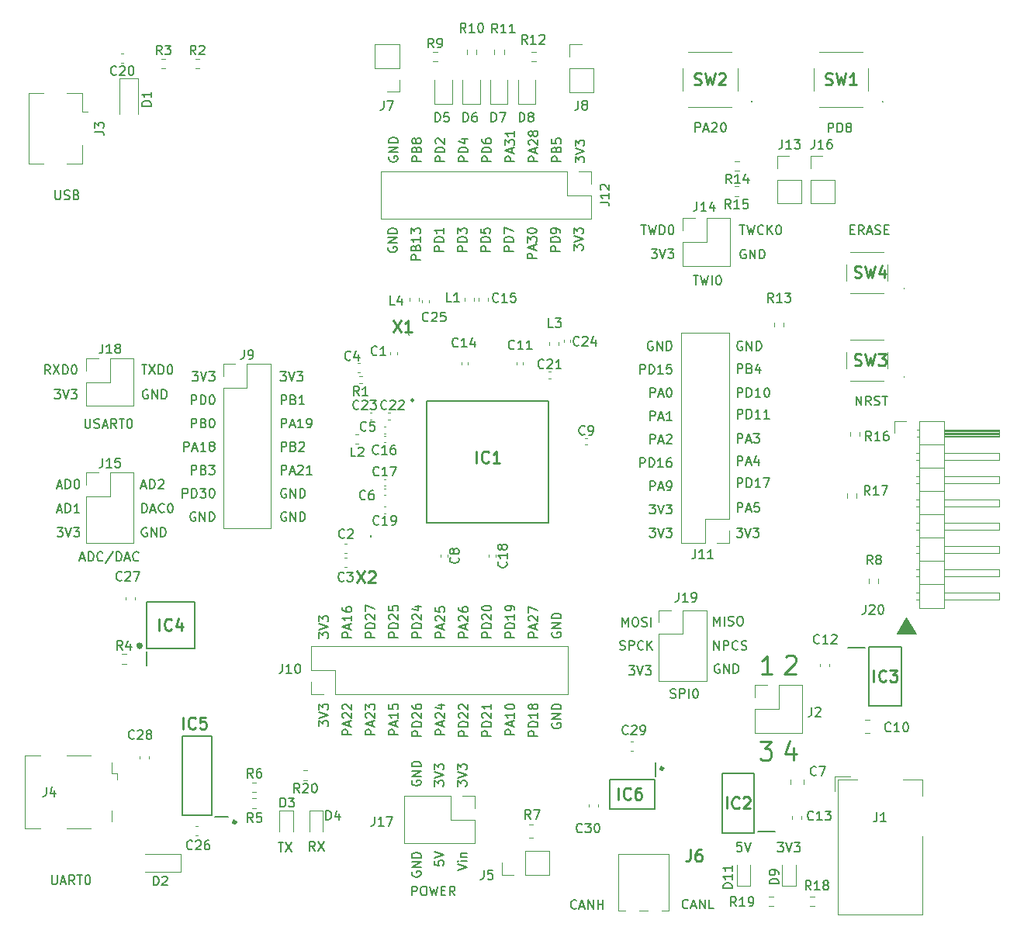
<source format=gto>
G04 #@! TF.GenerationSoftware,KiCad,Pcbnew,(5.1.10)-1*
G04 #@! TF.CreationDate,2021-10-22T17:08:09-06:00*
G04 #@! TF.ProjectId,SAMduino,53414d64-7569-46e6-9f2e-6b696361645f,rev?*
G04 #@! TF.SameCoordinates,Original*
G04 #@! TF.FileFunction,Legend,Top*
G04 #@! TF.FilePolarity,Positive*
%FSLAX46Y46*%
G04 Gerber Fmt 4.6, Leading zero omitted, Abs format (unit mm)*
G04 Created by KiCad (PCBNEW (5.1.10)-1) date 2021-10-22 17:08:09*
%MOMM*%
%LPD*%
G01*
G04 APERTURE LIST*
%ADD10C,0.160000*%
%ADD11C,0.300000*%
%ADD12C,0.250000*%
%ADD13C,0.100000*%
%ADD14C,0.200000*%
%ADD15C,0.120000*%
%ADD16C,0.254000*%
%ADD17C,0.150000*%
%ADD18R,1.850000X3.200000*%
%ADD19R,1.850000X0.900000*%
%ADD20R,1.200000X1.400000*%
%ADD21R,1.200000X0.600000*%
%ADD22R,1.550000X1.000000*%
%ADD23C,1.540000*%
%ADD24O,1.700000X1.700000*%
%ADD25R,1.700000X1.700000*%
%ADD26C,1.650000*%
%ADD27C,0.900000*%
%ADD28R,2.500000X0.500000*%
%ADD29R,2.500000X2.000000*%
%ADD30R,1.400000X0.400000*%
%ADD31R,1.900000X2.300000*%
%ADD32R,1.900000X1.800000*%
%ADD33R,4.400000X1.800000*%
%ADD34O,4.000000X1.800000*%
%ADD35O,1.800000X4.000000*%
%ADD36R,0.650000X1.500000*%
%ADD37R,1.500000X0.650000*%
%ADD38R,0.700000X1.550000*%
%ADD39R,0.300000X1.475000*%
%ADD40R,1.475000X0.300000*%
%ADD41R,0.900000X1.200000*%
%ADD42R,1.200000X0.900000*%
G04 APERTURE END LIST*
D10*
X114886904Y-142802380D02*
X115505952Y-142802380D01*
X115172619Y-143183333D01*
X115315476Y-143183333D01*
X115410714Y-143230952D01*
X115458333Y-143278571D01*
X115505952Y-143373809D01*
X115505952Y-143611904D01*
X115458333Y-143707142D01*
X115410714Y-143754761D01*
X115315476Y-143802380D01*
X115029761Y-143802380D01*
X114934523Y-143754761D01*
X114886904Y-143707142D01*
X115791666Y-142802380D02*
X116125000Y-143802380D01*
X116458333Y-142802380D01*
X116696428Y-142802380D02*
X117315476Y-142802380D01*
X116982142Y-143183333D01*
X117125000Y-143183333D01*
X117220238Y-143230952D01*
X117267857Y-143278571D01*
X117315476Y-143373809D01*
X117315476Y-143611904D01*
X117267857Y-143707142D01*
X117220238Y-143754761D01*
X117125000Y-143802380D01*
X116839285Y-143802380D01*
X116744047Y-143754761D01*
X116696428Y-143707142D01*
X92802380Y-68538095D02*
X92802380Y-67919047D01*
X93183333Y-68252380D01*
X93183333Y-68109523D01*
X93230952Y-68014285D01*
X93278571Y-67966666D01*
X93373809Y-67919047D01*
X93611904Y-67919047D01*
X93707142Y-67966666D01*
X93754761Y-68014285D01*
X93802380Y-68109523D01*
X93802380Y-68395238D01*
X93754761Y-68490476D01*
X93707142Y-68538095D01*
X92802380Y-67633333D02*
X93802380Y-67300000D01*
X92802380Y-66966666D01*
X92802380Y-66728571D02*
X92802380Y-66109523D01*
X93183333Y-66442857D01*
X93183333Y-66300000D01*
X93230952Y-66204761D01*
X93278571Y-66157142D01*
X93373809Y-66109523D01*
X93611904Y-66109523D01*
X93707142Y-66157142D01*
X93754761Y-66204761D01*
X93802380Y-66300000D01*
X93802380Y-66585714D01*
X93754761Y-66680952D01*
X93707142Y-66728571D01*
X91258630Y-68442857D02*
X90258630Y-68442857D01*
X90258630Y-68061904D01*
X90306250Y-67966666D01*
X90353869Y-67919047D01*
X90449107Y-67871428D01*
X90591964Y-67871428D01*
X90687202Y-67919047D01*
X90734821Y-67966666D01*
X90782440Y-68061904D01*
X90782440Y-68442857D01*
X90734821Y-67109523D02*
X90782440Y-66966666D01*
X90830059Y-66919047D01*
X90925297Y-66871428D01*
X91068154Y-66871428D01*
X91163392Y-66919047D01*
X91211011Y-66966666D01*
X91258630Y-67061904D01*
X91258630Y-67442857D01*
X90258630Y-67442857D01*
X90258630Y-67109523D01*
X90306250Y-67014285D01*
X90353869Y-66966666D01*
X90449107Y-66919047D01*
X90544345Y-66919047D01*
X90639583Y-66966666D01*
X90687202Y-67014285D01*
X90734821Y-67109523D01*
X90734821Y-67442857D01*
X90258630Y-65966666D02*
X90258630Y-66442857D01*
X90734821Y-66490476D01*
X90687202Y-66442857D01*
X90639583Y-66347619D01*
X90639583Y-66109523D01*
X90687202Y-66014285D01*
X90734821Y-65966666D01*
X90830059Y-65919047D01*
X91068154Y-65919047D01*
X91163392Y-65966666D01*
X91211011Y-66014285D01*
X91258630Y-66109523D01*
X91258630Y-66347619D01*
X91211011Y-66442857D01*
X91163392Y-66490476D01*
X88714880Y-68442857D02*
X87714880Y-68442857D01*
X87714880Y-68061904D01*
X87762500Y-67966666D01*
X87810119Y-67919047D01*
X87905357Y-67871428D01*
X88048214Y-67871428D01*
X88143452Y-67919047D01*
X88191071Y-67966666D01*
X88238690Y-68061904D01*
X88238690Y-68442857D01*
X88429166Y-67490476D02*
X88429166Y-67014285D01*
X88714880Y-67585714D02*
X87714880Y-67252380D01*
X88714880Y-66919047D01*
X87810119Y-66633333D02*
X87762500Y-66585714D01*
X87714880Y-66490476D01*
X87714880Y-66252380D01*
X87762500Y-66157142D01*
X87810119Y-66109523D01*
X87905357Y-66061904D01*
X88000595Y-66061904D01*
X88143452Y-66109523D01*
X88714880Y-66680952D01*
X88714880Y-66061904D01*
X88143452Y-65490476D02*
X88095833Y-65585714D01*
X88048214Y-65633333D01*
X87952976Y-65680952D01*
X87905357Y-65680952D01*
X87810119Y-65633333D01*
X87762500Y-65585714D01*
X87714880Y-65490476D01*
X87714880Y-65300000D01*
X87762500Y-65204761D01*
X87810119Y-65157142D01*
X87905357Y-65109523D01*
X87952976Y-65109523D01*
X88048214Y-65157142D01*
X88095833Y-65204761D01*
X88143452Y-65300000D01*
X88143452Y-65490476D01*
X88191071Y-65585714D01*
X88238690Y-65633333D01*
X88333928Y-65680952D01*
X88524404Y-65680952D01*
X88619642Y-65633333D01*
X88667261Y-65585714D01*
X88714880Y-65490476D01*
X88714880Y-65300000D01*
X88667261Y-65204761D01*
X88619642Y-65157142D01*
X88524404Y-65109523D01*
X88333928Y-65109523D01*
X88238690Y-65157142D01*
X88191071Y-65204761D01*
X88143452Y-65300000D01*
X86171130Y-68442857D02*
X85171130Y-68442857D01*
X85171130Y-68061904D01*
X85218750Y-67966666D01*
X85266369Y-67919047D01*
X85361607Y-67871428D01*
X85504464Y-67871428D01*
X85599702Y-67919047D01*
X85647321Y-67966666D01*
X85694940Y-68061904D01*
X85694940Y-68442857D01*
X85885416Y-67490476D02*
X85885416Y-67014285D01*
X86171130Y-67585714D02*
X85171130Y-67252380D01*
X86171130Y-66919047D01*
X85171130Y-66680952D02*
X85171130Y-66061904D01*
X85552083Y-66395238D01*
X85552083Y-66252380D01*
X85599702Y-66157142D01*
X85647321Y-66109523D01*
X85742559Y-66061904D01*
X85980654Y-66061904D01*
X86075892Y-66109523D01*
X86123511Y-66157142D01*
X86171130Y-66252380D01*
X86171130Y-66538095D01*
X86123511Y-66633333D01*
X86075892Y-66680952D01*
X86171130Y-65109523D02*
X86171130Y-65680952D01*
X86171130Y-65395238D02*
X85171130Y-65395238D01*
X85313988Y-65490476D01*
X85409226Y-65585714D01*
X85456845Y-65680952D01*
X83627380Y-68442857D02*
X82627380Y-68442857D01*
X82627380Y-68061904D01*
X82675000Y-67966666D01*
X82722619Y-67919047D01*
X82817857Y-67871428D01*
X82960714Y-67871428D01*
X83055952Y-67919047D01*
X83103571Y-67966666D01*
X83151190Y-68061904D01*
X83151190Y-68442857D01*
X83627380Y-67442857D02*
X82627380Y-67442857D01*
X82627380Y-67204762D01*
X82675000Y-67061904D01*
X82770238Y-66966666D01*
X82865476Y-66919047D01*
X83055952Y-66871428D01*
X83198809Y-66871428D01*
X83389285Y-66919047D01*
X83484523Y-66966666D01*
X83579761Y-67061904D01*
X83627380Y-67204762D01*
X83627380Y-67442857D01*
X82627380Y-66014285D02*
X82627380Y-66204762D01*
X82675000Y-66300000D01*
X82722619Y-66347619D01*
X82865476Y-66442857D01*
X83055952Y-66490476D01*
X83436904Y-66490476D01*
X83532142Y-66442857D01*
X83579761Y-66395238D01*
X83627380Y-66300000D01*
X83627380Y-66109523D01*
X83579761Y-66014285D01*
X83532142Y-65966666D01*
X83436904Y-65919047D01*
X83198809Y-65919047D01*
X83103571Y-65966666D01*
X83055952Y-66014285D01*
X83008333Y-66109523D01*
X83008333Y-66300000D01*
X83055952Y-66395238D01*
X83103571Y-66442857D01*
X83198809Y-66490476D01*
X81083630Y-68442857D02*
X80083630Y-68442857D01*
X80083630Y-68061904D01*
X80131250Y-67966666D01*
X80178869Y-67919047D01*
X80274107Y-67871428D01*
X80416964Y-67871428D01*
X80512202Y-67919047D01*
X80559821Y-67966666D01*
X80607440Y-68061904D01*
X80607440Y-68442857D01*
X81083630Y-67442857D02*
X80083630Y-67442857D01*
X80083630Y-67204762D01*
X80131250Y-67061904D01*
X80226488Y-66966666D01*
X80321726Y-66919047D01*
X80512202Y-66871428D01*
X80655059Y-66871428D01*
X80845535Y-66919047D01*
X80940773Y-66966666D01*
X81036011Y-67061904D01*
X81083630Y-67204762D01*
X81083630Y-67442857D01*
X80416964Y-66014285D02*
X81083630Y-66014285D01*
X80036011Y-66252381D02*
X80750297Y-66490476D01*
X80750297Y-65871428D01*
X78539880Y-68442857D02*
X77539880Y-68442857D01*
X77539880Y-68061904D01*
X77587500Y-67966666D01*
X77635119Y-67919047D01*
X77730357Y-67871428D01*
X77873214Y-67871428D01*
X77968452Y-67919047D01*
X78016071Y-67966666D01*
X78063690Y-68061904D01*
X78063690Y-68442857D01*
X78539880Y-67442857D02*
X77539880Y-67442857D01*
X77539880Y-67204762D01*
X77587500Y-67061904D01*
X77682738Y-66966666D01*
X77777976Y-66919047D01*
X77968452Y-66871428D01*
X78111309Y-66871428D01*
X78301785Y-66919047D01*
X78397023Y-66966666D01*
X78492261Y-67061904D01*
X78539880Y-67204762D01*
X78539880Y-67442857D01*
X77635119Y-66490476D02*
X77587500Y-66442857D01*
X77539880Y-66347619D01*
X77539880Y-66109523D01*
X77587500Y-66014285D01*
X77635119Y-65966666D01*
X77730357Y-65919047D01*
X77825595Y-65919047D01*
X77968452Y-65966666D01*
X78539880Y-66538095D01*
X78539880Y-65919047D01*
X75996130Y-68442857D02*
X74996130Y-68442857D01*
X74996130Y-68061904D01*
X75043750Y-67966666D01*
X75091369Y-67919047D01*
X75186607Y-67871428D01*
X75329464Y-67871428D01*
X75424702Y-67919047D01*
X75472321Y-67966666D01*
X75519940Y-68061904D01*
X75519940Y-68442857D01*
X75472321Y-67109523D02*
X75519940Y-66966666D01*
X75567559Y-66919047D01*
X75662797Y-66871428D01*
X75805654Y-66871428D01*
X75900892Y-66919047D01*
X75948511Y-66966666D01*
X75996130Y-67061904D01*
X75996130Y-67442857D01*
X74996130Y-67442857D01*
X74996130Y-67109523D01*
X75043750Y-67014285D01*
X75091369Y-66966666D01*
X75186607Y-66919047D01*
X75281845Y-66919047D01*
X75377083Y-66966666D01*
X75424702Y-67014285D01*
X75472321Y-67109523D01*
X75472321Y-67442857D01*
X75424702Y-66300000D02*
X75377083Y-66395238D01*
X75329464Y-66442857D01*
X75234226Y-66490476D01*
X75186607Y-66490476D01*
X75091369Y-66442857D01*
X75043750Y-66395238D01*
X74996130Y-66300000D01*
X74996130Y-66109523D01*
X75043750Y-66014285D01*
X75091369Y-65966666D01*
X75186607Y-65919047D01*
X75234226Y-65919047D01*
X75329464Y-65966666D01*
X75377083Y-66014285D01*
X75424702Y-66109523D01*
X75424702Y-66300000D01*
X75472321Y-66395238D01*
X75519940Y-66442857D01*
X75615178Y-66490476D01*
X75805654Y-66490476D01*
X75900892Y-66442857D01*
X75948511Y-66395238D01*
X75996130Y-66300000D01*
X75996130Y-66109523D01*
X75948511Y-66014285D01*
X75900892Y-65966666D01*
X75805654Y-65919047D01*
X75615178Y-65919047D01*
X75519940Y-65966666D01*
X75472321Y-66014285D01*
X75424702Y-66109523D01*
X72500000Y-67919047D02*
X72452380Y-68014285D01*
X72452380Y-68157143D01*
X72500000Y-68300000D01*
X72595238Y-68395238D01*
X72690476Y-68442857D01*
X72880952Y-68490476D01*
X73023809Y-68490476D01*
X73214285Y-68442857D01*
X73309523Y-68395238D01*
X73404761Y-68300000D01*
X73452380Y-68157143D01*
X73452380Y-68061904D01*
X73404761Y-67919047D01*
X73357142Y-67871428D01*
X73023809Y-67871428D01*
X73023809Y-68061904D01*
X73452380Y-67442857D02*
X72452380Y-67442857D01*
X73452380Y-66871428D01*
X72452380Y-66871428D01*
X73452380Y-66395238D02*
X72452380Y-66395238D01*
X72452380Y-66157143D01*
X72500000Y-66014285D01*
X72595238Y-65919047D01*
X72690476Y-65871428D01*
X72880952Y-65823809D01*
X73023809Y-65823809D01*
X73214285Y-65871428D01*
X73309523Y-65919047D01*
X73404761Y-66014285D01*
X73452380Y-66157143D01*
X73452380Y-66395238D01*
X92652380Y-78138095D02*
X92652380Y-77519047D01*
X93033333Y-77852380D01*
X93033333Y-77709523D01*
X93080952Y-77614285D01*
X93128571Y-77566666D01*
X93223809Y-77519047D01*
X93461904Y-77519047D01*
X93557142Y-77566666D01*
X93604761Y-77614285D01*
X93652380Y-77709523D01*
X93652380Y-77995238D01*
X93604761Y-78090476D01*
X93557142Y-78138095D01*
X92652380Y-77233333D02*
X93652380Y-76900000D01*
X92652380Y-76566666D01*
X92652380Y-76328571D02*
X92652380Y-75709523D01*
X93033333Y-76042857D01*
X93033333Y-75900000D01*
X93080952Y-75804761D01*
X93128571Y-75757142D01*
X93223809Y-75709523D01*
X93461904Y-75709523D01*
X93557142Y-75757142D01*
X93604761Y-75804761D01*
X93652380Y-75900000D01*
X93652380Y-76185714D01*
X93604761Y-76280952D01*
X93557142Y-76328571D01*
X91114880Y-78233333D02*
X90114880Y-78233333D01*
X90114880Y-77852380D01*
X90162500Y-77757142D01*
X90210119Y-77709523D01*
X90305357Y-77661904D01*
X90448214Y-77661904D01*
X90543452Y-77709523D01*
X90591071Y-77757142D01*
X90638690Y-77852380D01*
X90638690Y-78233333D01*
X91114880Y-77233333D02*
X90114880Y-77233333D01*
X90114880Y-76995238D01*
X90162500Y-76852380D01*
X90257738Y-76757142D01*
X90352976Y-76709523D01*
X90543452Y-76661904D01*
X90686309Y-76661904D01*
X90876785Y-76709523D01*
X90972023Y-76757142D01*
X91067261Y-76852380D01*
X91114880Y-76995238D01*
X91114880Y-77233333D01*
X91114880Y-76185714D02*
X91114880Y-75995238D01*
X91067261Y-75899999D01*
X91019642Y-75852380D01*
X90876785Y-75757142D01*
X90686309Y-75709523D01*
X90305357Y-75709523D01*
X90210119Y-75757142D01*
X90162500Y-75804761D01*
X90114880Y-75899999D01*
X90114880Y-76090476D01*
X90162500Y-76185714D01*
X90210119Y-76233333D01*
X90305357Y-76280952D01*
X90543452Y-76280952D01*
X90638690Y-76233333D01*
X90686309Y-76185714D01*
X90733928Y-76090476D01*
X90733928Y-75899999D01*
X90686309Y-75804761D01*
X90638690Y-75757142D01*
X90543452Y-75709523D01*
X88577380Y-79042857D02*
X87577380Y-79042857D01*
X87577380Y-78661904D01*
X87625000Y-78566666D01*
X87672619Y-78519047D01*
X87767857Y-78471428D01*
X87910714Y-78471428D01*
X88005952Y-78519047D01*
X88053571Y-78566666D01*
X88101190Y-78661904D01*
X88101190Y-79042857D01*
X88291666Y-78090476D02*
X88291666Y-77614285D01*
X88577380Y-78185714D02*
X87577380Y-77852380D01*
X88577380Y-77519047D01*
X87577380Y-77280952D02*
X87577380Y-76661904D01*
X87958333Y-76995238D01*
X87958333Y-76852380D01*
X88005952Y-76757142D01*
X88053571Y-76709523D01*
X88148809Y-76661904D01*
X88386904Y-76661904D01*
X88482142Y-76709523D01*
X88529761Y-76757142D01*
X88577380Y-76852380D01*
X88577380Y-77138095D01*
X88529761Y-77233333D01*
X88482142Y-77280952D01*
X87577380Y-76042857D02*
X87577380Y-75947619D01*
X87625000Y-75852380D01*
X87672619Y-75804761D01*
X87767857Y-75757142D01*
X87958333Y-75709523D01*
X88196428Y-75709523D01*
X88386904Y-75757142D01*
X88482142Y-75804761D01*
X88529761Y-75852380D01*
X88577380Y-75947619D01*
X88577380Y-76042857D01*
X88529761Y-76138095D01*
X88482142Y-76185714D01*
X88386904Y-76233333D01*
X88196428Y-76280952D01*
X87958333Y-76280952D01*
X87767857Y-76233333D01*
X87672619Y-76185714D01*
X87625000Y-76138095D01*
X87577380Y-76042857D01*
X86039880Y-78233333D02*
X85039880Y-78233333D01*
X85039880Y-77852380D01*
X85087500Y-77757142D01*
X85135119Y-77709523D01*
X85230357Y-77661904D01*
X85373214Y-77661904D01*
X85468452Y-77709523D01*
X85516071Y-77757142D01*
X85563690Y-77852380D01*
X85563690Y-78233333D01*
X86039880Y-77233333D02*
X85039880Y-77233333D01*
X85039880Y-76995238D01*
X85087500Y-76852380D01*
X85182738Y-76757142D01*
X85277976Y-76709523D01*
X85468452Y-76661904D01*
X85611309Y-76661904D01*
X85801785Y-76709523D01*
X85897023Y-76757142D01*
X85992261Y-76852380D01*
X86039880Y-76995238D01*
X86039880Y-77233333D01*
X85039880Y-76328571D02*
X85039880Y-75661904D01*
X86039880Y-76090476D01*
X83502380Y-78233333D02*
X82502380Y-78233333D01*
X82502380Y-77852380D01*
X82550000Y-77757142D01*
X82597619Y-77709523D01*
X82692857Y-77661904D01*
X82835714Y-77661904D01*
X82930952Y-77709523D01*
X82978571Y-77757142D01*
X83026190Y-77852380D01*
X83026190Y-78233333D01*
X83502380Y-77233333D02*
X82502380Y-77233333D01*
X82502380Y-76995238D01*
X82550000Y-76852380D01*
X82645238Y-76757142D01*
X82740476Y-76709523D01*
X82930952Y-76661904D01*
X83073809Y-76661904D01*
X83264285Y-76709523D01*
X83359523Y-76757142D01*
X83454761Y-76852380D01*
X83502380Y-76995238D01*
X83502380Y-77233333D01*
X82502380Y-75757142D02*
X82502380Y-76233333D01*
X82978571Y-76280952D01*
X82930952Y-76233333D01*
X82883333Y-76138095D01*
X82883333Y-75899999D01*
X82930952Y-75804761D01*
X82978571Y-75757142D01*
X83073809Y-75709523D01*
X83311904Y-75709523D01*
X83407142Y-75757142D01*
X83454761Y-75804761D01*
X83502380Y-75899999D01*
X83502380Y-76138095D01*
X83454761Y-76233333D01*
X83407142Y-76280952D01*
X80964880Y-78233333D02*
X79964880Y-78233333D01*
X79964880Y-77852380D01*
X80012500Y-77757142D01*
X80060119Y-77709523D01*
X80155357Y-77661904D01*
X80298214Y-77661904D01*
X80393452Y-77709523D01*
X80441071Y-77757142D01*
X80488690Y-77852380D01*
X80488690Y-78233333D01*
X80964880Y-77233333D02*
X79964880Y-77233333D01*
X79964880Y-76995238D01*
X80012500Y-76852380D01*
X80107738Y-76757142D01*
X80202976Y-76709523D01*
X80393452Y-76661904D01*
X80536309Y-76661904D01*
X80726785Y-76709523D01*
X80822023Y-76757142D01*
X80917261Y-76852380D01*
X80964880Y-76995238D01*
X80964880Y-77233333D01*
X79964880Y-76328571D02*
X79964880Y-75709523D01*
X80345833Y-76042857D01*
X80345833Y-75899999D01*
X80393452Y-75804761D01*
X80441071Y-75757142D01*
X80536309Y-75709523D01*
X80774404Y-75709523D01*
X80869642Y-75757142D01*
X80917261Y-75804761D01*
X80964880Y-75899999D01*
X80964880Y-76185714D01*
X80917261Y-76280952D01*
X80869642Y-76328571D01*
X78427380Y-78233333D02*
X77427380Y-78233333D01*
X77427380Y-77852380D01*
X77475000Y-77757142D01*
X77522619Y-77709523D01*
X77617857Y-77661904D01*
X77760714Y-77661904D01*
X77855952Y-77709523D01*
X77903571Y-77757142D01*
X77951190Y-77852380D01*
X77951190Y-78233333D01*
X78427380Y-77233333D02*
X77427380Y-77233333D01*
X77427380Y-76995238D01*
X77475000Y-76852380D01*
X77570238Y-76757142D01*
X77665476Y-76709523D01*
X77855952Y-76661904D01*
X77998809Y-76661904D01*
X78189285Y-76709523D01*
X78284523Y-76757142D01*
X78379761Y-76852380D01*
X78427380Y-76995238D01*
X78427380Y-77233333D01*
X78427380Y-75709523D02*
X78427380Y-76280952D01*
X78427380Y-75995238D02*
X77427380Y-75995238D01*
X77570238Y-76090476D01*
X77665476Y-76185714D01*
X77713095Y-76280952D01*
X75889880Y-79185713D02*
X74889880Y-79185713D01*
X74889880Y-78804761D01*
X74937500Y-78709523D01*
X74985119Y-78661904D01*
X75080357Y-78614285D01*
X75223214Y-78614285D01*
X75318452Y-78661904D01*
X75366071Y-78709523D01*
X75413690Y-78804761D01*
X75413690Y-79185713D01*
X75366071Y-77852380D02*
X75413690Y-77709523D01*
X75461309Y-77661904D01*
X75556547Y-77614285D01*
X75699404Y-77614285D01*
X75794642Y-77661904D01*
X75842261Y-77709523D01*
X75889880Y-77804761D01*
X75889880Y-78185713D01*
X74889880Y-78185713D01*
X74889880Y-77852380D01*
X74937500Y-77757142D01*
X74985119Y-77709523D01*
X75080357Y-77661904D01*
X75175595Y-77661904D01*
X75270833Y-77709523D01*
X75318452Y-77757142D01*
X75366071Y-77852380D01*
X75366071Y-78185713D01*
X75889880Y-76661904D02*
X75889880Y-77233332D01*
X75889880Y-76947618D02*
X74889880Y-76947618D01*
X75032738Y-77042856D01*
X75127976Y-77138094D01*
X75175595Y-77233332D01*
X74889880Y-76328570D02*
X74889880Y-75709523D01*
X75270833Y-76042856D01*
X75270833Y-75899999D01*
X75318452Y-75804761D01*
X75366071Y-75757142D01*
X75461309Y-75709523D01*
X75699404Y-75709523D01*
X75794642Y-75757142D01*
X75842261Y-75804761D01*
X75889880Y-75899999D01*
X75889880Y-76185713D01*
X75842261Y-76280951D01*
X75794642Y-76328570D01*
X72400000Y-77804761D02*
X72352380Y-77899999D01*
X72352380Y-78042857D01*
X72400000Y-78185714D01*
X72495238Y-78280952D01*
X72590476Y-78328571D01*
X72780952Y-78376190D01*
X72923809Y-78376190D01*
X73114285Y-78328571D01*
X73209523Y-78280952D01*
X73304761Y-78185714D01*
X73352380Y-78042857D01*
X73352380Y-77947618D01*
X73304761Y-77804761D01*
X73257142Y-77757142D01*
X72923809Y-77757142D01*
X72923809Y-77947618D01*
X73352380Y-77328571D02*
X72352380Y-77328571D01*
X73352380Y-76757142D01*
X72352380Y-76757142D01*
X73352380Y-76280952D02*
X72352380Y-76280952D01*
X72352380Y-76042857D01*
X72400000Y-75899999D01*
X72495238Y-75804761D01*
X72590476Y-75757142D01*
X72780952Y-75709523D01*
X72923809Y-75709523D01*
X73114285Y-75757142D01*
X73209523Y-75804761D01*
X73304761Y-75899999D01*
X73352380Y-76042857D01*
X73352380Y-76280952D01*
X68392380Y-120385714D02*
X67392380Y-120385714D01*
X67392380Y-120004761D01*
X67440000Y-119909523D01*
X67487619Y-119861904D01*
X67582857Y-119814285D01*
X67725714Y-119814285D01*
X67820952Y-119861904D01*
X67868571Y-119909523D01*
X67916190Y-120004761D01*
X67916190Y-120385714D01*
X68106666Y-119433333D02*
X68106666Y-118957142D01*
X68392380Y-119528571D02*
X67392380Y-119195237D01*
X68392380Y-118861904D01*
X68392380Y-118004761D02*
X68392380Y-118576190D01*
X68392380Y-118290476D02*
X67392380Y-118290476D01*
X67535238Y-118385714D01*
X67630476Y-118480952D01*
X67678095Y-118576190D01*
X67392380Y-117147618D02*
X67392380Y-117338095D01*
X67440000Y-117433333D01*
X67487619Y-117480952D01*
X67630476Y-117576190D01*
X67820952Y-117623809D01*
X68201904Y-117623809D01*
X68297142Y-117576190D01*
X68344761Y-117528571D01*
X68392380Y-117433333D01*
X68392380Y-117242857D01*
X68344761Y-117147618D01*
X68297142Y-117099999D01*
X68201904Y-117052380D01*
X67963809Y-117052380D01*
X67868571Y-117099999D01*
X67820952Y-117147618D01*
X67773333Y-117242857D01*
X67773333Y-117433333D01*
X67820952Y-117528571D01*
X67868571Y-117576190D01*
X67963809Y-117623809D01*
X70932380Y-120385713D02*
X69932380Y-120385713D01*
X69932380Y-120004761D01*
X69980000Y-119909523D01*
X70027619Y-119861904D01*
X70122857Y-119814285D01*
X70265714Y-119814285D01*
X70360952Y-119861904D01*
X70408571Y-119909523D01*
X70456190Y-120004761D01*
X70456190Y-120385713D01*
X70932380Y-119385713D02*
X69932380Y-119385713D01*
X69932380Y-119147618D01*
X69980000Y-119004761D01*
X70075238Y-118909523D01*
X70170476Y-118861904D01*
X70360952Y-118814285D01*
X70503809Y-118814285D01*
X70694285Y-118861904D01*
X70789523Y-118909523D01*
X70884761Y-119004761D01*
X70932380Y-119147618D01*
X70932380Y-119385713D01*
X70027619Y-118433332D02*
X69980000Y-118385713D01*
X69932380Y-118290475D01*
X69932380Y-118052380D01*
X69980000Y-117957142D01*
X70027619Y-117909523D01*
X70122857Y-117861904D01*
X70218095Y-117861904D01*
X70360952Y-117909523D01*
X70932380Y-118480951D01*
X70932380Y-117861904D01*
X69932380Y-117528570D02*
X69932380Y-116861904D01*
X70932380Y-117290475D01*
X73472380Y-120385713D02*
X72472380Y-120385713D01*
X72472380Y-120004761D01*
X72520000Y-119909523D01*
X72567619Y-119861904D01*
X72662857Y-119814285D01*
X72805714Y-119814285D01*
X72900952Y-119861904D01*
X72948571Y-119909523D01*
X72996190Y-120004761D01*
X72996190Y-120385713D01*
X73472380Y-119385713D02*
X72472380Y-119385713D01*
X72472380Y-119147618D01*
X72520000Y-119004761D01*
X72615238Y-118909523D01*
X72710476Y-118861904D01*
X72900952Y-118814285D01*
X73043809Y-118814285D01*
X73234285Y-118861904D01*
X73329523Y-118909523D01*
X73424761Y-119004761D01*
X73472380Y-119147618D01*
X73472380Y-119385713D01*
X72567619Y-118433332D02*
X72520000Y-118385713D01*
X72472380Y-118290475D01*
X72472380Y-118052380D01*
X72520000Y-117957142D01*
X72567619Y-117909523D01*
X72662857Y-117861904D01*
X72758095Y-117861904D01*
X72900952Y-117909523D01*
X73472380Y-118480951D01*
X73472380Y-117861904D01*
X72472380Y-116957142D02*
X72472380Y-117433332D01*
X72948571Y-117480951D01*
X72900952Y-117433332D01*
X72853333Y-117338094D01*
X72853333Y-117099999D01*
X72900952Y-117004761D01*
X72948571Y-116957142D01*
X73043809Y-116909523D01*
X73281904Y-116909523D01*
X73377142Y-116957142D01*
X73424761Y-117004761D01*
X73472380Y-117099999D01*
X73472380Y-117338094D01*
X73424761Y-117433332D01*
X73377142Y-117480951D01*
X76012380Y-120385713D02*
X75012380Y-120385713D01*
X75012380Y-120004761D01*
X75060000Y-119909523D01*
X75107619Y-119861904D01*
X75202857Y-119814285D01*
X75345714Y-119814285D01*
X75440952Y-119861904D01*
X75488571Y-119909523D01*
X75536190Y-120004761D01*
X75536190Y-120385713D01*
X76012380Y-119385713D02*
X75012380Y-119385713D01*
X75012380Y-119147618D01*
X75060000Y-119004761D01*
X75155238Y-118909523D01*
X75250476Y-118861904D01*
X75440952Y-118814285D01*
X75583809Y-118814285D01*
X75774285Y-118861904D01*
X75869523Y-118909523D01*
X75964761Y-119004761D01*
X76012380Y-119147618D01*
X76012380Y-119385713D01*
X75107619Y-118433332D02*
X75060000Y-118385713D01*
X75012380Y-118290475D01*
X75012380Y-118052380D01*
X75060000Y-117957142D01*
X75107619Y-117909523D01*
X75202857Y-117861904D01*
X75298095Y-117861904D01*
X75440952Y-117909523D01*
X76012380Y-118480951D01*
X76012380Y-117861904D01*
X75345714Y-117004761D02*
X76012380Y-117004761D01*
X74964761Y-117242856D02*
X75679047Y-117480951D01*
X75679047Y-116861904D01*
X78552380Y-120385714D02*
X77552380Y-120385714D01*
X77552380Y-120004761D01*
X77600000Y-119909523D01*
X77647619Y-119861904D01*
X77742857Y-119814285D01*
X77885714Y-119814285D01*
X77980952Y-119861904D01*
X78028571Y-119909523D01*
X78076190Y-120004761D01*
X78076190Y-120385714D01*
X78266666Y-119433333D02*
X78266666Y-118957142D01*
X78552380Y-119528571D02*
X77552380Y-119195237D01*
X78552380Y-118861904D01*
X77647619Y-118576190D02*
X77600000Y-118528571D01*
X77552380Y-118433333D01*
X77552380Y-118195237D01*
X77600000Y-118099999D01*
X77647619Y-118052380D01*
X77742857Y-118004761D01*
X77838095Y-118004761D01*
X77980952Y-118052380D01*
X78552380Y-118623809D01*
X78552380Y-118004761D01*
X77552380Y-117099999D02*
X77552380Y-117576190D01*
X78028571Y-117623809D01*
X77980952Y-117576190D01*
X77933333Y-117480952D01*
X77933333Y-117242857D01*
X77980952Y-117147618D01*
X78028571Y-117099999D01*
X78123809Y-117052380D01*
X78361904Y-117052380D01*
X78457142Y-117099999D01*
X78504761Y-117147618D01*
X78552380Y-117242857D01*
X78552380Y-117480952D01*
X78504761Y-117576190D01*
X78457142Y-117623809D01*
X81092380Y-120385714D02*
X80092380Y-120385714D01*
X80092380Y-120004761D01*
X80140000Y-119909523D01*
X80187619Y-119861904D01*
X80282857Y-119814285D01*
X80425714Y-119814285D01*
X80520952Y-119861904D01*
X80568571Y-119909523D01*
X80616190Y-120004761D01*
X80616190Y-120385714D01*
X80806666Y-119433333D02*
X80806666Y-118957142D01*
X81092380Y-119528571D02*
X80092380Y-119195237D01*
X81092380Y-118861904D01*
X80187619Y-118576190D02*
X80140000Y-118528571D01*
X80092380Y-118433333D01*
X80092380Y-118195237D01*
X80140000Y-118099999D01*
X80187619Y-118052380D01*
X80282857Y-118004761D01*
X80378095Y-118004761D01*
X80520952Y-118052380D01*
X81092380Y-118623809D01*
X81092380Y-118004761D01*
X80092380Y-117147618D02*
X80092380Y-117338095D01*
X80140000Y-117433333D01*
X80187619Y-117480952D01*
X80330476Y-117576190D01*
X80520952Y-117623809D01*
X80901904Y-117623809D01*
X80997142Y-117576190D01*
X81044761Y-117528571D01*
X81092380Y-117433333D01*
X81092380Y-117242857D01*
X81044761Y-117147618D01*
X80997142Y-117099999D01*
X80901904Y-117052380D01*
X80663809Y-117052380D01*
X80568571Y-117099999D01*
X80520952Y-117147618D01*
X80473333Y-117242857D01*
X80473333Y-117433333D01*
X80520952Y-117528571D01*
X80568571Y-117576190D01*
X80663809Y-117623809D01*
X83632380Y-120385713D02*
X82632380Y-120385713D01*
X82632380Y-120004761D01*
X82680000Y-119909523D01*
X82727619Y-119861904D01*
X82822857Y-119814285D01*
X82965714Y-119814285D01*
X83060952Y-119861904D01*
X83108571Y-119909523D01*
X83156190Y-120004761D01*
X83156190Y-120385713D01*
X83632380Y-119385713D02*
X82632380Y-119385713D01*
X82632380Y-119147618D01*
X82680000Y-119004761D01*
X82775238Y-118909523D01*
X82870476Y-118861904D01*
X83060952Y-118814285D01*
X83203809Y-118814285D01*
X83394285Y-118861904D01*
X83489523Y-118909523D01*
X83584761Y-119004761D01*
X83632380Y-119147618D01*
X83632380Y-119385713D01*
X82727619Y-118433332D02*
X82680000Y-118385713D01*
X82632380Y-118290475D01*
X82632380Y-118052380D01*
X82680000Y-117957142D01*
X82727619Y-117909523D01*
X82822857Y-117861904D01*
X82918095Y-117861904D01*
X83060952Y-117909523D01*
X83632380Y-118480951D01*
X83632380Y-117861904D01*
X82632380Y-117242856D02*
X82632380Y-117147618D01*
X82680000Y-117052380D01*
X82727619Y-117004761D01*
X82822857Y-116957142D01*
X83013333Y-116909523D01*
X83251428Y-116909523D01*
X83441904Y-116957142D01*
X83537142Y-117004761D01*
X83584761Y-117052380D01*
X83632380Y-117147618D01*
X83632380Y-117242856D01*
X83584761Y-117338094D01*
X83537142Y-117385713D01*
X83441904Y-117433332D01*
X83251428Y-117480951D01*
X83013333Y-117480951D01*
X82822857Y-117433332D01*
X82727619Y-117385713D01*
X82680000Y-117338094D01*
X82632380Y-117242856D01*
X86172380Y-120385713D02*
X85172380Y-120385713D01*
X85172380Y-120004761D01*
X85220000Y-119909523D01*
X85267619Y-119861904D01*
X85362857Y-119814285D01*
X85505714Y-119814285D01*
X85600952Y-119861904D01*
X85648571Y-119909523D01*
X85696190Y-120004761D01*
X85696190Y-120385713D01*
X86172380Y-119385713D02*
X85172380Y-119385713D01*
X85172380Y-119147618D01*
X85220000Y-119004761D01*
X85315238Y-118909523D01*
X85410476Y-118861904D01*
X85600952Y-118814285D01*
X85743809Y-118814285D01*
X85934285Y-118861904D01*
X86029523Y-118909523D01*
X86124761Y-119004761D01*
X86172380Y-119147618D01*
X86172380Y-119385713D01*
X86172380Y-117861904D02*
X86172380Y-118433332D01*
X86172380Y-118147618D02*
X85172380Y-118147618D01*
X85315238Y-118242856D01*
X85410476Y-118338094D01*
X85458095Y-118433332D01*
X86172380Y-117385713D02*
X86172380Y-117195237D01*
X86124761Y-117099999D01*
X86077142Y-117052380D01*
X85934285Y-116957142D01*
X85743809Y-116909523D01*
X85362857Y-116909523D01*
X85267619Y-116957142D01*
X85220000Y-117004761D01*
X85172380Y-117099999D01*
X85172380Y-117290475D01*
X85220000Y-117385713D01*
X85267619Y-117433332D01*
X85362857Y-117480951D01*
X85600952Y-117480951D01*
X85696190Y-117433332D01*
X85743809Y-117385713D01*
X85791428Y-117290475D01*
X85791428Y-117099999D01*
X85743809Y-117004761D01*
X85696190Y-116957142D01*
X85600952Y-116909523D01*
X88712380Y-120385714D02*
X87712380Y-120385714D01*
X87712380Y-120004761D01*
X87760000Y-119909523D01*
X87807619Y-119861904D01*
X87902857Y-119814285D01*
X88045714Y-119814285D01*
X88140952Y-119861904D01*
X88188571Y-119909523D01*
X88236190Y-120004761D01*
X88236190Y-120385714D01*
X88426666Y-119433333D02*
X88426666Y-118957142D01*
X88712380Y-119528571D02*
X87712380Y-119195237D01*
X88712380Y-118861904D01*
X87807619Y-118576190D02*
X87760000Y-118528571D01*
X87712380Y-118433333D01*
X87712380Y-118195237D01*
X87760000Y-118099999D01*
X87807619Y-118052380D01*
X87902857Y-118004761D01*
X87998095Y-118004761D01*
X88140952Y-118052380D01*
X88712380Y-118623809D01*
X88712380Y-118004761D01*
X87712380Y-117671428D02*
X87712380Y-117004761D01*
X88712380Y-117433333D01*
X90300000Y-119861904D02*
X90252380Y-119957142D01*
X90252380Y-120100000D01*
X90300000Y-120242857D01*
X90395238Y-120338095D01*
X90490476Y-120385714D01*
X90680952Y-120433333D01*
X90823809Y-120433333D01*
X91014285Y-120385714D01*
X91109523Y-120338095D01*
X91204761Y-120242857D01*
X91252380Y-120100000D01*
X91252380Y-120004761D01*
X91204761Y-119861904D01*
X91157142Y-119814285D01*
X90823809Y-119814285D01*
X90823809Y-120004761D01*
X91252380Y-119385714D02*
X90252380Y-119385714D01*
X91252380Y-118814285D01*
X90252380Y-118814285D01*
X91252380Y-118338095D02*
X90252380Y-118338095D01*
X90252380Y-118100000D01*
X90300000Y-117957142D01*
X90395238Y-117861904D01*
X90490476Y-117814285D01*
X90680952Y-117766666D01*
X90823809Y-117766666D01*
X91014285Y-117814285D01*
X91109523Y-117861904D01*
X91204761Y-117957142D01*
X91252380Y-118100000D01*
X91252380Y-118338095D01*
X90300000Y-129761904D02*
X90252380Y-129857142D01*
X90252380Y-130000000D01*
X90300000Y-130142857D01*
X90395238Y-130238095D01*
X90490476Y-130285714D01*
X90680952Y-130333333D01*
X90823809Y-130333333D01*
X91014285Y-130285714D01*
X91109523Y-130238095D01*
X91204761Y-130142857D01*
X91252380Y-130000000D01*
X91252380Y-129904761D01*
X91204761Y-129761904D01*
X91157142Y-129714285D01*
X90823809Y-129714285D01*
X90823809Y-129904761D01*
X91252380Y-129285714D02*
X90252380Y-129285714D01*
X91252380Y-128714285D01*
X90252380Y-128714285D01*
X91252380Y-128238095D02*
X90252380Y-128238095D01*
X90252380Y-128000000D01*
X90300000Y-127857142D01*
X90395238Y-127761904D01*
X90490476Y-127714285D01*
X90680952Y-127666666D01*
X90823809Y-127666666D01*
X91014285Y-127714285D01*
X91109523Y-127761904D01*
X91204761Y-127857142D01*
X91252380Y-128000000D01*
X91252380Y-128238095D01*
X88712380Y-131142856D02*
X87712380Y-131142856D01*
X87712380Y-130761904D01*
X87760000Y-130666666D01*
X87807619Y-130619047D01*
X87902857Y-130571428D01*
X88045714Y-130571428D01*
X88140952Y-130619047D01*
X88188571Y-130666666D01*
X88236190Y-130761904D01*
X88236190Y-131142856D01*
X88712380Y-130142856D02*
X87712380Y-130142856D01*
X87712380Y-129904761D01*
X87760000Y-129761904D01*
X87855238Y-129666666D01*
X87950476Y-129619047D01*
X88140952Y-129571428D01*
X88283809Y-129571428D01*
X88474285Y-129619047D01*
X88569523Y-129666666D01*
X88664761Y-129761904D01*
X88712380Y-129904761D01*
X88712380Y-130142856D01*
X88712380Y-128619047D02*
X88712380Y-129190475D01*
X88712380Y-128904761D02*
X87712380Y-128904761D01*
X87855238Y-128999999D01*
X87950476Y-129095237D01*
X87998095Y-129190475D01*
X88140952Y-128047618D02*
X88093333Y-128142856D01*
X88045714Y-128190475D01*
X87950476Y-128238094D01*
X87902857Y-128238094D01*
X87807619Y-128190475D01*
X87760000Y-128142856D01*
X87712380Y-128047618D01*
X87712380Y-127857142D01*
X87760000Y-127761904D01*
X87807619Y-127714285D01*
X87902857Y-127666666D01*
X87950476Y-127666666D01*
X88045714Y-127714285D01*
X88093333Y-127761904D01*
X88140952Y-127857142D01*
X88140952Y-128047618D01*
X88188571Y-128142856D01*
X88236190Y-128190475D01*
X88331428Y-128238094D01*
X88521904Y-128238094D01*
X88617142Y-128190475D01*
X88664761Y-128142856D01*
X88712380Y-128047618D01*
X88712380Y-127857142D01*
X88664761Y-127761904D01*
X88617142Y-127714285D01*
X88521904Y-127666666D01*
X88331428Y-127666666D01*
X88236190Y-127714285D01*
X88188571Y-127761904D01*
X88140952Y-127857142D01*
X86172380Y-131000000D02*
X85172380Y-131000000D01*
X85172380Y-130619047D01*
X85220000Y-130523809D01*
X85267619Y-130476190D01*
X85362857Y-130428571D01*
X85505714Y-130428571D01*
X85600952Y-130476190D01*
X85648571Y-130523809D01*
X85696190Y-130619047D01*
X85696190Y-131000000D01*
X85886666Y-130047619D02*
X85886666Y-129571428D01*
X86172380Y-130142857D02*
X85172380Y-129809523D01*
X86172380Y-129476190D01*
X86172380Y-128619047D02*
X86172380Y-129190476D01*
X86172380Y-128904762D02*
X85172380Y-128904762D01*
X85315238Y-129000000D01*
X85410476Y-129095238D01*
X85458095Y-129190476D01*
X85172380Y-128000000D02*
X85172380Y-127904762D01*
X85220000Y-127809523D01*
X85267619Y-127761904D01*
X85362857Y-127714285D01*
X85553333Y-127666666D01*
X85791428Y-127666666D01*
X85981904Y-127714285D01*
X86077142Y-127761904D01*
X86124761Y-127809523D01*
X86172380Y-127904762D01*
X86172380Y-128000000D01*
X86124761Y-128095238D01*
X86077142Y-128142857D01*
X85981904Y-128190476D01*
X85791428Y-128238095D01*
X85553333Y-128238095D01*
X85362857Y-128190476D01*
X85267619Y-128142857D01*
X85220000Y-128095238D01*
X85172380Y-128000000D01*
X83632380Y-131142856D02*
X82632380Y-131142856D01*
X82632380Y-130761904D01*
X82680000Y-130666666D01*
X82727619Y-130619047D01*
X82822857Y-130571428D01*
X82965714Y-130571428D01*
X83060952Y-130619047D01*
X83108571Y-130666666D01*
X83156190Y-130761904D01*
X83156190Y-131142856D01*
X83632380Y-130142856D02*
X82632380Y-130142856D01*
X82632380Y-129904761D01*
X82680000Y-129761904D01*
X82775238Y-129666666D01*
X82870476Y-129619047D01*
X83060952Y-129571428D01*
X83203809Y-129571428D01*
X83394285Y-129619047D01*
X83489523Y-129666666D01*
X83584761Y-129761904D01*
X83632380Y-129904761D01*
X83632380Y-130142856D01*
X82727619Y-129190475D02*
X82680000Y-129142856D01*
X82632380Y-129047618D01*
X82632380Y-128809523D01*
X82680000Y-128714285D01*
X82727619Y-128666666D01*
X82822857Y-128619047D01*
X82918095Y-128619047D01*
X83060952Y-128666666D01*
X83632380Y-129238094D01*
X83632380Y-128619047D01*
X83632380Y-127666666D02*
X83632380Y-128238094D01*
X83632380Y-127952380D02*
X82632380Y-127952380D01*
X82775238Y-128047618D01*
X82870476Y-128142856D01*
X82918095Y-128238094D01*
X81092380Y-131142856D02*
X80092380Y-131142856D01*
X80092380Y-130761904D01*
X80140000Y-130666666D01*
X80187619Y-130619047D01*
X80282857Y-130571428D01*
X80425714Y-130571428D01*
X80520952Y-130619047D01*
X80568571Y-130666666D01*
X80616190Y-130761904D01*
X80616190Y-131142856D01*
X81092380Y-130142856D02*
X80092380Y-130142856D01*
X80092380Y-129904761D01*
X80140000Y-129761904D01*
X80235238Y-129666666D01*
X80330476Y-129619047D01*
X80520952Y-129571428D01*
X80663809Y-129571428D01*
X80854285Y-129619047D01*
X80949523Y-129666666D01*
X81044761Y-129761904D01*
X81092380Y-129904761D01*
X81092380Y-130142856D01*
X80187619Y-129190475D02*
X80140000Y-129142856D01*
X80092380Y-129047618D01*
X80092380Y-128809523D01*
X80140000Y-128714285D01*
X80187619Y-128666666D01*
X80282857Y-128619047D01*
X80378095Y-128619047D01*
X80520952Y-128666666D01*
X81092380Y-129238094D01*
X81092380Y-128619047D01*
X80187619Y-128238094D02*
X80140000Y-128190475D01*
X80092380Y-128095237D01*
X80092380Y-127857142D01*
X80140000Y-127761904D01*
X80187619Y-127714285D01*
X80282857Y-127666666D01*
X80378095Y-127666666D01*
X80520952Y-127714285D01*
X81092380Y-128285713D01*
X81092380Y-127666666D01*
X101245238Y-88100000D02*
X101150000Y-88052380D01*
X101007143Y-88052380D01*
X100864285Y-88100000D01*
X100769047Y-88195238D01*
X100721428Y-88290476D01*
X100673809Y-88480952D01*
X100673809Y-88623809D01*
X100721428Y-88814285D01*
X100769047Y-88909523D01*
X100864285Y-89004761D01*
X101007143Y-89052380D01*
X101102381Y-89052380D01*
X101245238Y-89004761D01*
X101292857Y-88957142D01*
X101292857Y-88623809D01*
X101102381Y-88623809D01*
X101721428Y-89052380D02*
X101721428Y-88052380D01*
X102292857Y-89052380D01*
X102292857Y-88052380D01*
X102769047Y-89052380D02*
X102769047Y-88052380D01*
X103007143Y-88052380D01*
X103150000Y-88100000D01*
X103245238Y-88195238D01*
X103292857Y-88290476D01*
X103340476Y-88480952D01*
X103340476Y-88623809D01*
X103292857Y-88814285D01*
X103245238Y-88909523D01*
X103150000Y-89004761D01*
X103007143Y-89052380D01*
X102769047Y-89052380D01*
X99864286Y-91602380D02*
X99864286Y-90602380D01*
X100245238Y-90602380D01*
X100340476Y-90650000D01*
X100388095Y-90697619D01*
X100435714Y-90792857D01*
X100435714Y-90935714D01*
X100388095Y-91030952D01*
X100340476Y-91078571D01*
X100245238Y-91126190D01*
X99864286Y-91126190D01*
X100864286Y-91602380D02*
X100864286Y-90602380D01*
X101102381Y-90602380D01*
X101245238Y-90650000D01*
X101340476Y-90745238D01*
X101388095Y-90840476D01*
X101435714Y-91030952D01*
X101435714Y-91173809D01*
X101388095Y-91364285D01*
X101340476Y-91459523D01*
X101245238Y-91554761D01*
X101102381Y-91602380D01*
X100864286Y-91602380D01*
X102388095Y-91602380D02*
X101816667Y-91602380D01*
X102102381Y-91602380D02*
X102102381Y-90602380D01*
X102007143Y-90745238D01*
X101911905Y-90840476D01*
X101816667Y-90888095D01*
X103292857Y-90602380D02*
X102816667Y-90602380D01*
X102769048Y-91078571D01*
X102816667Y-91030952D01*
X102911905Y-90983333D01*
X103150000Y-90983333D01*
X103245238Y-91030952D01*
X103292857Y-91078571D01*
X103340476Y-91173809D01*
X103340476Y-91411904D01*
X103292857Y-91507142D01*
X103245238Y-91554761D01*
X103150000Y-91602380D01*
X102911905Y-91602380D01*
X102816667Y-91554761D01*
X102769048Y-91507142D01*
X100959524Y-94152380D02*
X100959524Y-93152380D01*
X101340476Y-93152380D01*
X101435714Y-93200000D01*
X101483333Y-93247619D01*
X101530952Y-93342857D01*
X101530952Y-93485714D01*
X101483333Y-93580952D01*
X101435714Y-93628571D01*
X101340476Y-93676190D01*
X100959524Y-93676190D01*
X101911905Y-93866666D02*
X102388095Y-93866666D01*
X101816667Y-94152380D02*
X102150000Y-93152380D01*
X102483333Y-94152380D01*
X103007143Y-93152380D02*
X103102381Y-93152380D01*
X103197619Y-93200000D01*
X103245238Y-93247619D01*
X103292857Y-93342857D01*
X103340476Y-93533333D01*
X103340476Y-93771428D01*
X103292857Y-93961904D01*
X103245238Y-94057142D01*
X103197619Y-94104761D01*
X103102381Y-94152380D01*
X103007143Y-94152380D01*
X102911905Y-94104761D01*
X102864286Y-94057142D01*
X102816667Y-93961904D01*
X102769048Y-93771428D01*
X102769048Y-93533333D01*
X102816667Y-93342857D01*
X102864286Y-93247619D01*
X102911905Y-93200000D01*
X103007143Y-93152380D01*
X100959524Y-96702380D02*
X100959524Y-95702380D01*
X101340476Y-95702380D01*
X101435714Y-95750000D01*
X101483333Y-95797619D01*
X101530952Y-95892857D01*
X101530952Y-96035714D01*
X101483333Y-96130952D01*
X101435714Y-96178571D01*
X101340476Y-96226190D01*
X100959524Y-96226190D01*
X101911905Y-96416666D02*
X102388095Y-96416666D01*
X101816667Y-96702380D02*
X102150000Y-95702380D01*
X102483333Y-96702380D01*
X103340476Y-96702380D02*
X102769048Y-96702380D01*
X103054762Y-96702380D02*
X103054762Y-95702380D01*
X102959524Y-95845238D01*
X102864286Y-95940476D01*
X102769048Y-95988095D01*
X100959524Y-99252380D02*
X100959524Y-98252380D01*
X101340476Y-98252380D01*
X101435714Y-98300000D01*
X101483333Y-98347619D01*
X101530952Y-98442857D01*
X101530952Y-98585714D01*
X101483333Y-98680952D01*
X101435714Y-98728571D01*
X101340476Y-98776190D01*
X100959524Y-98776190D01*
X101911905Y-98966666D02*
X102388095Y-98966666D01*
X101816667Y-99252380D02*
X102150000Y-98252380D01*
X102483333Y-99252380D01*
X102769048Y-98347619D02*
X102816667Y-98300000D01*
X102911905Y-98252380D01*
X103150000Y-98252380D01*
X103245238Y-98300000D01*
X103292857Y-98347619D01*
X103340476Y-98442857D01*
X103340476Y-98538095D01*
X103292857Y-98680952D01*
X102721429Y-99252380D01*
X103340476Y-99252380D01*
X99864286Y-101802380D02*
X99864286Y-100802380D01*
X100245238Y-100802380D01*
X100340476Y-100850000D01*
X100388095Y-100897619D01*
X100435714Y-100992857D01*
X100435714Y-101135714D01*
X100388095Y-101230952D01*
X100340476Y-101278571D01*
X100245238Y-101326190D01*
X99864286Y-101326190D01*
X100864286Y-101802380D02*
X100864286Y-100802380D01*
X101102381Y-100802380D01*
X101245238Y-100850000D01*
X101340476Y-100945238D01*
X101388095Y-101040476D01*
X101435714Y-101230952D01*
X101435714Y-101373809D01*
X101388095Y-101564285D01*
X101340476Y-101659523D01*
X101245238Y-101754761D01*
X101102381Y-101802380D01*
X100864286Y-101802380D01*
X102388095Y-101802380D02*
X101816667Y-101802380D01*
X102102381Y-101802380D02*
X102102381Y-100802380D01*
X102007143Y-100945238D01*
X101911905Y-101040476D01*
X101816667Y-101088095D01*
X103245238Y-100802380D02*
X103054762Y-100802380D01*
X102959524Y-100850000D01*
X102911905Y-100897619D01*
X102816667Y-101040476D01*
X102769048Y-101230952D01*
X102769048Y-101611904D01*
X102816667Y-101707142D01*
X102864286Y-101754761D01*
X102959524Y-101802380D01*
X103150000Y-101802380D01*
X103245238Y-101754761D01*
X103292857Y-101707142D01*
X103340476Y-101611904D01*
X103340476Y-101373809D01*
X103292857Y-101278571D01*
X103245238Y-101230952D01*
X103150000Y-101183333D01*
X102959524Y-101183333D01*
X102864286Y-101230952D01*
X102816667Y-101278571D01*
X102769048Y-101373809D01*
X100959524Y-104352380D02*
X100959524Y-103352380D01*
X101340476Y-103352380D01*
X101435714Y-103400000D01*
X101483333Y-103447619D01*
X101530952Y-103542857D01*
X101530952Y-103685714D01*
X101483333Y-103780952D01*
X101435714Y-103828571D01*
X101340476Y-103876190D01*
X100959524Y-103876190D01*
X101911905Y-104066666D02*
X102388095Y-104066666D01*
X101816667Y-104352380D02*
X102150000Y-103352380D01*
X102483333Y-104352380D01*
X102864286Y-104352380D02*
X103054762Y-104352380D01*
X103150000Y-104304761D01*
X103197619Y-104257142D01*
X103292857Y-104114285D01*
X103340476Y-103923809D01*
X103340476Y-103542857D01*
X103292857Y-103447619D01*
X103245238Y-103400000D01*
X103150000Y-103352380D01*
X102959524Y-103352380D01*
X102864286Y-103400000D01*
X102816667Y-103447619D01*
X102769048Y-103542857D01*
X102769048Y-103780952D01*
X102816667Y-103876190D01*
X102864286Y-103923809D01*
X102959524Y-103971428D01*
X103150000Y-103971428D01*
X103245238Y-103923809D01*
X103292857Y-103876190D01*
X103340476Y-103780952D01*
X100911904Y-105902380D02*
X101530952Y-105902380D01*
X101197619Y-106283333D01*
X101340476Y-106283333D01*
X101435714Y-106330952D01*
X101483333Y-106378571D01*
X101530952Y-106473809D01*
X101530952Y-106711904D01*
X101483333Y-106807142D01*
X101435714Y-106854761D01*
X101340476Y-106902380D01*
X101054761Y-106902380D01*
X100959523Y-106854761D01*
X100911904Y-106807142D01*
X101816666Y-105902380D02*
X102150000Y-106902380D01*
X102483333Y-105902380D01*
X102721428Y-105902380D02*
X103340476Y-105902380D01*
X103007142Y-106283333D01*
X103150000Y-106283333D01*
X103245238Y-106330952D01*
X103292857Y-106378571D01*
X103340476Y-106473809D01*
X103340476Y-106711904D01*
X103292857Y-106807142D01*
X103245238Y-106854761D01*
X103150000Y-106902380D01*
X102864285Y-106902380D01*
X102769047Y-106854761D01*
X102721428Y-106807142D01*
X100911904Y-108452380D02*
X101530952Y-108452380D01*
X101197619Y-108833333D01*
X101340476Y-108833333D01*
X101435714Y-108880952D01*
X101483333Y-108928571D01*
X101530952Y-109023809D01*
X101530952Y-109261904D01*
X101483333Y-109357142D01*
X101435714Y-109404761D01*
X101340476Y-109452380D01*
X101054761Y-109452380D01*
X100959523Y-109404761D01*
X100911904Y-109357142D01*
X101816666Y-108452380D02*
X102150000Y-109452380D01*
X102483333Y-108452380D01*
X102721428Y-108452380D02*
X103340476Y-108452380D01*
X103007142Y-108833333D01*
X103150000Y-108833333D01*
X103245238Y-108880952D01*
X103292857Y-108928571D01*
X103340476Y-109023809D01*
X103340476Y-109261904D01*
X103292857Y-109357142D01*
X103245238Y-109404761D01*
X103150000Y-109452380D01*
X102864285Y-109452380D01*
X102769047Y-109404761D01*
X102721428Y-109357142D01*
X110507143Y-106702380D02*
X110507143Y-105702380D01*
X110888095Y-105702380D01*
X110983333Y-105750000D01*
X111030952Y-105797619D01*
X111078571Y-105892857D01*
X111078571Y-106035714D01*
X111030952Y-106130952D01*
X110983333Y-106178571D01*
X110888095Y-106226190D01*
X110507143Y-106226190D01*
X111459524Y-106416666D02*
X111935714Y-106416666D01*
X111364286Y-106702380D02*
X111697619Y-105702380D01*
X112030952Y-106702380D01*
X112840476Y-105702380D02*
X112364286Y-105702380D01*
X112316667Y-106178571D01*
X112364286Y-106130952D01*
X112459524Y-106083333D01*
X112697619Y-106083333D01*
X112792857Y-106130952D01*
X112840476Y-106178571D01*
X112888095Y-106273809D01*
X112888095Y-106511904D01*
X112840476Y-106607142D01*
X112792857Y-106654761D01*
X112697619Y-106702380D01*
X112459524Y-106702380D01*
X112364286Y-106654761D01*
X112316667Y-106607142D01*
X110507143Y-104002380D02*
X110507143Y-103002380D01*
X110888095Y-103002380D01*
X110983333Y-103050000D01*
X111030952Y-103097619D01*
X111078571Y-103192857D01*
X111078571Y-103335714D01*
X111030952Y-103430952D01*
X110983333Y-103478571D01*
X110888095Y-103526190D01*
X110507143Y-103526190D01*
X111507143Y-104002380D02*
X111507143Y-103002380D01*
X111745238Y-103002380D01*
X111888095Y-103050000D01*
X111983333Y-103145238D01*
X112030952Y-103240476D01*
X112078571Y-103430952D01*
X112078571Y-103573809D01*
X112030952Y-103764285D01*
X111983333Y-103859523D01*
X111888095Y-103954761D01*
X111745238Y-104002380D01*
X111507143Y-104002380D01*
X113030952Y-104002380D02*
X112459524Y-104002380D01*
X112745238Y-104002380D02*
X112745238Y-103002380D01*
X112650000Y-103145238D01*
X112554762Y-103240476D01*
X112459524Y-103288095D01*
X113364286Y-103002380D02*
X114030952Y-103002380D01*
X113602381Y-104002380D01*
X110507143Y-101602380D02*
X110507143Y-100602380D01*
X110888095Y-100602380D01*
X110983333Y-100650000D01*
X111030952Y-100697619D01*
X111078571Y-100792857D01*
X111078571Y-100935714D01*
X111030952Y-101030952D01*
X110983333Y-101078571D01*
X110888095Y-101126190D01*
X110507143Y-101126190D01*
X111459524Y-101316666D02*
X111935714Y-101316666D01*
X111364286Y-101602380D02*
X111697619Y-100602380D01*
X112030952Y-101602380D01*
X112792857Y-100935714D02*
X112792857Y-101602380D01*
X112554762Y-100554761D02*
X112316667Y-101269047D01*
X112935714Y-101269047D01*
X110507143Y-99152380D02*
X110507143Y-98152380D01*
X110888095Y-98152380D01*
X110983333Y-98200000D01*
X111030952Y-98247619D01*
X111078571Y-98342857D01*
X111078571Y-98485714D01*
X111030952Y-98580952D01*
X110983333Y-98628571D01*
X110888095Y-98676190D01*
X110507143Y-98676190D01*
X111459524Y-98866666D02*
X111935714Y-98866666D01*
X111364286Y-99152380D02*
X111697619Y-98152380D01*
X112030952Y-99152380D01*
X112269048Y-98152380D02*
X112888095Y-98152380D01*
X112554762Y-98533333D01*
X112697619Y-98533333D01*
X112792857Y-98580952D01*
X112840476Y-98628571D01*
X112888095Y-98723809D01*
X112888095Y-98961904D01*
X112840476Y-99057142D01*
X112792857Y-99104761D01*
X112697619Y-99152380D01*
X112411905Y-99152380D01*
X112316667Y-99104761D01*
X112269048Y-99057142D01*
X110507143Y-96502380D02*
X110507143Y-95502380D01*
X110888095Y-95502380D01*
X110983333Y-95550000D01*
X111030952Y-95597619D01*
X111078571Y-95692857D01*
X111078571Y-95835714D01*
X111030952Y-95930952D01*
X110983333Y-95978571D01*
X110888095Y-96026190D01*
X110507143Y-96026190D01*
X111507143Y-96502380D02*
X111507143Y-95502380D01*
X111745238Y-95502380D01*
X111888095Y-95550000D01*
X111983333Y-95645238D01*
X112030952Y-95740476D01*
X112078571Y-95930952D01*
X112078571Y-96073809D01*
X112030952Y-96264285D01*
X111983333Y-96359523D01*
X111888095Y-96454761D01*
X111745238Y-96502380D01*
X111507143Y-96502380D01*
X113030952Y-96502380D02*
X112459524Y-96502380D01*
X112745238Y-96502380D02*
X112745238Y-95502380D01*
X112650000Y-95645238D01*
X112554762Y-95740476D01*
X112459524Y-95788095D01*
X113983333Y-96502380D02*
X113411905Y-96502380D01*
X113697619Y-96502380D02*
X113697619Y-95502380D01*
X113602381Y-95645238D01*
X113507143Y-95740476D01*
X113411905Y-95788095D01*
X110507143Y-94152380D02*
X110507143Y-93152380D01*
X110888095Y-93152380D01*
X110983333Y-93200000D01*
X111030952Y-93247619D01*
X111078571Y-93342857D01*
X111078571Y-93485714D01*
X111030952Y-93580952D01*
X110983333Y-93628571D01*
X110888095Y-93676190D01*
X110507143Y-93676190D01*
X111507143Y-94152380D02*
X111507143Y-93152380D01*
X111745238Y-93152380D01*
X111888095Y-93200000D01*
X111983333Y-93295238D01*
X112030952Y-93390476D01*
X112078571Y-93580952D01*
X112078571Y-93723809D01*
X112030952Y-93914285D01*
X111983333Y-94009523D01*
X111888095Y-94104761D01*
X111745238Y-94152380D01*
X111507143Y-94152380D01*
X113030952Y-94152380D02*
X112459524Y-94152380D01*
X112745238Y-94152380D02*
X112745238Y-93152380D01*
X112650000Y-93295238D01*
X112554762Y-93390476D01*
X112459524Y-93438095D01*
X113650000Y-93152380D02*
X113745238Y-93152380D01*
X113840476Y-93200000D01*
X113888095Y-93247619D01*
X113935714Y-93342857D01*
X113983333Y-93533333D01*
X113983333Y-93771428D01*
X113935714Y-93961904D01*
X113888095Y-94057142D01*
X113840476Y-94104761D01*
X113745238Y-94152380D01*
X113650000Y-94152380D01*
X113554762Y-94104761D01*
X113507143Y-94057142D01*
X113459524Y-93961904D01*
X113411905Y-93771428D01*
X113411905Y-93533333D01*
X113459524Y-93342857D01*
X113507143Y-93247619D01*
X113554762Y-93200000D01*
X113650000Y-93152380D01*
X110507142Y-91552380D02*
X110507142Y-90552380D01*
X110888095Y-90552380D01*
X110983333Y-90600000D01*
X111030952Y-90647619D01*
X111078571Y-90742857D01*
X111078571Y-90885714D01*
X111030952Y-90980952D01*
X110983333Y-91028571D01*
X110888095Y-91076190D01*
X110507142Y-91076190D01*
X111840476Y-91028571D02*
X111983333Y-91076190D01*
X112030952Y-91123809D01*
X112078571Y-91219047D01*
X112078571Y-91361904D01*
X112030952Y-91457142D01*
X111983333Y-91504761D01*
X111888095Y-91552380D01*
X111507142Y-91552380D01*
X111507142Y-90552380D01*
X111840476Y-90552380D01*
X111935714Y-90600000D01*
X111983333Y-90647619D01*
X112030952Y-90742857D01*
X112030952Y-90838095D01*
X111983333Y-90933333D01*
X111935714Y-90980952D01*
X111840476Y-91028571D01*
X111507142Y-91028571D01*
X112935714Y-90885714D02*
X112935714Y-91552380D01*
X112697618Y-90504761D02*
X112459523Y-91219047D01*
X113078571Y-91219047D01*
D11*
X102400000Y-134700000D02*
G75*
G03*
X102400000Y-134700000I-150000J0D01*
G01*
X45450000Y-121300000D02*
G75*
G03*
X45450000Y-121300000I-200000J0D01*
G01*
D12*
X112958333Y-131779761D02*
X114196428Y-131779761D01*
X113529761Y-132541666D01*
X113815476Y-132541666D01*
X114005952Y-132636904D01*
X114101190Y-132732142D01*
X114196428Y-132922619D01*
X114196428Y-133398809D01*
X114101190Y-133589285D01*
X114005952Y-133684523D01*
X113815476Y-133779761D01*
X113244047Y-133779761D01*
X113053571Y-133684523D01*
X112958333Y-133589285D01*
X116655952Y-132446428D02*
X116655952Y-133779761D01*
X116179761Y-131684523D02*
X115703571Y-133113095D01*
X116941666Y-133113095D01*
X115753571Y-122545238D02*
X115848809Y-122450000D01*
X116039285Y-122354761D01*
X116515476Y-122354761D01*
X116705952Y-122450000D01*
X116801190Y-122545238D01*
X116896428Y-122735714D01*
X116896428Y-122926190D01*
X116801190Y-123211904D01*
X115658333Y-124354761D01*
X116896428Y-124354761D01*
X114296428Y-124404761D02*
X113153571Y-124404761D01*
X113725000Y-124404761D02*
X113725000Y-122404761D01*
X113534523Y-122690476D01*
X113344047Y-122880952D01*
X113153571Y-122976190D01*
D10*
X110411904Y-108452380D02*
X111030952Y-108452380D01*
X110697619Y-108833333D01*
X110840476Y-108833333D01*
X110935714Y-108880952D01*
X110983333Y-108928571D01*
X111030952Y-109023809D01*
X111030952Y-109261904D01*
X110983333Y-109357142D01*
X110935714Y-109404761D01*
X110840476Y-109452380D01*
X110554761Y-109452380D01*
X110459523Y-109404761D01*
X110411904Y-109357142D01*
X111316666Y-108452380D02*
X111650000Y-109452380D01*
X111983333Y-108452380D01*
X112221428Y-108452380D02*
X112840476Y-108452380D01*
X112507142Y-108833333D01*
X112650000Y-108833333D01*
X112745238Y-108880952D01*
X112792857Y-108928571D01*
X112840476Y-109023809D01*
X112840476Y-109261904D01*
X112792857Y-109357142D01*
X112745238Y-109404761D01*
X112650000Y-109452380D01*
X112364285Y-109452380D01*
X112269047Y-109404761D01*
X112221428Y-109357142D01*
X111030952Y-88100000D02*
X110935714Y-88052380D01*
X110792857Y-88052380D01*
X110649999Y-88100000D01*
X110554761Y-88195238D01*
X110507142Y-88290476D01*
X110459523Y-88480952D01*
X110459523Y-88623809D01*
X110507142Y-88814285D01*
X110554761Y-88909523D01*
X110649999Y-89004761D01*
X110792857Y-89052380D01*
X110888095Y-89052380D01*
X111030952Y-89004761D01*
X111078571Y-88957142D01*
X111078571Y-88623809D01*
X110888095Y-88623809D01*
X111507142Y-89052380D02*
X111507142Y-88052380D01*
X112078571Y-89052380D01*
X112078571Y-88052380D01*
X112554761Y-89052380D02*
X112554761Y-88052380D01*
X112792857Y-88052380D01*
X112935714Y-88100000D01*
X113030952Y-88195238D01*
X113078571Y-88290476D01*
X113126190Y-88480952D01*
X113126190Y-88623809D01*
X113078571Y-88814285D01*
X113030952Y-88909523D01*
X112935714Y-89004761D01*
X112792857Y-89052380D01*
X112554761Y-89052380D01*
X78552380Y-131000000D02*
X77552380Y-131000000D01*
X77552380Y-130619047D01*
X77600000Y-130523809D01*
X77647619Y-130476190D01*
X77742857Y-130428571D01*
X77885714Y-130428571D01*
X77980952Y-130476190D01*
X78028571Y-130523809D01*
X78076190Y-130619047D01*
X78076190Y-131000000D01*
X78266666Y-130047619D02*
X78266666Y-129571428D01*
X78552380Y-130142857D02*
X77552380Y-129809523D01*
X78552380Y-129476190D01*
X77647619Y-129190476D02*
X77600000Y-129142857D01*
X77552380Y-129047619D01*
X77552380Y-128809523D01*
X77600000Y-128714285D01*
X77647619Y-128666666D01*
X77742857Y-128619047D01*
X77838095Y-128619047D01*
X77980952Y-128666666D01*
X78552380Y-129238095D01*
X78552380Y-128619047D01*
X77885714Y-127761904D02*
X78552380Y-127761904D01*
X77504761Y-128000000D02*
X78219047Y-128238095D01*
X78219047Y-127619047D01*
X76012380Y-131142856D02*
X75012380Y-131142856D01*
X75012380Y-130761904D01*
X75060000Y-130666666D01*
X75107619Y-130619047D01*
X75202857Y-130571428D01*
X75345714Y-130571428D01*
X75440952Y-130619047D01*
X75488571Y-130666666D01*
X75536190Y-130761904D01*
X75536190Y-131142856D01*
X76012380Y-130142856D02*
X75012380Y-130142856D01*
X75012380Y-129904761D01*
X75060000Y-129761904D01*
X75155238Y-129666666D01*
X75250476Y-129619047D01*
X75440952Y-129571428D01*
X75583809Y-129571428D01*
X75774285Y-129619047D01*
X75869523Y-129666666D01*
X75964761Y-129761904D01*
X76012380Y-129904761D01*
X76012380Y-130142856D01*
X75107619Y-129190475D02*
X75060000Y-129142856D01*
X75012380Y-129047618D01*
X75012380Y-128809523D01*
X75060000Y-128714285D01*
X75107619Y-128666666D01*
X75202857Y-128619047D01*
X75298095Y-128619047D01*
X75440952Y-128666666D01*
X76012380Y-129238094D01*
X76012380Y-128619047D01*
X75012380Y-127761904D02*
X75012380Y-127952380D01*
X75060000Y-128047618D01*
X75107619Y-128095237D01*
X75250476Y-128190475D01*
X75440952Y-128238094D01*
X75821904Y-128238094D01*
X75917142Y-128190475D01*
X75964761Y-128142856D01*
X76012380Y-128047618D01*
X76012380Y-127857142D01*
X75964761Y-127761904D01*
X75917142Y-127714285D01*
X75821904Y-127666666D01*
X75583809Y-127666666D01*
X75488571Y-127714285D01*
X75440952Y-127761904D01*
X75393333Y-127857142D01*
X75393333Y-128047618D01*
X75440952Y-128142856D01*
X75488571Y-128190475D01*
X75583809Y-128238094D01*
X73472380Y-131000000D02*
X72472380Y-131000000D01*
X72472380Y-130619047D01*
X72520000Y-130523809D01*
X72567619Y-130476190D01*
X72662857Y-130428571D01*
X72805714Y-130428571D01*
X72900952Y-130476190D01*
X72948571Y-130523809D01*
X72996190Y-130619047D01*
X72996190Y-131000000D01*
X73186666Y-130047619D02*
X73186666Y-129571428D01*
X73472380Y-130142857D02*
X72472380Y-129809523D01*
X73472380Y-129476190D01*
X73472380Y-128619047D02*
X73472380Y-129190476D01*
X73472380Y-128904762D02*
X72472380Y-128904762D01*
X72615238Y-129000000D01*
X72710476Y-129095238D01*
X72758095Y-129190476D01*
X72472380Y-127714285D02*
X72472380Y-128190476D01*
X72948571Y-128238095D01*
X72900952Y-128190476D01*
X72853333Y-128095238D01*
X72853333Y-127857143D01*
X72900952Y-127761904D01*
X72948571Y-127714285D01*
X73043809Y-127666666D01*
X73281904Y-127666666D01*
X73377142Y-127714285D01*
X73424761Y-127761904D01*
X73472380Y-127857143D01*
X73472380Y-128095238D01*
X73424761Y-128190476D01*
X73377142Y-128238095D01*
X70932380Y-131000000D02*
X69932380Y-131000000D01*
X69932380Y-130619047D01*
X69980000Y-130523809D01*
X70027619Y-130476190D01*
X70122857Y-130428571D01*
X70265714Y-130428571D01*
X70360952Y-130476190D01*
X70408571Y-130523809D01*
X70456190Y-130619047D01*
X70456190Y-131000000D01*
X70646666Y-130047619D02*
X70646666Y-129571428D01*
X70932380Y-130142857D02*
X69932380Y-129809523D01*
X70932380Y-129476190D01*
X70027619Y-129190476D02*
X69980000Y-129142857D01*
X69932380Y-129047619D01*
X69932380Y-128809523D01*
X69980000Y-128714285D01*
X70027619Y-128666666D01*
X70122857Y-128619047D01*
X70218095Y-128619047D01*
X70360952Y-128666666D01*
X70932380Y-129238095D01*
X70932380Y-128619047D01*
X69932380Y-128285714D02*
X69932380Y-127666666D01*
X70313333Y-128000000D01*
X70313333Y-127857143D01*
X70360952Y-127761904D01*
X70408571Y-127714285D01*
X70503809Y-127666666D01*
X70741904Y-127666666D01*
X70837142Y-127714285D01*
X70884761Y-127761904D01*
X70932380Y-127857143D01*
X70932380Y-128142857D01*
X70884761Y-128238095D01*
X70837142Y-128285714D01*
X68392380Y-131000000D02*
X67392380Y-131000000D01*
X67392380Y-130619047D01*
X67440000Y-130523809D01*
X67487619Y-130476190D01*
X67582857Y-130428571D01*
X67725714Y-130428571D01*
X67820952Y-130476190D01*
X67868571Y-130523809D01*
X67916190Y-130619047D01*
X67916190Y-131000000D01*
X68106666Y-130047619D02*
X68106666Y-129571428D01*
X68392380Y-130142857D02*
X67392380Y-129809523D01*
X68392380Y-129476190D01*
X67487619Y-129190476D02*
X67440000Y-129142857D01*
X67392380Y-129047619D01*
X67392380Y-128809523D01*
X67440000Y-128714285D01*
X67487619Y-128666666D01*
X67582857Y-128619047D01*
X67678095Y-128619047D01*
X67820952Y-128666666D01*
X68392380Y-129238095D01*
X68392380Y-128619047D01*
X67487619Y-128238095D02*
X67440000Y-128190476D01*
X67392380Y-128095238D01*
X67392380Y-127857143D01*
X67440000Y-127761904D01*
X67487619Y-127714285D01*
X67582857Y-127666666D01*
X67678095Y-127666666D01*
X67820952Y-127714285D01*
X68392380Y-128285714D01*
X68392380Y-127666666D01*
X64852380Y-120480952D02*
X64852380Y-119861904D01*
X65233333Y-120195237D01*
X65233333Y-120052380D01*
X65280952Y-119957142D01*
X65328571Y-119909523D01*
X65423809Y-119861904D01*
X65661904Y-119861904D01*
X65757142Y-119909523D01*
X65804761Y-119957142D01*
X65852380Y-120052380D01*
X65852380Y-120338095D01*
X65804761Y-120433333D01*
X65757142Y-120480952D01*
X64852380Y-119576190D02*
X65852380Y-119242857D01*
X64852380Y-118909523D01*
X64852380Y-118671428D02*
X64852380Y-118052380D01*
X65233333Y-118385714D01*
X65233333Y-118242857D01*
X65280952Y-118147618D01*
X65328571Y-118099999D01*
X65423809Y-118052380D01*
X65661904Y-118052380D01*
X65757142Y-118099999D01*
X65804761Y-118147618D01*
X65852380Y-118242857D01*
X65852380Y-118528571D01*
X65804761Y-118623809D01*
X65757142Y-118671428D01*
X64852380Y-130095238D02*
X64852380Y-129476190D01*
X65233333Y-129809523D01*
X65233333Y-129666666D01*
X65280952Y-129571428D01*
X65328571Y-129523809D01*
X65423809Y-129476190D01*
X65661904Y-129476190D01*
X65757142Y-129523809D01*
X65804761Y-129571428D01*
X65852380Y-129666666D01*
X65852380Y-129952381D01*
X65804761Y-130047619D01*
X65757142Y-130095238D01*
X64852380Y-129190476D02*
X65852380Y-128857143D01*
X64852380Y-128523809D01*
X64852380Y-128285714D02*
X64852380Y-127666666D01*
X65233333Y-128000000D01*
X65233333Y-127857143D01*
X65280952Y-127761904D01*
X65328571Y-127714285D01*
X65423809Y-127666666D01*
X65661904Y-127666666D01*
X65757142Y-127714285D01*
X65804761Y-127761904D01*
X65852380Y-127857143D01*
X65852380Y-128142857D01*
X65804761Y-128238095D01*
X65757142Y-128285714D01*
X111383333Y-78100000D02*
X111288095Y-78052380D01*
X111145238Y-78052380D01*
X111002380Y-78100000D01*
X110907142Y-78195238D01*
X110859523Y-78290476D01*
X110811904Y-78480952D01*
X110811904Y-78623809D01*
X110859523Y-78814285D01*
X110907142Y-78909523D01*
X111002380Y-79004761D01*
X111145238Y-79052380D01*
X111240476Y-79052380D01*
X111383333Y-79004761D01*
X111430952Y-78957142D01*
X111430952Y-78623809D01*
X111240476Y-78623809D01*
X111859523Y-79052380D02*
X111859523Y-78052380D01*
X112430952Y-79052380D01*
X112430952Y-78052380D01*
X112907142Y-79052380D02*
X112907142Y-78052380D01*
X113145238Y-78052380D01*
X113288095Y-78100000D01*
X113383333Y-78195238D01*
X113430952Y-78290476D01*
X113478571Y-78480952D01*
X113478571Y-78623809D01*
X113430952Y-78814285D01*
X113383333Y-78909523D01*
X113288095Y-79004761D01*
X113145238Y-79052380D01*
X112907142Y-79052380D01*
X101111904Y-78002380D02*
X101730952Y-78002380D01*
X101397619Y-78383333D01*
X101540476Y-78383333D01*
X101635714Y-78430952D01*
X101683333Y-78478571D01*
X101730952Y-78573809D01*
X101730952Y-78811904D01*
X101683333Y-78907142D01*
X101635714Y-78954761D01*
X101540476Y-79002380D01*
X101254761Y-79002380D01*
X101159523Y-78954761D01*
X101111904Y-78907142D01*
X102016666Y-78002380D02*
X102350000Y-79002380D01*
X102683333Y-78002380D01*
X102921428Y-78002380D02*
X103540476Y-78002380D01*
X103207142Y-78383333D01*
X103350000Y-78383333D01*
X103445238Y-78430952D01*
X103492857Y-78478571D01*
X103540476Y-78573809D01*
X103540476Y-78811904D01*
X103492857Y-78907142D01*
X103445238Y-78954761D01*
X103350000Y-79002380D01*
X103064285Y-79002380D01*
X102969047Y-78954761D01*
X102921428Y-78907142D01*
X110716666Y-75402380D02*
X111288095Y-75402380D01*
X111002380Y-76402380D02*
X111002380Y-75402380D01*
X111526190Y-75402380D02*
X111764285Y-76402380D01*
X111954761Y-75688095D01*
X112145238Y-76402380D01*
X112383333Y-75402380D01*
X113335714Y-76307142D02*
X113288095Y-76354761D01*
X113145238Y-76402380D01*
X113050000Y-76402380D01*
X112907142Y-76354761D01*
X112811904Y-76259523D01*
X112764285Y-76164285D01*
X112716666Y-75973809D01*
X112716666Y-75830952D01*
X112764285Y-75640476D01*
X112811904Y-75545238D01*
X112907142Y-75450000D01*
X113050000Y-75402380D01*
X113145238Y-75402380D01*
X113288095Y-75450000D01*
X113335714Y-75497619D01*
X113764285Y-76402380D02*
X113764285Y-75402380D01*
X114335714Y-76402380D02*
X113907142Y-75830952D01*
X114335714Y-75402380D02*
X113764285Y-75973809D01*
X114954761Y-75402380D02*
X115050000Y-75402380D01*
X115145238Y-75450000D01*
X115192857Y-75497619D01*
X115240476Y-75592857D01*
X115288095Y-75783333D01*
X115288095Y-76021428D01*
X115240476Y-76211904D01*
X115192857Y-76307142D01*
X115145238Y-76354761D01*
X115050000Y-76402380D01*
X114954761Y-76402380D01*
X114859523Y-76354761D01*
X114811904Y-76307142D01*
X114764285Y-76211904D01*
X114716666Y-76021428D01*
X114716666Y-75783333D01*
X114764285Y-75592857D01*
X114811904Y-75497619D01*
X114859523Y-75450000D01*
X114954761Y-75402380D01*
X99969047Y-75402380D02*
X100540476Y-75402380D01*
X100254761Y-76402380D02*
X100254761Y-75402380D01*
X100778571Y-75402380D02*
X101016666Y-76402380D01*
X101207142Y-75688095D01*
X101397619Y-76402380D01*
X101635714Y-75402380D01*
X102016666Y-76402380D02*
X102016666Y-75402380D01*
X102254761Y-75402380D01*
X102397619Y-75450000D01*
X102492857Y-75545238D01*
X102540476Y-75640476D01*
X102588095Y-75830952D01*
X102588095Y-75973809D01*
X102540476Y-76164285D01*
X102492857Y-76259523D01*
X102397619Y-76354761D01*
X102254761Y-76402380D01*
X102016666Y-76402380D01*
X103207142Y-75402380D02*
X103302381Y-75402380D01*
X103397619Y-75450000D01*
X103445238Y-75497619D01*
X103492857Y-75592857D01*
X103540476Y-75783333D01*
X103540476Y-76021428D01*
X103492857Y-76211904D01*
X103445238Y-76307142D01*
X103397619Y-76354761D01*
X103302381Y-76402380D01*
X103207142Y-76402380D01*
X103111904Y-76354761D01*
X103064285Y-76307142D01*
X103016666Y-76211904D01*
X102969047Y-76021428D01*
X102969047Y-75783333D01*
X103016666Y-75592857D01*
X103064285Y-75497619D01*
X103111904Y-75450000D01*
X103207142Y-75402380D01*
X105678571Y-80902380D02*
X106250000Y-80902380D01*
X105964285Y-81902380D02*
X105964285Y-80902380D01*
X106488095Y-80902380D02*
X106726190Y-81902380D01*
X106916666Y-81188095D01*
X107107142Y-81902380D01*
X107345238Y-80902380D01*
X107726190Y-81902380D02*
X107726190Y-80902380D01*
X108392857Y-80902380D02*
X108488095Y-80902380D01*
X108583333Y-80950000D01*
X108630952Y-80997619D01*
X108678571Y-81092857D01*
X108726190Y-81283333D01*
X108726190Y-81521428D01*
X108678571Y-81711904D01*
X108630952Y-81807142D01*
X108583333Y-81854761D01*
X108488095Y-81902380D01*
X108392857Y-81902380D01*
X108297619Y-81854761D01*
X108250000Y-81807142D01*
X108202380Y-81711904D01*
X108154761Y-81521428D01*
X108154761Y-81283333D01*
X108202380Y-81092857D01*
X108250000Y-80997619D01*
X108297619Y-80950000D01*
X108392857Y-80902380D01*
X123457142Y-95052380D02*
X123457142Y-94052380D01*
X124028571Y-95052380D01*
X124028571Y-94052380D01*
X125076190Y-95052380D02*
X124742857Y-94576190D01*
X124504761Y-95052380D02*
X124504761Y-94052380D01*
X124885714Y-94052380D01*
X124980952Y-94100000D01*
X125028571Y-94147619D01*
X125076190Y-94242857D01*
X125076190Y-94385714D01*
X125028571Y-94480952D01*
X124980952Y-94528571D01*
X124885714Y-94576190D01*
X124504761Y-94576190D01*
X125457142Y-95004761D02*
X125600000Y-95052380D01*
X125838095Y-95052380D01*
X125933333Y-95004761D01*
X125980952Y-94957142D01*
X126028571Y-94861904D01*
X126028571Y-94766666D01*
X125980952Y-94671428D01*
X125933333Y-94623809D01*
X125838095Y-94576190D01*
X125647619Y-94528571D01*
X125552380Y-94480952D01*
X125504761Y-94433333D01*
X125457142Y-94338095D01*
X125457142Y-94242857D01*
X125504761Y-94147619D01*
X125552380Y-94100000D01*
X125647619Y-94052380D01*
X125885714Y-94052380D01*
X126028571Y-94100000D01*
X126314285Y-94052380D02*
X126885714Y-94052380D01*
X126600000Y-95052380D02*
X126600000Y-94052380D01*
X122828571Y-75878571D02*
X123161904Y-75878571D01*
X123304761Y-76402380D02*
X122828571Y-76402380D01*
X122828571Y-75402380D01*
X123304761Y-75402380D01*
X124304761Y-76402380D02*
X123971428Y-75926190D01*
X123733333Y-76402380D02*
X123733333Y-75402380D01*
X124114285Y-75402380D01*
X124209523Y-75450000D01*
X124257142Y-75497619D01*
X124304761Y-75592857D01*
X124304761Y-75735714D01*
X124257142Y-75830952D01*
X124209523Y-75878571D01*
X124114285Y-75926190D01*
X123733333Y-75926190D01*
X124685714Y-76116666D02*
X125161904Y-76116666D01*
X124590476Y-76402380D02*
X124923809Y-75402380D01*
X125257142Y-76402380D01*
X125542857Y-76354761D02*
X125685714Y-76402380D01*
X125923809Y-76402380D01*
X126019047Y-76354761D01*
X126066666Y-76307142D01*
X126114285Y-76211904D01*
X126114285Y-76116666D01*
X126066666Y-76021428D01*
X126019047Y-75973809D01*
X125923809Y-75926190D01*
X125733333Y-75878571D01*
X125638095Y-75830952D01*
X125590476Y-75783333D01*
X125542857Y-75688095D01*
X125542857Y-75592857D01*
X125590476Y-75497619D01*
X125638095Y-75450000D01*
X125733333Y-75402380D01*
X125971428Y-75402380D01*
X126114285Y-75450000D01*
X126542857Y-75878571D02*
X126876190Y-75878571D01*
X127019047Y-76402380D02*
X126542857Y-76402380D01*
X126542857Y-75402380D01*
X127019047Y-75402380D01*
X120411904Y-65252380D02*
X120411904Y-64252380D01*
X120792857Y-64252380D01*
X120888095Y-64300000D01*
X120935714Y-64347619D01*
X120983333Y-64442857D01*
X120983333Y-64585714D01*
X120935714Y-64680952D01*
X120888095Y-64728571D01*
X120792857Y-64776190D01*
X120411904Y-64776190D01*
X121411904Y-65252380D02*
X121411904Y-64252380D01*
X121650000Y-64252380D01*
X121792857Y-64300000D01*
X121888095Y-64395238D01*
X121935714Y-64490476D01*
X121983333Y-64680952D01*
X121983333Y-64823809D01*
X121935714Y-65014285D01*
X121888095Y-65109523D01*
X121792857Y-65204761D01*
X121650000Y-65252380D01*
X121411904Y-65252380D01*
X122554761Y-64680952D02*
X122459523Y-64633333D01*
X122411904Y-64585714D01*
X122364285Y-64490476D01*
X122364285Y-64442857D01*
X122411904Y-64347619D01*
X122459523Y-64300000D01*
X122554761Y-64252380D01*
X122745238Y-64252380D01*
X122840476Y-64300000D01*
X122888095Y-64347619D01*
X122935714Y-64442857D01*
X122935714Y-64490476D01*
X122888095Y-64585714D01*
X122840476Y-64633333D01*
X122745238Y-64680952D01*
X122554761Y-64680952D01*
X122459523Y-64728571D01*
X122411904Y-64776190D01*
X122364285Y-64871428D01*
X122364285Y-65061904D01*
X122411904Y-65157142D01*
X122459523Y-65204761D01*
X122554761Y-65252380D01*
X122745238Y-65252380D01*
X122840476Y-65204761D01*
X122888095Y-65157142D01*
X122935714Y-65061904D01*
X122935714Y-64871428D01*
X122888095Y-64776190D01*
X122840476Y-64728571D01*
X122745238Y-64680952D01*
X105907142Y-65202380D02*
X105907142Y-64202380D01*
X106288095Y-64202380D01*
X106383333Y-64250000D01*
X106430952Y-64297619D01*
X106478571Y-64392857D01*
X106478571Y-64535714D01*
X106430952Y-64630952D01*
X106383333Y-64678571D01*
X106288095Y-64726190D01*
X105907142Y-64726190D01*
X106859523Y-64916666D02*
X107335714Y-64916666D01*
X106764285Y-65202380D02*
X107097619Y-64202380D01*
X107430952Y-65202380D01*
X107716666Y-64297619D02*
X107764285Y-64250000D01*
X107859523Y-64202380D01*
X108097619Y-64202380D01*
X108192857Y-64250000D01*
X108240476Y-64297619D01*
X108288095Y-64392857D01*
X108288095Y-64488095D01*
X108240476Y-64630952D01*
X107669047Y-65202380D01*
X108288095Y-65202380D01*
X108907142Y-64202380D02*
X109002380Y-64202380D01*
X109097619Y-64250000D01*
X109145238Y-64297619D01*
X109192857Y-64392857D01*
X109240476Y-64583333D01*
X109240476Y-64821428D01*
X109192857Y-65011904D01*
X109145238Y-65107142D01*
X109097619Y-65154761D01*
X109002380Y-65202380D01*
X108907142Y-65202380D01*
X108811904Y-65154761D01*
X108764285Y-65107142D01*
X108716666Y-65011904D01*
X108669047Y-64821428D01*
X108669047Y-64583333D01*
X108716666Y-64392857D01*
X108764285Y-64297619D01*
X108811904Y-64250000D01*
X108907142Y-64202380D01*
X36038095Y-71602380D02*
X36038095Y-72411904D01*
X36085714Y-72507142D01*
X36133333Y-72554761D01*
X36228571Y-72602380D01*
X36419047Y-72602380D01*
X36514285Y-72554761D01*
X36561904Y-72507142D01*
X36609523Y-72411904D01*
X36609523Y-71602380D01*
X37038095Y-72554761D02*
X37180952Y-72602380D01*
X37419047Y-72602380D01*
X37514285Y-72554761D01*
X37561904Y-72507142D01*
X37609523Y-72411904D01*
X37609523Y-72316666D01*
X37561904Y-72221428D01*
X37514285Y-72173809D01*
X37419047Y-72126190D01*
X37228571Y-72078571D01*
X37133333Y-72030952D01*
X37085714Y-71983333D01*
X37038095Y-71888095D01*
X37038095Y-71792857D01*
X37085714Y-71697619D01*
X37133333Y-71650000D01*
X37228571Y-71602380D01*
X37466666Y-71602380D01*
X37609523Y-71650000D01*
X38371428Y-72078571D02*
X38514285Y-72126190D01*
X38561904Y-72173809D01*
X38609523Y-72269047D01*
X38609523Y-72411904D01*
X38561904Y-72507142D01*
X38514285Y-72554761D01*
X38419047Y-72602380D01*
X38038095Y-72602380D01*
X38038095Y-71602380D01*
X38371428Y-71602380D01*
X38466666Y-71650000D01*
X38514285Y-71697619D01*
X38561904Y-71792857D01*
X38561904Y-71888095D01*
X38514285Y-71983333D01*
X38466666Y-72030952D01*
X38371428Y-72078571D01*
X38038095Y-72078571D01*
X35678571Y-146352380D02*
X35678571Y-147161904D01*
X35726190Y-147257142D01*
X35773809Y-147304761D01*
X35869047Y-147352380D01*
X36059523Y-147352380D01*
X36154761Y-147304761D01*
X36202380Y-147257142D01*
X36250000Y-147161904D01*
X36250000Y-146352380D01*
X36678571Y-147066666D02*
X37154761Y-147066666D01*
X36583333Y-147352380D02*
X36916666Y-146352380D01*
X37250000Y-147352380D01*
X38154761Y-147352380D02*
X37821428Y-146876190D01*
X37583333Y-147352380D02*
X37583333Y-146352380D01*
X37964285Y-146352380D01*
X38059523Y-146400000D01*
X38107142Y-146447619D01*
X38154761Y-146542857D01*
X38154761Y-146685714D01*
X38107142Y-146780952D01*
X38059523Y-146828571D01*
X37964285Y-146876190D01*
X37583333Y-146876190D01*
X38440476Y-146352380D02*
X39011904Y-146352380D01*
X38726190Y-147352380D02*
X38726190Y-146352380D01*
X39535714Y-146352380D02*
X39630952Y-146352380D01*
X39726190Y-146400000D01*
X39773809Y-146447619D01*
X39821428Y-146542857D01*
X39869047Y-146733333D01*
X39869047Y-146971428D01*
X39821428Y-147161904D01*
X39773809Y-147257142D01*
X39726190Y-147304761D01*
X39630952Y-147352380D01*
X39535714Y-147352380D01*
X39440476Y-147304761D01*
X39392857Y-147257142D01*
X39345238Y-147161904D01*
X39297619Y-146971428D01*
X39297619Y-146733333D01*
X39345238Y-146542857D01*
X39392857Y-146447619D01*
X39440476Y-146400000D01*
X39535714Y-146352380D01*
X74990476Y-148552380D02*
X74990476Y-147552380D01*
X75371428Y-147552380D01*
X75466666Y-147600000D01*
X75514285Y-147647619D01*
X75561904Y-147742857D01*
X75561904Y-147885714D01*
X75514285Y-147980952D01*
X75466666Y-148028571D01*
X75371428Y-148076190D01*
X74990476Y-148076190D01*
X76180952Y-147552380D02*
X76371428Y-147552380D01*
X76466666Y-147600000D01*
X76561904Y-147695238D01*
X76609523Y-147885714D01*
X76609523Y-148219047D01*
X76561904Y-148409523D01*
X76466666Y-148504761D01*
X76371428Y-148552380D01*
X76180952Y-148552380D01*
X76085714Y-148504761D01*
X75990476Y-148409523D01*
X75942857Y-148219047D01*
X75942857Y-147885714D01*
X75990476Y-147695238D01*
X76085714Y-147600000D01*
X76180952Y-147552380D01*
X76942857Y-147552380D02*
X77180952Y-148552380D01*
X77371428Y-147838095D01*
X77561904Y-148552380D01*
X77800000Y-147552380D01*
X78180952Y-148028571D02*
X78514285Y-148028571D01*
X78657142Y-148552380D02*
X78180952Y-148552380D01*
X78180952Y-147552380D01*
X78657142Y-147552380D01*
X79657142Y-148552380D02*
X79323809Y-148076190D01*
X79085714Y-148552380D02*
X79085714Y-147552380D01*
X79466666Y-147552380D01*
X79561904Y-147600000D01*
X79609523Y-147647619D01*
X79657142Y-147742857D01*
X79657142Y-147885714D01*
X79609523Y-147980952D01*
X79561904Y-148028571D01*
X79466666Y-148076190D01*
X79085714Y-148076190D01*
X38759523Y-111766666D02*
X39235714Y-111766666D01*
X38664285Y-112052380D02*
X38997619Y-111052380D01*
X39330952Y-112052380D01*
X39664285Y-112052380D02*
X39664285Y-111052380D01*
X39902380Y-111052380D01*
X40045238Y-111100000D01*
X40140476Y-111195238D01*
X40188095Y-111290476D01*
X40235714Y-111480952D01*
X40235714Y-111623809D01*
X40188095Y-111814285D01*
X40140476Y-111909523D01*
X40045238Y-112004761D01*
X39902380Y-112052380D01*
X39664285Y-112052380D01*
X41235714Y-111957142D02*
X41188095Y-112004761D01*
X41045238Y-112052380D01*
X40950000Y-112052380D01*
X40807142Y-112004761D01*
X40711904Y-111909523D01*
X40664285Y-111814285D01*
X40616666Y-111623809D01*
X40616666Y-111480952D01*
X40664285Y-111290476D01*
X40711904Y-111195238D01*
X40807142Y-111100000D01*
X40950000Y-111052380D01*
X41045238Y-111052380D01*
X41188095Y-111100000D01*
X41235714Y-111147619D01*
X42378571Y-111004761D02*
X41521428Y-112290476D01*
X42711904Y-112052380D02*
X42711904Y-111052380D01*
X42950000Y-111052380D01*
X43092857Y-111100000D01*
X43188095Y-111195238D01*
X43235714Y-111290476D01*
X43283333Y-111480952D01*
X43283333Y-111623809D01*
X43235714Y-111814285D01*
X43188095Y-111909523D01*
X43092857Y-112004761D01*
X42950000Y-112052380D01*
X42711904Y-112052380D01*
X43664285Y-111766666D02*
X44140476Y-111766666D01*
X43569047Y-112052380D02*
X43902380Y-111052380D01*
X44235714Y-112052380D01*
X45140476Y-111957142D02*
X45092857Y-112004761D01*
X44950000Y-112052380D01*
X44854761Y-112052380D01*
X44711904Y-112004761D01*
X44616666Y-111909523D01*
X44569047Y-111814285D01*
X44521428Y-111623809D01*
X44521428Y-111480952D01*
X44569047Y-111290476D01*
X44616666Y-111195238D01*
X44711904Y-111100000D01*
X44854761Y-111052380D01*
X44950000Y-111052380D01*
X45092857Y-111100000D01*
X45140476Y-111147619D01*
X39302380Y-96552380D02*
X39302380Y-97361904D01*
X39350000Y-97457142D01*
X39397619Y-97504761D01*
X39492857Y-97552380D01*
X39683333Y-97552380D01*
X39778571Y-97504761D01*
X39826190Y-97457142D01*
X39873809Y-97361904D01*
X39873809Y-96552380D01*
X40302380Y-97504761D02*
X40445238Y-97552380D01*
X40683333Y-97552380D01*
X40778571Y-97504761D01*
X40826190Y-97457142D01*
X40873809Y-97361904D01*
X40873809Y-97266666D01*
X40826190Y-97171428D01*
X40778571Y-97123809D01*
X40683333Y-97076190D01*
X40492857Y-97028571D01*
X40397619Y-96980952D01*
X40350000Y-96933333D01*
X40302380Y-96838095D01*
X40302380Y-96742857D01*
X40350000Y-96647619D01*
X40397619Y-96600000D01*
X40492857Y-96552380D01*
X40730952Y-96552380D01*
X40873809Y-96600000D01*
X41254761Y-97266666D02*
X41730952Y-97266666D01*
X41159523Y-97552380D02*
X41492857Y-96552380D01*
X41826190Y-97552380D01*
X42730952Y-97552380D02*
X42397619Y-97076190D01*
X42159523Y-97552380D02*
X42159523Y-96552380D01*
X42540476Y-96552380D01*
X42635714Y-96600000D01*
X42683333Y-96647619D01*
X42730952Y-96742857D01*
X42730952Y-96885714D01*
X42683333Y-96980952D01*
X42635714Y-97028571D01*
X42540476Y-97076190D01*
X42159523Y-97076190D01*
X43016666Y-96552380D02*
X43588095Y-96552380D01*
X43302380Y-97552380D02*
X43302380Y-96552380D01*
X44111904Y-96552380D02*
X44207142Y-96552380D01*
X44302380Y-96600000D01*
X44350000Y-96647619D01*
X44397619Y-96742857D01*
X44445238Y-96933333D01*
X44445238Y-97171428D01*
X44397619Y-97361904D01*
X44350000Y-97457142D01*
X44302380Y-97504761D01*
X44207142Y-97552380D01*
X44111904Y-97552380D01*
X44016666Y-97504761D01*
X43969047Y-97457142D01*
X43921428Y-97361904D01*
X43873809Y-97171428D01*
X43873809Y-96933333D01*
X43921428Y-96742857D01*
X43969047Y-96647619D01*
X44016666Y-96600000D01*
X44111904Y-96552380D01*
X103200000Y-126954761D02*
X103342857Y-127002380D01*
X103580952Y-127002380D01*
X103676190Y-126954761D01*
X103723809Y-126907142D01*
X103771428Y-126811904D01*
X103771428Y-126716666D01*
X103723809Y-126621428D01*
X103676190Y-126573809D01*
X103580952Y-126526190D01*
X103390476Y-126478571D01*
X103295238Y-126430952D01*
X103247619Y-126383333D01*
X103200000Y-126288095D01*
X103200000Y-126192857D01*
X103247619Y-126097619D01*
X103295238Y-126050000D01*
X103390476Y-126002380D01*
X103628571Y-126002380D01*
X103771428Y-126050000D01*
X104200000Y-127002380D02*
X104200000Y-126002380D01*
X104580952Y-126002380D01*
X104676190Y-126050000D01*
X104723809Y-126097619D01*
X104771428Y-126192857D01*
X104771428Y-126335714D01*
X104723809Y-126430952D01*
X104676190Y-126478571D01*
X104580952Y-126526190D01*
X104200000Y-126526190D01*
X105200000Y-127002380D02*
X105200000Y-126002380D01*
X105866666Y-126002380D02*
X105961904Y-126002380D01*
X106057142Y-126050000D01*
X106104761Y-126097619D01*
X106152380Y-126192857D01*
X106200000Y-126383333D01*
X106200000Y-126621428D01*
X106152380Y-126811904D01*
X106104761Y-126907142D01*
X106057142Y-126954761D01*
X105961904Y-127002380D01*
X105866666Y-127002380D01*
X105771428Y-126954761D01*
X105723809Y-126907142D01*
X105676190Y-126811904D01*
X105628571Y-126621428D01*
X105628571Y-126383333D01*
X105676190Y-126192857D01*
X105723809Y-126097619D01*
X105771428Y-126050000D01*
X105866666Y-126002380D01*
X107938095Y-121752380D02*
X107938095Y-120752380D01*
X108509523Y-121752380D01*
X108509523Y-120752380D01*
X108985714Y-121752380D02*
X108985714Y-120752380D01*
X109366666Y-120752380D01*
X109461904Y-120800000D01*
X109509523Y-120847619D01*
X109557142Y-120942857D01*
X109557142Y-121085714D01*
X109509523Y-121180952D01*
X109461904Y-121228571D01*
X109366666Y-121276190D01*
X108985714Y-121276190D01*
X110557142Y-121657142D02*
X110509523Y-121704761D01*
X110366666Y-121752380D01*
X110271428Y-121752380D01*
X110128571Y-121704761D01*
X110033333Y-121609523D01*
X109985714Y-121514285D01*
X109938095Y-121323809D01*
X109938095Y-121180952D01*
X109985714Y-120990476D01*
X110033333Y-120895238D01*
X110128571Y-120800000D01*
X110271428Y-120752380D01*
X110366666Y-120752380D01*
X110509523Y-120800000D01*
X110557142Y-120847619D01*
X110938095Y-121704761D02*
X111080952Y-121752380D01*
X111319047Y-121752380D01*
X111414285Y-121704761D01*
X111461904Y-121657142D01*
X111509523Y-121561904D01*
X111509523Y-121466666D01*
X111461904Y-121371428D01*
X111414285Y-121323809D01*
X111319047Y-121276190D01*
X111128571Y-121228571D01*
X111033333Y-121180952D01*
X110985714Y-121133333D01*
X110938095Y-121038095D01*
X110938095Y-120942857D01*
X110985714Y-120847619D01*
X111033333Y-120800000D01*
X111128571Y-120752380D01*
X111366666Y-120752380D01*
X111509523Y-120800000D01*
X108538095Y-123350000D02*
X108442857Y-123302380D01*
X108300000Y-123302380D01*
X108157142Y-123350000D01*
X108061904Y-123445238D01*
X108014285Y-123540476D01*
X107966666Y-123730952D01*
X107966666Y-123873809D01*
X108014285Y-124064285D01*
X108061904Y-124159523D01*
X108157142Y-124254761D01*
X108300000Y-124302380D01*
X108395238Y-124302380D01*
X108538095Y-124254761D01*
X108585714Y-124207142D01*
X108585714Y-123873809D01*
X108395238Y-123873809D01*
X109014285Y-124302380D02*
X109014285Y-123302380D01*
X109585714Y-124302380D01*
X109585714Y-123302380D01*
X110061904Y-124302380D02*
X110061904Y-123302380D01*
X110300000Y-123302380D01*
X110442857Y-123350000D01*
X110538095Y-123445238D01*
X110585714Y-123540476D01*
X110633333Y-123730952D01*
X110633333Y-123873809D01*
X110585714Y-124064285D01*
X110538095Y-124159523D01*
X110442857Y-124254761D01*
X110300000Y-124302380D01*
X110061904Y-124302380D01*
X98661904Y-123502380D02*
X99280952Y-123502380D01*
X98947619Y-123883333D01*
X99090476Y-123883333D01*
X99185714Y-123930952D01*
X99233333Y-123978571D01*
X99280952Y-124073809D01*
X99280952Y-124311904D01*
X99233333Y-124407142D01*
X99185714Y-124454761D01*
X99090476Y-124502380D01*
X98804761Y-124502380D01*
X98709523Y-124454761D01*
X98661904Y-124407142D01*
X99566666Y-123502380D02*
X99900000Y-124502380D01*
X100233333Y-123502380D01*
X100471428Y-123502380D02*
X101090476Y-123502380D01*
X100757142Y-123883333D01*
X100900000Y-123883333D01*
X100995238Y-123930952D01*
X101042857Y-123978571D01*
X101090476Y-124073809D01*
X101090476Y-124311904D01*
X101042857Y-124407142D01*
X100995238Y-124454761D01*
X100900000Y-124502380D01*
X100614285Y-124502380D01*
X100519047Y-124454761D01*
X100471428Y-124407142D01*
X97664285Y-121704761D02*
X97807142Y-121752380D01*
X98045238Y-121752380D01*
X98140476Y-121704761D01*
X98188095Y-121657142D01*
X98235714Y-121561904D01*
X98235714Y-121466666D01*
X98188095Y-121371428D01*
X98140476Y-121323809D01*
X98045238Y-121276190D01*
X97854761Y-121228571D01*
X97759523Y-121180952D01*
X97711904Y-121133333D01*
X97664285Y-121038095D01*
X97664285Y-120942857D01*
X97711904Y-120847619D01*
X97759523Y-120800000D01*
X97854761Y-120752380D01*
X98092857Y-120752380D01*
X98235714Y-120800000D01*
X98664285Y-121752380D02*
X98664285Y-120752380D01*
X99045238Y-120752380D01*
X99140476Y-120800000D01*
X99188095Y-120847619D01*
X99235714Y-120942857D01*
X99235714Y-121085714D01*
X99188095Y-121180952D01*
X99140476Y-121228571D01*
X99045238Y-121276190D01*
X98664285Y-121276190D01*
X100235714Y-121657142D02*
X100188095Y-121704761D01*
X100045238Y-121752380D01*
X99950000Y-121752380D01*
X99807142Y-121704761D01*
X99711904Y-121609523D01*
X99664285Y-121514285D01*
X99616666Y-121323809D01*
X99616666Y-121180952D01*
X99664285Y-120990476D01*
X99711904Y-120895238D01*
X99807142Y-120800000D01*
X99950000Y-120752380D01*
X100045238Y-120752380D01*
X100188095Y-120800000D01*
X100235714Y-120847619D01*
X100664285Y-121752380D02*
X100664285Y-120752380D01*
X101235714Y-121752380D02*
X100807142Y-121180952D01*
X101235714Y-120752380D02*
X100664285Y-121323809D01*
X107928571Y-119102380D02*
X107928571Y-118102380D01*
X108261904Y-118816666D01*
X108595238Y-118102380D01*
X108595238Y-119102380D01*
X109071428Y-119102380D02*
X109071428Y-118102380D01*
X109500000Y-119054761D02*
X109642857Y-119102380D01*
X109880952Y-119102380D01*
X109976190Y-119054761D01*
X110023809Y-119007142D01*
X110071428Y-118911904D01*
X110071428Y-118816666D01*
X110023809Y-118721428D01*
X109976190Y-118673809D01*
X109880952Y-118626190D01*
X109690476Y-118578571D01*
X109595238Y-118530952D01*
X109547619Y-118483333D01*
X109500000Y-118388095D01*
X109500000Y-118292857D01*
X109547619Y-118197619D01*
X109595238Y-118150000D01*
X109690476Y-118102380D01*
X109928571Y-118102380D01*
X110071428Y-118150000D01*
X110690476Y-118102380D02*
X110880952Y-118102380D01*
X110976190Y-118150000D01*
X111071428Y-118245238D01*
X111119047Y-118435714D01*
X111119047Y-118769047D01*
X111071428Y-118959523D01*
X110976190Y-119054761D01*
X110880952Y-119102380D01*
X110690476Y-119102380D01*
X110595238Y-119054761D01*
X110500000Y-118959523D01*
X110452380Y-118769047D01*
X110452380Y-118435714D01*
X110500000Y-118245238D01*
X110595238Y-118150000D01*
X110690476Y-118102380D01*
X97928571Y-119202380D02*
X97928571Y-118202380D01*
X98261904Y-118916666D01*
X98595238Y-118202380D01*
X98595238Y-119202380D01*
X99261904Y-118202380D02*
X99452380Y-118202380D01*
X99547619Y-118250000D01*
X99642857Y-118345238D01*
X99690476Y-118535714D01*
X99690476Y-118869047D01*
X99642857Y-119059523D01*
X99547619Y-119154761D01*
X99452380Y-119202380D01*
X99261904Y-119202380D01*
X99166666Y-119154761D01*
X99071428Y-119059523D01*
X99023809Y-118869047D01*
X99023809Y-118535714D01*
X99071428Y-118345238D01*
X99166666Y-118250000D01*
X99261904Y-118202380D01*
X100071428Y-119154761D02*
X100214285Y-119202380D01*
X100452380Y-119202380D01*
X100547619Y-119154761D01*
X100595238Y-119107142D01*
X100642857Y-119011904D01*
X100642857Y-118916666D01*
X100595238Y-118821428D01*
X100547619Y-118773809D01*
X100452380Y-118726190D01*
X100261904Y-118678571D01*
X100166666Y-118630952D01*
X100119047Y-118583333D01*
X100071428Y-118488095D01*
X100071428Y-118392857D01*
X100119047Y-118297619D01*
X100166666Y-118250000D01*
X100261904Y-118202380D01*
X100500000Y-118202380D01*
X100642857Y-118250000D01*
X101071428Y-119202380D02*
X101071428Y-118202380D01*
X75000000Y-145966666D02*
X74952380Y-146061904D01*
X74952380Y-146204762D01*
X75000000Y-146347619D01*
X75095238Y-146442857D01*
X75190476Y-146490476D01*
X75380952Y-146538095D01*
X75523809Y-146538095D01*
X75714285Y-146490476D01*
X75809523Y-146442857D01*
X75904761Y-146347619D01*
X75952380Y-146204762D01*
X75952380Y-146109523D01*
X75904761Y-145966666D01*
X75857142Y-145919047D01*
X75523809Y-145919047D01*
X75523809Y-146109523D01*
X75952380Y-145490476D02*
X74952380Y-145490476D01*
X75952380Y-144919047D01*
X74952380Y-144919047D01*
X75952380Y-144442857D02*
X74952380Y-144442857D01*
X74952380Y-144204762D01*
X75000000Y-144061904D01*
X75095238Y-143966666D01*
X75190476Y-143919047D01*
X75380952Y-143871428D01*
X75523809Y-143871428D01*
X75714285Y-143919047D01*
X75809523Y-143966666D01*
X75904761Y-144061904D01*
X75952380Y-144204762D01*
X75952380Y-144442857D01*
X75000000Y-136019047D02*
X74952380Y-136114285D01*
X74952380Y-136257143D01*
X75000000Y-136400000D01*
X75095238Y-136495238D01*
X75190476Y-136542857D01*
X75380952Y-136590476D01*
X75523809Y-136590476D01*
X75714285Y-136542857D01*
X75809523Y-136495238D01*
X75904761Y-136400000D01*
X75952380Y-136257143D01*
X75952380Y-136161904D01*
X75904761Y-136019047D01*
X75857142Y-135971428D01*
X75523809Y-135971428D01*
X75523809Y-136161904D01*
X75952380Y-135542857D02*
X74952380Y-135542857D01*
X75952380Y-134971428D01*
X74952380Y-134971428D01*
X75952380Y-134495238D02*
X74952380Y-134495238D01*
X74952380Y-134257143D01*
X75000000Y-134114285D01*
X75095238Y-134019047D01*
X75190476Y-133971428D01*
X75380952Y-133923809D01*
X75523809Y-133923809D01*
X75714285Y-133971428D01*
X75809523Y-134019047D01*
X75904761Y-134114285D01*
X75952380Y-134257143D01*
X75952380Y-134495238D01*
X77452380Y-144776190D02*
X77452380Y-145252380D01*
X77928571Y-145299999D01*
X77880952Y-145252380D01*
X77833333Y-145157142D01*
X77833333Y-144919047D01*
X77880952Y-144823809D01*
X77928571Y-144776190D01*
X78023809Y-144728571D01*
X78261904Y-144728571D01*
X78357142Y-144776190D01*
X78404761Y-144823809D01*
X78452380Y-144919047D01*
X78452380Y-145157142D01*
X78404761Y-145252380D01*
X78357142Y-145299999D01*
X77452380Y-144442856D02*
X78452380Y-144109523D01*
X77452380Y-143776190D01*
X79952380Y-145823809D02*
X80952380Y-145490476D01*
X79952380Y-145157142D01*
X80952380Y-144823809D02*
X80285714Y-144823809D01*
X79952380Y-144823809D02*
X80000000Y-144871428D01*
X80047619Y-144823809D01*
X80000000Y-144776190D01*
X79952380Y-144823809D01*
X80047619Y-144823809D01*
X80285714Y-144347619D02*
X80952380Y-144347619D01*
X80380952Y-144347619D02*
X80333333Y-144300000D01*
X80285714Y-144204761D01*
X80285714Y-144061904D01*
X80333333Y-143966666D01*
X80428571Y-143919047D01*
X80952380Y-143919047D01*
X77452380Y-136638095D02*
X77452380Y-136019047D01*
X77833333Y-136352380D01*
X77833333Y-136209523D01*
X77880952Y-136114285D01*
X77928571Y-136066666D01*
X78023809Y-136019047D01*
X78261904Y-136019047D01*
X78357142Y-136066666D01*
X78404761Y-136114285D01*
X78452380Y-136209523D01*
X78452380Y-136495238D01*
X78404761Y-136590476D01*
X78357142Y-136638095D01*
X77452380Y-135733333D02*
X78452380Y-135400000D01*
X77452380Y-135066666D01*
X77452380Y-134828571D02*
X77452380Y-134209523D01*
X77833333Y-134542857D01*
X77833333Y-134400000D01*
X77880952Y-134304761D01*
X77928571Y-134257142D01*
X78023809Y-134209523D01*
X78261904Y-134209523D01*
X78357142Y-134257142D01*
X78404761Y-134304761D01*
X78452380Y-134400000D01*
X78452380Y-134685714D01*
X78404761Y-134780952D01*
X78357142Y-134828571D01*
X79952380Y-136638095D02*
X79952380Y-136019047D01*
X80333333Y-136352380D01*
X80333333Y-136209523D01*
X80380952Y-136114285D01*
X80428571Y-136066666D01*
X80523809Y-136019047D01*
X80761904Y-136019047D01*
X80857142Y-136066666D01*
X80904761Y-136114285D01*
X80952380Y-136209523D01*
X80952380Y-136495238D01*
X80904761Y-136590476D01*
X80857142Y-136638095D01*
X79952380Y-135733333D02*
X80952380Y-135400000D01*
X79952380Y-135066666D01*
X79952380Y-134828571D02*
X79952380Y-134209523D01*
X80333333Y-134542857D01*
X80333333Y-134400000D01*
X80380952Y-134304761D01*
X80428571Y-134257142D01*
X80523809Y-134209523D01*
X80761904Y-134209523D01*
X80857142Y-134257142D01*
X80904761Y-134304761D01*
X80952380Y-134400000D01*
X80952380Y-134685714D01*
X80904761Y-134780952D01*
X80857142Y-134828571D01*
X110934523Y-142752380D02*
X110458333Y-142752380D01*
X110410714Y-143228571D01*
X110458333Y-143180952D01*
X110553571Y-143133333D01*
X110791666Y-143133333D01*
X110886904Y-143180952D01*
X110934523Y-143228571D01*
X110982142Y-143323809D01*
X110982142Y-143561904D01*
X110934523Y-143657142D01*
X110886904Y-143704761D01*
X110791666Y-143752380D01*
X110553571Y-143752380D01*
X110458333Y-143704761D01*
X110410714Y-143657142D01*
X111267857Y-142752380D02*
X111601190Y-143752380D01*
X111934523Y-142752380D01*
X64383333Y-143702380D02*
X64050000Y-143226190D01*
X63811904Y-143702380D02*
X63811904Y-142702380D01*
X64192857Y-142702380D01*
X64288095Y-142750000D01*
X64335714Y-142797619D01*
X64383333Y-142892857D01*
X64383333Y-143035714D01*
X64335714Y-143130952D01*
X64288095Y-143178571D01*
X64192857Y-143226190D01*
X63811904Y-143226190D01*
X64716666Y-142702380D02*
X65383333Y-143702380D01*
X65383333Y-142702380D02*
X64716666Y-143702380D01*
X60388095Y-142752380D02*
X60959523Y-142752380D01*
X60673809Y-143752380D02*
X60673809Y-142752380D01*
X61197619Y-142752380D02*
X61864285Y-143752380D01*
X61864285Y-142752380D02*
X61197619Y-143752380D01*
D11*
X55750000Y-140550000D02*
G75*
G03*
X55750000Y-140550000I-150000J0D01*
G01*
D10*
X46038095Y-108450000D02*
X45942857Y-108402380D01*
X45800000Y-108402380D01*
X45657142Y-108450000D01*
X45561904Y-108545238D01*
X45514285Y-108640476D01*
X45466666Y-108830952D01*
X45466666Y-108973809D01*
X45514285Y-109164285D01*
X45561904Y-109259523D01*
X45657142Y-109354761D01*
X45800000Y-109402380D01*
X45895238Y-109402380D01*
X46038095Y-109354761D01*
X46085714Y-109307142D01*
X46085714Y-108973809D01*
X45895238Y-108973809D01*
X46514285Y-109402380D02*
X46514285Y-108402380D01*
X47085714Y-109402380D01*
X47085714Y-108402380D01*
X47561904Y-109402380D02*
X47561904Y-108402380D01*
X47800000Y-108402380D01*
X47942857Y-108450000D01*
X48038095Y-108545238D01*
X48085714Y-108640476D01*
X48133333Y-108830952D01*
X48133333Y-108973809D01*
X48085714Y-109164285D01*
X48038095Y-109259523D01*
X47942857Y-109354761D01*
X47800000Y-109402380D01*
X47561904Y-109402380D01*
X36261904Y-108402380D02*
X36880952Y-108402380D01*
X36547619Y-108783333D01*
X36690476Y-108783333D01*
X36785714Y-108830952D01*
X36833333Y-108878571D01*
X36880952Y-108973809D01*
X36880952Y-109211904D01*
X36833333Y-109307142D01*
X36785714Y-109354761D01*
X36690476Y-109402380D01*
X36404761Y-109402380D01*
X36309523Y-109354761D01*
X36261904Y-109307142D01*
X37166666Y-108402380D02*
X37500000Y-109402380D01*
X37833333Y-108402380D01*
X38071428Y-108402380D02*
X38690476Y-108402380D01*
X38357142Y-108783333D01*
X38500000Y-108783333D01*
X38595238Y-108830952D01*
X38642857Y-108878571D01*
X38690476Y-108973809D01*
X38690476Y-109211904D01*
X38642857Y-109307142D01*
X38595238Y-109354761D01*
X38500000Y-109402380D01*
X38214285Y-109402380D01*
X38119047Y-109354761D01*
X38071428Y-109307142D01*
X45514286Y-106777380D02*
X45514286Y-105777380D01*
X45752381Y-105777380D01*
X45895238Y-105825000D01*
X45990476Y-105920238D01*
X46038095Y-106015476D01*
X46085714Y-106205952D01*
X46085714Y-106348809D01*
X46038095Y-106539285D01*
X45990476Y-106634523D01*
X45895238Y-106729761D01*
X45752381Y-106777380D01*
X45514286Y-106777380D01*
X46466667Y-106491666D02*
X46942857Y-106491666D01*
X46371429Y-106777380D02*
X46704762Y-105777380D01*
X47038095Y-106777380D01*
X47942857Y-106682142D02*
X47895238Y-106729761D01*
X47752381Y-106777380D01*
X47657143Y-106777380D01*
X47514286Y-106729761D01*
X47419048Y-106634523D01*
X47371429Y-106539285D01*
X47323810Y-106348809D01*
X47323810Y-106205952D01*
X47371429Y-106015476D01*
X47419048Y-105920238D01*
X47514286Y-105825000D01*
X47657143Y-105777380D01*
X47752381Y-105777380D01*
X47895238Y-105825000D01*
X47942857Y-105872619D01*
X48561905Y-105777380D02*
X48657143Y-105777380D01*
X48752381Y-105825000D01*
X48800000Y-105872619D01*
X48847619Y-105967857D01*
X48895238Y-106158333D01*
X48895238Y-106396428D01*
X48847619Y-106586904D01*
X48800000Y-106682142D01*
X48752381Y-106729761D01*
X48657143Y-106777380D01*
X48561905Y-106777380D01*
X48466667Y-106729761D01*
X48419048Y-106682142D01*
X48371429Y-106586904D01*
X48323810Y-106396428D01*
X48323810Y-106158333D01*
X48371429Y-105967857D01*
X48419048Y-105872619D01*
X48466667Y-105825000D01*
X48561905Y-105777380D01*
X36261905Y-106491666D02*
X36738095Y-106491666D01*
X36166667Y-106777380D02*
X36500000Y-105777380D01*
X36833333Y-106777380D01*
X37166667Y-106777380D02*
X37166667Y-105777380D01*
X37404762Y-105777380D01*
X37547619Y-105825000D01*
X37642857Y-105920238D01*
X37690476Y-106015476D01*
X37738095Y-106205952D01*
X37738095Y-106348809D01*
X37690476Y-106539285D01*
X37642857Y-106634523D01*
X37547619Y-106729761D01*
X37404762Y-106777380D01*
X37166667Y-106777380D01*
X38690476Y-106777380D02*
X38119048Y-106777380D01*
X38404762Y-106777380D02*
X38404762Y-105777380D01*
X38309524Y-105920238D01*
X38214286Y-106015476D01*
X38119048Y-106063095D01*
X45466667Y-103866666D02*
X45942857Y-103866666D01*
X45371429Y-104152380D02*
X45704762Y-103152380D01*
X46038095Y-104152380D01*
X46371429Y-104152380D02*
X46371429Y-103152380D01*
X46609524Y-103152380D01*
X46752381Y-103200000D01*
X46847619Y-103295238D01*
X46895238Y-103390476D01*
X46942857Y-103580952D01*
X46942857Y-103723809D01*
X46895238Y-103914285D01*
X46847619Y-104009523D01*
X46752381Y-104104761D01*
X46609524Y-104152380D01*
X46371429Y-104152380D01*
X47323810Y-103247619D02*
X47371429Y-103200000D01*
X47466667Y-103152380D01*
X47704762Y-103152380D01*
X47800000Y-103200000D01*
X47847619Y-103247619D01*
X47895238Y-103342857D01*
X47895238Y-103438095D01*
X47847619Y-103580952D01*
X47276191Y-104152380D01*
X47895238Y-104152380D01*
X36261905Y-103866666D02*
X36738095Y-103866666D01*
X36166667Y-104152380D02*
X36500000Y-103152380D01*
X36833333Y-104152380D01*
X37166667Y-104152380D02*
X37166667Y-103152380D01*
X37404762Y-103152380D01*
X37547619Y-103200000D01*
X37642857Y-103295238D01*
X37690476Y-103390476D01*
X37738095Y-103580952D01*
X37738095Y-103723809D01*
X37690476Y-103914285D01*
X37642857Y-104009523D01*
X37547619Y-104104761D01*
X37404762Y-104152380D01*
X37166667Y-104152380D01*
X38357143Y-103152380D02*
X38452381Y-103152380D01*
X38547619Y-103200000D01*
X38595238Y-103247619D01*
X38642857Y-103342857D01*
X38690476Y-103533333D01*
X38690476Y-103771428D01*
X38642857Y-103961904D01*
X38595238Y-104057142D01*
X38547619Y-104104761D01*
X38452381Y-104152380D01*
X38357143Y-104152380D01*
X38261905Y-104104761D01*
X38214286Y-104057142D01*
X38166667Y-103961904D01*
X38119048Y-103771428D01*
X38119048Y-103533333D01*
X38166667Y-103342857D01*
X38214286Y-103247619D01*
X38261905Y-103200000D01*
X38357143Y-103152380D01*
X61238095Y-106750000D02*
X61142857Y-106702380D01*
X61000000Y-106702380D01*
X60857142Y-106750000D01*
X60761904Y-106845238D01*
X60714285Y-106940476D01*
X60666666Y-107130952D01*
X60666666Y-107273809D01*
X60714285Y-107464285D01*
X60761904Y-107559523D01*
X60857142Y-107654761D01*
X61000000Y-107702380D01*
X61095238Y-107702380D01*
X61238095Y-107654761D01*
X61285714Y-107607142D01*
X61285714Y-107273809D01*
X61095238Y-107273809D01*
X61714285Y-107702380D02*
X61714285Y-106702380D01*
X62285714Y-107702380D01*
X62285714Y-106702380D01*
X62761904Y-107702380D02*
X62761904Y-106702380D01*
X63000000Y-106702380D01*
X63142857Y-106750000D01*
X63238095Y-106845238D01*
X63285714Y-106940476D01*
X63333333Y-107130952D01*
X63333333Y-107273809D01*
X63285714Y-107464285D01*
X63238095Y-107559523D01*
X63142857Y-107654761D01*
X63000000Y-107702380D01*
X62761904Y-107702380D01*
X61238095Y-104200000D02*
X61142857Y-104152380D01*
X61000000Y-104152380D01*
X60857142Y-104200000D01*
X60761904Y-104295238D01*
X60714285Y-104390476D01*
X60666666Y-104580952D01*
X60666666Y-104723809D01*
X60714285Y-104914285D01*
X60761904Y-105009523D01*
X60857142Y-105104761D01*
X61000000Y-105152380D01*
X61095238Y-105152380D01*
X61238095Y-105104761D01*
X61285714Y-105057142D01*
X61285714Y-104723809D01*
X61095238Y-104723809D01*
X61714285Y-105152380D02*
X61714285Y-104152380D01*
X62285714Y-105152380D01*
X62285714Y-104152380D01*
X62761904Y-105152380D02*
X62761904Y-104152380D01*
X63000000Y-104152380D01*
X63142857Y-104200000D01*
X63238095Y-104295238D01*
X63285714Y-104390476D01*
X63333333Y-104580952D01*
X63333333Y-104723809D01*
X63285714Y-104914285D01*
X63238095Y-105009523D01*
X63142857Y-105104761D01*
X63000000Y-105152380D01*
X62761904Y-105152380D01*
X60714285Y-102602380D02*
X60714285Y-101602380D01*
X61095238Y-101602380D01*
X61190476Y-101650000D01*
X61238095Y-101697619D01*
X61285714Y-101792857D01*
X61285714Y-101935714D01*
X61238095Y-102030952D01*
X61190476Y-102078571D01*
X61095238Y-102126190D01*
X60714285Y-102126190D01*
X61666666Y-102316666D02*
X62142857Y-102316666D01*
X61571428Y-102602380D02*
X61904762Y-101602380D01*
X62238095Y-102602380D01*
X62523809Y-101697619D02*
X62571428Y-101650000D01*
X62666666Y-101602380D01*
X62904762Y-101602380D01*
X63000000Y-101650000D01*
X63047619Y-101697619D01*
X63095238Y-101792857D01*
X63095238Y-101888095D01*
X63047619Y-102030952D01*
X62476190Y-102602380D01*
X63095238Y-102602380D01*
X64047619Y-102602380D02*
X63476190Y-102602380D01*
X63761904Y-102602380D02*
X63761904Y-101602380D01*
X63666666Y-101745238D01*
X63571428Y-101840476D01*
X63476190Y-101888095D01*
X60714285Y-100052380D02*
X60714285Y-99052380D01*
X61095238Y-99052380D01*
X61190476Y-99100000D01*
X61238095Y-99147619D01*
X61285714Y-99242857D01*
X61285714Y-99385714D01*
X61238095Y-99480952D01*
X61190476Y-99528571D01*
X61095238Y-99576190D01*
X60714285Y-99576190D01*
X62047619Y-99528571D02*
X62190476Y-99576190D01*
X62238095Y-99623809D01*
X62285714Y-99719047D01*
X62285714Y-99861904D01*
X62238095Y-99957142D01*
X62190476Y-100004761D01*
X62095238Y-100052380D01*
X61714285Y-100052380D01*
X61714285Y-99052380D01*
X62047619Y-99052380D01*
X62142857Y-99100000D01*
X62190476Y-99147619D01*
X62238095Y-99242857D01*
X62238095Y-99338095D01*
X62190476Y-99433333D01*
X62142857Y-99480952D01*
X62047619Y-99528571D01*
X61714285Y-99528571D01*
X62666666Y-99147619D02*
X62714285Y-99100000D01*
X62809523Y-99052380D01*
X63047619Y-99052380D01*
X63142857Y-99100000D01*
X63190476Y-99147619D01*
X63238095Y-99242857D01*
X63238095Y-99338095D01*
X63190476Y-99480952D01*
X62619047Y-100052380D01*
X63238095Y-100052380D01*
X60714285Y-97502380D02*
X60714285Y-96502380D01*
X61095238Y-96502380D01*
X61190476Y-96550000D01*
X61238095Y-96597619D01*
X61285714Y-96692857D01*
X61285714Y-96835714D01*
X61238095Y-96930952D01*
X61190476Y-96978571D01*
X61095238Y-97026190D01*
X60714285Y-97026190D01*
X61666666Y-97216666D02*
X62142857Y-97216666D01*
X61571428Y-97502380D02*
X61904762Y-96502380D01*
X62238095Y-97502380D01*
X63095238Y-97502380D02*
X62523809Y-97502380D01*
X62809523Y-97502380D02*
X62809523Y-96502380D01*
X62714285Y-96645238D01*
X62619047Y-96740476D01*
X62523809Y-96788095D01*
X63571428Y-97502380D02*
X63761904Y-97502380D01*
X63857143Y-97454761D01*
X63904762Y-97407142D01*
X64000000Y-97264285D01*
X64047619Y-97073809D01*
X64047619Y-96692857D01*
X64000000Y-96597619D01*
X63952381Y-96550000D01*
X63857143Y-96502380D01*
X63666666Y-96502380D01*
X63571428Y-96550000D01*
X63523809Y-96597619D01*
X63476190Y-96692857D01*
X63476190Y-96930952D01*
X63523809Y-97026190D01*
X63571428Y-97073809D01*
X63666666Y-97121428D01*
X63857143Y-97121428D01*
X63952381Y-97073809D01*
X64000000Y-97026190D01*
X64047619Y-96930952D01*
X60714285Y-94952380D02*
X60714285Y-93952380D01*
X61095238Y-93952380D01*
X61190476Y-94000000D01*
X61238095Y-94047619D01*
X61285714Y-94142857D01*
X61285714Y-94285714D01*
X61238095Y-94380952D01*
X61190476Y-94428571D01*
X61095238Y-94476190D01*
X60714285Y-94476190D01*
X62047619Y-94428571D02*
X62190476Y-94476190D01*
X62238095Y-94523809D01*
X62285714Y-94619047D01*
X62285714Y-94761904D01*
X62238095Y-94857142D01*
X62190476Y-94904761D01*
X62095238Y-94952380D01*
X61714285Y-94952380D01*
X61714285Y-93952380D01*
X62047619Y-93952380D01*
X62142857Y-94000000D01*
X62190476Y-94047619D01*
X62238095Y-94142857D01*
X62238095Y-94238095D01*
X62190476Y-94333333D01*
X62142857Y-94380952D01*
X62047619Y-94428571D01*
X61714285Y-94428571D01*
X63238095Y-94952380D02*
X62666666Y-94952380D01*
X62952381Y-94952380D02*
X62952381Y-93952380D01*
X62857142Y-94095238D01*
X62761904Y-94190476D01*
X62666666Y-94238095D01*
X51338095Y-106750000D02*
X51242857Y-106702380D01*
X51100000Y-106702380D01*
X50957142Y-106750000D01*
X50861904Y-106845238D01*
X50814285Y-106940476D01*
X50766666Y-107130952D01*
X50766666Y-107273809D01*
X50814285Y-107464285D01*
X50861904Y-107559523D01*
X50957142Y-107654761D01*
X51100000Y-107702380D01*
X51195238Y-107702380D01*
X51338095Y-107654761D01*
X51385714Y-107607142D01*
X51385714Y-107273809D01*
X51195238Y-107273809D01*
X51814285Y-107702380D02*
X51814285Y-106702380D01*
X52385714Y-107702380D01*
X52385714Y-106702380D01*
X52861904Y-107702380D02*
X52861904Y-106702380D01*
X53100000Y-106702380D01*
X53242857Y-106750000D01*
X53338095Y-106845238D01*
X53385714Y-106940476D01*
X53433333Y-107130952D01*
X53433333Y-107273809D01*
X53385714Y-107464285D01*
X53338095Y-107559523D01*
X53242857Y-107654761D01*
X53100000Y-107702380D01*
X52861904Y-107702380D01*
X49957143Y-105152380D02*
X49957143Y-104152380D01*
X50338095Y-104152380D01*
X50433333Y-104200000D01*
X50480952Y-104247619D01*
X50528571Y-104342857D01*
X50528571Y-104485714D01*
X50480952Y-104580952D01*
X50433333Y-104628571D01*
X50338095Y-104676190D01*
X49957143Y-104676190D01*
X50957143Y-105152380D02*
X50957143Y-104152380D01*
X51195238Y-104152380D01*
X51338095Y-104200000D01*
X51433333Y-104295238D01*
X51480952Y-104390476D01*
X51528571Y-104580952D01*
X51528571Y-104723809D01*
X51480952Y-104914285D01*
X51433333Y-105009523D01*
X51338095Y-105104761D01*
X51195238Y-105152380D01*
X50957143Y-105152380D01*
X51861905Y-104152380D02*
X52480952Y-104152380D01*
X52147619Y-104533333D01*
X52290476Y-104533333D01*
X52385714Y-104580952D01*
X52433333Y-104628571D01*
X52480952Y-104723809D01*
X52480952Y-104961904D01*
X52433333Y-105057142D01*
X52385714Y-105104761D01*
X52290476Y-105152380D01*
X52004762Y-105152380D01*
X51909524Y-105104761D01*
X51861905Y-105057142D01*
X53100000Y-104152380D02*
X53195238Y-104152380D01*
X53290476Y-104200000D01*
X53338095Y-104247619D01*
X53385714Y-104342857D01*
X53433333Y-104533333D01*
X53433333Y-104771428D01*
X53385714Y-104961904D01*
X53338095Y-105057142D01*
X53290476Y-105104761D01*
X53195238Y-105152380D01*
X53100000Y-105152380D01*
X53004762Y-105104761D01*
X52957143Y-105057142D01*
X52909524Y-104961904D01*
X52861905Y-104771428D01*
X52861905Y-104533333D01*
X52909524Y-104342857D01*
X52957143Y-104247619D01*
X53004762Y-104200000D01*
X53100000Y-104152380D01*
X50909523Y-102602380D02*
X50909523Y-101602380D01*
X51290476Y-101602380D01*
X51385714Y-101650000D01*
X51433333Y-101697619D01*
X51480952Y-101792857D01*
X51480952Y-101935714D01*
X51433333Y-102030952D01*
X51385714Y-102078571D01*
X51290476Y-102126190D01*
X50909523Y-102126190D01*
X52242857Y-102078571D02*
X52385714Y-102126190D01*
X52433333Y-102173809D01*
X52480952Y-102269047D01*
X52480952Y-102411904D01*
X52433333Y-102507142D01*
X52385714Y-102554761D01*
X52290476Y-102602380D01*
X51909523Y-102602380D01*
X51909523Y-101602380D01*
X52242857Y-101602380D01*
X52338095Y-101650000D01*
X52385714Y-101697619D01*
X52433333Y-101792857D01*
X52433333Y-101888095D01*
X52385714Y-101983333D01*
X52338095Y-102030952D01*
X52242857Y-102078571D01*
X51909523Y-102078571D01*
X52814285Y-101602380D02*
X53433333Y-101602380D01*
X53099999Y-101983333D01*
X53242857Y-101983333D01*
X53338095Y-102030952D01*
X53385714Y-102078571D01*
X53433333Y-102173809D01*
X53433333Y-102411904D01*
X53385714Y-102507142D01*
X53338095Y-102554761D01*
X53242857Y-102602380D01*
X52957142Y-102602380D01*
X52861904Y-102554761D01*
X52814285Y-102507142D01*
X50099999Y-100052380D02*
X50099999Y-99052380D01*
X50480952Y-99052380D01*
X50576190Y-99100000D01*
X50623809Y-99147619D01*
X50671428Y-99242857D01*
X50671428Y-99385714D01*
X50623809Y-99480952D01*
X50576190Y-99528571D01*
X50480952Y-99576190D01*
X50099999Y-99576190D01*
X51052380Y-99766666D02*
X51528571Y-99766666D01*
X50957142Y-100052380D02*
X51290476Y-99052380D01*
X51623809Y-100052380D01*
X52480952Y-100052380D02*
X51909523Y-100052380D01*
X52195237Y-100052380D02*
X52195237Y-99052380D01*
X52099999Y-99195238D01*
X52004761Y-99290476D01*
X51909523Y-99338095D01*
X53052380Y-99480952D02*
X52957142Y-99433333D01*
X52909523Y-99385714D01*
X52861904Y-99290476D01*
X52861904Y-99242857D01*
X52909523Y-99147619D01*
X52957142Y-99100000D01*
X53052380Y-99052380D01*
X53242857Y-99052380D01*
X53338095Y-99100000D01*
X53385714Y-99147619D01*
X53433333Y-99242857D01*
X53433333Y-99290476D01*
X53385714Y-99385714D01*
X53338095Y-99433333D01*
X53242857Y-99480952D01*
X53052380Y-99480952D01*
X52957142Y-99528571D01*
X52909523Y-99576190D01*
X52861904Y-99671428D01*
X52861904Y-99861904D01*
X52909523Y-99957142D01*
X52957142Y-100004761D01*
X53052380Y-100052380D01*
X53242857Y-100052380D01*
X53338095Y-100004761D01*
X53385714Y-99957142D01*
X53433333Y-99861904D01*
X53433333Y-99671428D01*
X53385714Y-99576190D01*
X53338095Y-99528571D01*
X53242857Y-99480952D01*
X50909523Y-97502380D02*
X50909523Y-96502380D01*
X51290476Y-96502380D01*
X51385714Y-96550000D01*
X51433333Y-96597619D01*
X51480952Y-96692857D01*
X51480952Y-96835714D01*
X51433333Y-96930952D01*
X51385714Y-96978571D01*
X51290476Y-97026190D01*
X50909523Y-97026190D01*
X52242857Y-96978571D02*
X52385714Y-97026190D01*
X52433333Y-97073809D01*
X52480952Y-97169047D01*
X52480952Y-97311904D01*
X52433333Y-97407142D01*
X52385714Y-97454761D01*
X52290476Y-97502380D01*
X51909523Y-97502380D01*
X51909523Y-96502380D01*
X52242857Y-96502380D01*
X52338095Y-96550000D01*
X52385714Y-96597619D01*
X52433333Y-96692857D01*
X52433333Y-96788095D01*
X52385714Y-96883333D01*
X52338095Y-96930952D01*
X52242857Y-96978571D01*
X51909523Y-96978571D01*
X53099999Y-96502380D02*
X53195238Y-96502380D01*
X53290476Y-96550000D01*
X53338095Y-96597619D01*
X53385714Y-96692857D01*
X53433333Y-96883333D01*
X53433333Y-97121428D01*
X53385714Y-97311904D01*
X53338095Y-97407142D01*
X53290476Y-97454761D01*
X53195238Y-97502380D01*
X53099999Y-97502380D01*
X53004761Y-97454761D01*
X52957142Y-97407142D01*
X52909523Y-97311904D01*
X52861904Y-97121428D01*
X52861904Y-96883333D01*
X52909523Y-96692857D01*
X52957142Y-96597619D01*
X53004761Y-96550000D01*
X53099999Y-96502380D01*
X50909523Y-94952380D02*
X50909523Y-93952380D01*
X51290476Y-93952380D01*
X51385714Y-94000000D01*
X51433333Y-94047619D01*
X51480952Y-94142857D01*
X51480952Y-94285714D01*
X51433333Y-94380952D01*
X51385714Y-94428571D01*
X51290476Y-94476190D01*
X50909523Y-94476190D01*
X51909523Y-94952380D02*
X51909523Y-93952380D01*
X52147619Y-93952380D01*
X52290476Y-94000000D01*
X52385714Y-94095238D01*
X52433333Y-94190476D01*
X52480952Y-94380952D01*
X52480952Y-94523809D01*
X52433333Y-94714285D01*
X52385714Y-94809523D01*
X52290476Y-94904761D01*
X52147619Y-94952380D01*
X51909523Y-94952380D01*
X53099999Y-93952380D02*
X53195238Y-93952380D01*
X53290476Y-94000000D01*
X53338095Y-94047619D01*
X53385714Y-94142857D01*
X53433333Y-94333333D01*
X53433333Y-94571428D01*
X53385714Y-94761904D01*
X53338095Y-94857142D01*
X53290476Y-94904761D01*
X53195238Y-94952380D01*
X53099999Y-94952380D01*
X53004761Y-94904761D01*
X52957142Y-94857142D01*
X52909523Y-94761904D01*
X52861904Y-94571428D01*
X52861904Y-94333333D01*
X52909523Y-94142857D01*
X52957142Y-94047619D01*
X53004761Y-94000000D01*
X53099999Y-93952380D01*
X60619047Y-91402380D02*
X61238095Y-91402380D01*
X60904762Y-91783333D01*
X61047619Y-91783333D01*
X61142857Y-91830952D01*
X61190476Y-91878571D01*
X61238095Y-91973809D01*
X61238095Y-92211904D01*
X61190476Y-92307142D01*
X61142857Y-92354761D01*
X61047619Y-92402380D01*
X60761904Y-92402380D01*
X60666666Y-92354761D01*
X60619047Y-92307142D01*
X61523809Y-91402380D02*
X61857143Y-92402380D01*
X62190476Y-91402380D01*
X62428571Y-91402380D02*
X63047619Y-91402380D01*
X62714285Y-91783333D01*
X62857143Y-91783333D01*
X62952381Y-91830952D01*
X63000000Y-91878571D01*
X63047619Y-91973809D01*
X63047619Y-92211904D01*
X63000000Y-92307142D01*
X62952381Y-92354761D01*
X62857143Y-92402380D01*
X62571428Y-92402380D01*
X62476190Y-92354761D01*
X62428571Y-92307142D01*
X51004761Y-91402380D02*
X51623809Y-91402380D01*
X51290476Y-91783333D01*
X51433333Y-91783333D01*
X51528571Y-91830952D01*
X51576190Y-91878571D01*
X51623809Y-91973809D01*
X51623809Y-92211904D01*
X51576190Y-92307142D01*
X51528571Y-92354761D01*
X51433333Y-92402380D01*
X51147618Y-92402380D01*
X51052380Y-92354761D01*
X51004761Y-92307142D01*
X51909523Y-91402380D02*
X52242857Y-92402380D01*
X52576190Y-91402380D01*
X52814285Y-91402380D02*
X53433333Y-91402380D01*
X53099999Y-91783333D01*
X53242857Y-91783333D01*
X53338095Y-91830952D01*
X53385714Y-91878571D01*
X53433333Y-91973809D01*
X53433333Y-92211904D01*
X53385714Y-92307142D01*
X53338095Y-92354761D01*
X53242857Y-92402380D01*
X52957142Y-92402380D01*
X52861904Y-92354761D01*
X52814285Y-92307142D01*
X46138095Y-93400000D02*
X46042857Y-93352380D01*
X45900000Y-93352380D01*
X45757142Y-93400000D01*
X45661904Y-93495238D01*
X45614285Y-93590476D01*
X45566666Y-93780952D01*
X45566666Y-93923809D01*
X45614285Y-94114285D01*
X45661904Y-94209523D01*
X45757142Y-94304761D01*
X45900000Y-94352380D01*
X45995238Y-94352380D01*
X46138095Y-94304761D01*
X46185714Y-94257142D01*
X46185714Y-93923809D01*
X45995238Y-93923809D01*
X46614285Y-94352380D02*
X46614285Y-93352380D01*
X47185714Y-94352380D01*
X47185714Y-93352380D01*
X47661904Y-94352380D02*
X47661904Y-93352380D01*
X47900000Y-93352380D01*
X48042857Y-93400000D01*
X48138095Y-93495238D01*
X48185714Y-93590476D01*
X48233333Y-93780952D01*
X48233333Y-93923809D01*
X48185714Y-94114285D01*
X48138095Y-94209523D01*
X48042857Y-94304761D01*
X47900000Y-94352380D01*
X47661904Y-94352380D01*
X45471428Y-90652380D02*
X46042857Y-90652380D01*
X45757143Y-91652380D02*
X45757143Y-90652380D01*
X46280952Y-90652380D02*
X46947619Y-91652380D01*
X46947619Y-90652380D02*
X46280952Y-91652380D01*
X47328571Y-91652380D02*
X47328571Y-90652380D01*
X47566666Y-90652380D01*
X47709524Y-90700000D01*
X47804762Y-90795238D01*
X47852381Y-90890476D01*
X47900000Y-91080952D01*
X47900000Y-91223809D01*
X47852381Y-91414285D01*
X47804762Y-91509523D01*
X47709524Y-91604761D01*
X47566666Y-91652380D01*
X47328571Y-91652380D01*
X48519047Y-90652380D02*
X48614285Y-90652380D01*
X48709524Y-90700000D01*
X48757143Y-90747619D01*
X48804762Y-90842857D01*
X48852381Y-91033333D01*
X48852381Y-91271428D01*
X48804762Y-91461904D01*
X48757143Y-91557142D01*
X48709524Y-91604761D01*
X48614285Y-91652380D01*
X48519047Y-91652380D01*
X48423809Y-91604761D01*
X48376190Y-91557142D01*
X48328571Y-91461904D01*
X48280952Y-91271428D01*
X48280952Y-91033333D01*
X48328571Y-90842857D01*
X48376190Y-90747619D01*
X48423809Y-90700000D01*
X48519047Y-90652380D01*
X35961904Y-93352380D02*
X36580952Y-93352380D01*
X36247619Y-93733333D01*
X36390476Y-93733333D01*
X36485714Y-93780952D01*
X36533333Y-93828571D01*
X36580952Y-93923809D01*
X36580952Y-94161904D01*
X36533333Y-94257142D01*
X36485714Y-94304761D01*
X36390476Y-94352380D01*
X36104761Y-94352380D01*
X36009523Y-94304761D01*
X35961904Y-94257142D01*
X36866666Y-93352380D02*
X37200000Y-94352380D01*
X37533333Y-93352380D01*
X37771428Y-93352380D02*
X38390476Y-93352380D01*
X38057142Y-93733333D01*
X38200000Y-93733333D01*
X38295238Y-93780952D01*
X38342857Y-93828571D01*
X38390476Y-93923809D01*
X38390476Y-94161904D01*
X38342857Y-94257142D01*
X38295238Y-94304761D01*
X38200000Y-94352380D01*
X37914285Y-94352380D01*
X37819047Y-94304761D01*
X37771428Y-94257142D01*
X35485714Y-91652380D02*
X35152381Y-91176190D01*
X34914286Y-91652380D02*
X34914286Y-90652380D01*
X35295238Y-90652380D01*
X35390476Y-90700000D01*
X35438095Y-90747619D01*
X35485714Y-90842857D01*
X35485714Y-90985714D01*
X35438095Y-91080952D01*
X35390476Y-91128571D01*
X35295238Y-91176190D01*
X34914286Y-91176190D01*
X35819048Y-90652380D02*
X36485714Y-91652380D01*
X36485714Y-90652380D02*
X35819048Y-91652380D01*
X36866667Y-91652380D02*
X36866667Y-90652380D01*
X37104762Y-90652380D01*
X37247619Y-90700000D01*
X37342857Y-90795238D01*
X37390476Y-90890476D01*
X37438095Y-91080952D01*
X37438095Y-91223809D01*
X37390476Y-91414285D01*
X37342857Y-91509523D01*
X37247619Y-91604761D01*
X37104762Y-91652380D01*
X36866667Y-91652380D01*
X38057143Y-90652380D02*
X38152381Y-90652380D01*
X38247619Y-90700000D01*
X38295238Y-90747619D01*
X38342857Y-90842857D01*
X38390476Y-91033333D01*
X38390476Y-91271428D01*
X38342857Y-91461904D01*
X38295238Y-91557142D01*
X38247619Y-91604761D01*
X38152381Y-91652380D01*
X38057143Y-91652380D01*
X37961905Y-91604761D01*
X37914286Y-91557142D01*
X37866667Y-91461904D01*
X37819048Y-91271428D01*
X37819048Y-91033333D01*
X37866667Y-90842857D01*
X37914286Y-90747619D01*
X37961905Y-90700000D01*
X38057143Y-90652380D01*
X105102380Y-149907142D02*
X105054761Y-149954761D01*
X104911904Y-150002380D01*
X104816666Y-150002380D01*
X104673809Y-149954761D01*
X104578571Y-149859523D01*
X104530952Y-149764285D01*
X104483333Y-149573809D01*
X104483333Y-149430952D01*
X104530952Y-149240476D01*
X104578571Y-149145238D01*
X104673809Y-149050000D01*
X104816666Y-149002380D01*
X104911904Y-149002380D01*
X105054761Y-149050000D01*
X105102380Y-149097619D01*
X105483333Y-149716666D02*
X105959523Y-149716666D01*
X105388095Y-150002380D02*
X105721428Y-149002380D01*
X106054761Y-150002380D01*
X106388095Y-150002380D02*
X106388095Y-149002380D01*
X106959523Y-150002380D01*
X106959523Y-149002380D01*
X107911904Y-150002380D02*
X107435714Y-150002380D01*
X107435714Y-149002380D01*
X92933333Y-149957142D02*
X92885714Y-150004761D01*
X92742857Y-150052380D01*
X92647619Y-150052380D01*
X92504761Y-150004761D01*
X92409523Y-149909523D01*
X92361904Y-149814285D01*
X92314285Y-149623809D01*
X92314285Y-149480952D01*
X92361904Y-149290476D01*
X92409523Y-149195238D01*
X92504761Y-149100000D01*
X92647619Y-149052380D01*
X92742857Y-149052380D01*
X92885714Y-149100000D01*
X92933333Y-149147619D01*
X93314285Y-149766666D02*
X93790476Y-149766666D01*
X93219047Y-150052380D02*
X93552380Y-149052380D01*
X93885714Y-150052380D01*
X94219047Y-150052380D02*
X94219047Y-149052380D01*
X94790476Y-150052380D01*
X94790476Y-149052380D01*
X95266666Y-150052380D02*
X95266666Y-149052380D01*
X95266666Y-149528571D02*
X95838095Y-149528571D01*
X95838095Y-150052380D02*
X95838095Y-149052380D01*
D13*
G36*
X130050000Y-119950000D02*
G01*
X127900000Y-119950000D01*
X128950000Y-118200000D01*
X130050000Y-119950000D01*
G37*
X130050000Y-119950000D02*
X127900000Y-119950000D01*
X128950000Y-118200000D01*
X130050000Y-119950000D01*
D14*
X124875000Y-121400000D02*
X128375000Y-121400000D01*
X128375000Y-121400000D02*
X128375000Y-127900000D01*
X128375000Y-127900000D02*
X124875000Y-127900000D01*
X124875000Y-127900000D02*
X124875000Y-121400000D01*
X122600000Y-121550000D02*
X124450000Y-121550000D01*
X112325000Y-141750000D02*
X108825000Y-141750000D01*
X108825000Y-141750000D02*
X108825000Y-135250000D01*
X108825000Y-135250000D02*
X112325000Y-135250000D01*
X112325000Y-135250000D02*
X112325000Y-141750000D01*
X114600000Y-141600000D02*
X112750000Y-141600000D01*
D15*
X124388748Y-129390000D02*
X124911252Y-129390000D01*
X124388748Y-130860000D02*
X124911252Y-130860000D01*
X116265000Y-136436252D02*
X116265000Y-135913748D01*
X117735000Y-136436252D02*
X117735000Y-135913748D01*
D13*
X74600000Y-87375000D02*
X74600000Y-87375000D01*
X74600000Y-87275000D02*
X74600000Y-87275000D01*
X74600000Y-87375000D02*
G75*
G02*
X74600000Y-87275000I0J50000D01*
G01*
X74600000Y-87275000D02*
G75*
G02*
X74600000Y-87375000I0J-50000D01*
G01*
D14*
X70500000Y-109300000D02*
X70500000Y-109300000D01*
X70500000Y-109400000D02*
X70500000Y-109400000D01*
X70500000Y-109300000D02*
X70500000Y-109300000D01*
X70500000Y-109400000D02*
G75*
G02*
X70500000Y-109300000I0J50000D01*
G01*
X70500000Y-109300000D02*
G75*
G02*
X70500000Y-109400000I0J-50000D01*
G01*
X70500000Y-109400000D02*
G75*
G02*
X70500000Y-109300000I0J50000D01*
G01*
D15*
X63587258Y-135972500D02*
X63112742Y-135972500D01*
X63587258Y-134927500D02*
X63112742Y-134927500D01*
D13*
X126450000Y-82800000D02*
X122850000Y-82800000D01*
X126900000Y-81450000D02*
X126900000Y-79650000D01*
X122400000Y-81450000D02*
X122400000Y-79650000D01*
X126450000Y-78300000D02*
X122850000Y-78300000D01*
X128650000Y-82350000D02*
X128650000Y-82350000D01*
X128650000Y-82250000D02*
X128650000Y-82250000D01*
X128650000Y-82350000D02*
G75*
G02*
X128650000Y-82250000I0J50000D01*
G01*
X128650000Y-82250000D02*
G75*
G02*
X128650000Y-82350000I0J-50000D01*
G01*
X126450000Y-92400000D02*
X122850000Y-92400000D01*
X126900000Y-91050000D02*
X126900000Y-89250000D01*
X122400000Y-91050000D02*
X122400000Y-89250000D01*
X126450000Y-87900000D02*
X122850000Y-87900000D01*
X128650000Y-91950000D02*
X128650000Y-91950000D01*
X128650000Y-91850000D02*
X128650000Y-91850000D01*
X128650000Y-91950000D02*
G75*
G02*
X128650000Y-91850000I0J50000D01*
G01*
X128650000Y-91850000D02*
G75*
G02*
X128650000Y-91950000I0J-50000D01*
G01*
X105100000Y-62495000D02*
X109900000Y-62495000D01*
X105100000Y-56500000D02*
X109900000Y-56500000D01*
X104500000Y-60700000D02*
X104500000Y-58300000D01*
X110495000Y-60700000D02*
X110500000Y-58300000D01*
X112100000Y-61900000D02*
X112100000Y-61900000D01*
X112000000Y-61900000D02*
X112000000Y-61900000D01*
X112100000Y-61900000D02*
G75*
G02*
X112000000Y-61900000I-50000J0D01*
G01*
X112000000Y-61900000D02*
G75*
G02*
X112100000Y-61900000I50000J0D01*
G01*
X119400000Y-62495000D02*
X124200000Y-62495000D01*
X119400000Y-56500000D02*
X124200000Y-56500000D01*
X118800000Y-60700000D02*
X118800000Y-58300000D01*
X124795000Y-60700000D02*
X124800000Y-58300000D01*
X126400000Y-61900000D02*
X126400000Y-61900000D01*
X126300000Y-61900000D02*
X126300000Y-61900000D01*
X126400000Y-61900000D02*
G75*
G02*
X126300000Y-61900000I-50000J0D01*
G01*
X126300000Y-61900000D02*
G75*
G02*
X126400000Y-61900000I50000J0D01*
G01*
D15*
X113962742Y-148652500D02*
X114437258Y-148652500D01*
X113962742Y-149697500D02*
X114437258Y-149697500D01*
X118912258Y-149697500D02*
X118437742Y-149697500D01*
X118912258Y-148652500D02*
X118437742Y-148652500D01*
X123522500Y-104662742D02*
X123522500Y-105137258D01*
X122477500Y-104662742D02*
X122477500Y-105137258D01*
X122777500Y-98437258D02*
X122777500Y-97962742D01*
X123822500Y-98437258D02*
X123822500Y-97962742D01*
X110637258Y-72222500D02*
X110162742Y-72222500D01*
X110637258Y-71177500D02*
X110162742Y-71177500D01*
X110712258Y-69472500D02*
X110237742Y-69472500D01*
X110712258Y-68427500D02*
X110237742Y-68427500D01*
X114477500Y-86487258D02*
X114477500Y-86012742D01*
X115522500Y-86487258D02*
X115522500Y-86012742D01*
X88487258Y-57522500D02*
X88012742Y-57522500D01*
X88487258Y-56477500D02*
X88012742Y-56477500D01*
X85022500Y-56262742D02*
X85022500Y-56737258D01*
X83977500Y-56262742D02*
X83977500Y-56737258D01*
X82022500Y-56262742D02*
X82022500Y-56737258D01*
X80977500Y-56262742D02*
X80977500Y-56737258D01*
X77262742Y-56477500D02*
X77737258Y-56477500D01*
X77262742Y-57522500D02*
X77737258Y-57522500D01*
X124827500Y-114487258D02*
X124827500Y-114012742D01*
X125872500Y-114487258D02*
X125872500Y-114012742D01*
X87722936Y-140815000D02*
X88177064Y-140815000D01*
X87722936Y-142285000D02*
X88177064Y-142285000D01*
X57512742Y-136227500D02*
X57987258Y-136227500D01*
X57512742Y-137272500D02*
X57987258Y-137272500D01*
X57512742Y-137977500D02*
X57987258Y-137977500D01*
X57512742Y-139022500D02*
X57987258Y-139022500D01*
X43312742Y-122227500D02*
X43787258Y-122227500D01*
X43312742Y-123272500D02*
X43787258Y-123272500D01*
X47612742Y-57227500D02*
X48087258Y-57227500D01*
X47612742Y-58272500D02*
X48087258Y-58272500D01*
X51312742Y-57227500D02*
X51787258Y-57227500D01*
X51312742Y-58272500D02*
X51787258Y-58272500D01*
X69563641Y-92655000D02*
X69256359Y-92655000D01*
X69563641Y-91895000D02*
X69256359Y-91895000D01*
X74740000Y-83662779D02*
X74740000Y-83337221D01*
X75760000Y-83662779D02*
X75760000Y-83337221D01*
X91010000Y-88137221D02*
X91010000Y-88462779D01*
X89990000Y-88137221D02*
X89990000Y-88462779D01*
X69162779Y-99260000D02*
X68837221Y-99260000D01*
X69162779Y-98240000D02*
X68837221Y-98240000D01*
X80740000Y-83662779D02*
X80740000Y-83337221D01*
X81760000Y-83662779D02*
X81760000Y-83337221D01*
X130390000Y-96770000D02*
X130390000Y-117210000D01*
X130390000Y-117210000D02*
X133050000Y-117210000D01*
X133050000Y-117210000D02*
X133050000Y-96770000D01*
X133050000Y-96770000D02*
X130390000Y-96770000D01*
X133050000Y-97720000D02*
X139050000Y-97720000D01*
X139050000Y-97720000D02*
X139050000Y-98480000D01*
X139050000Y-98480000D02*
X133050000Y-98480000D01*
X133050000Y-97780000D02*
X139050000Y-97780000D01*
X133050000Y-97900000D02*
X139050000Y-97900000D01*
X133050000Y-98020000D02*
X139050000Y-98020000D01*
X133050000Y-98140000D02*
X139050000Y-98140000D01*
X133050000Y-98260000D02*
X139050000Y-98260000D01*
X133050000Y-98380000D02*
X139050000Y-98380000D01*
X130060000Y-97720000D02*
X130390000Y-97720000D01*
X130060000Y-98480000D02*
X130390000Y-98480000D01*
X130390000Y-99370000D02*
X133050000Y-99370000D01*
X133050000Y-100260000D02*
X139050000Y-100260000D01*
X139050000Y-100260000D02*
X139050000Y-101020000D01*
X139050000Y-101020000D02*
X133050000Y-101020000D01*
X129992929Y-100260000D02*
X130390000Y-100260000D01*
X129992929Y-101020000D02*
X130390000Y-101020000D01*
X130390000Y-101910000D02*
X133050000Y-101910000D01*
X133050000Y-102800000D02*
X139050000Y-102800000D01*
X139050000Y-102800000D02*
X139050000Y-103560000D01*
X139050000Y-103560000D02*
X133050000Y-103560000D01*
X129992929Y-102800000D02*
X130390000Y-102800000D01*
X129992929Y-103560000D02*
X130390000Y-103560000D01*
X130390000Y-104450000D02*
X133050000Y-104450000D01*
X133050000Y-105340000D02*
X139050000Y-105340000D01*
X139050000Y-105340000D02*
X139050000Y-106100000D01*
X139050000Y-106100000D02*
X133050000Y-106100000D01*
X129992929Y-105340000D02*
X130390000Y-105340000D01*
X129992929Y-106100000D02*
X130390000Y-106100000D01*
X130390000Y-106990000D02*
X133050000Y-106990000D01*
X133050000Y-107880000D02*
X139050000Y-107880000D01*
X139050000Y-107880000D02*
X139050000Y-108640000D01*
X139050000Y-108640000D02*
X133050000Y-108640000D01*
X129992929Y-107880000D02*
X130390000Y-107880000D01*
X129992929Y-108640000D02*
X130390000Y-108640000D01*
X130390000Y-109530000D02*
X133050000Y-109530000D01*
X133050000Y-110420000D02*
X139050000Y-110420000D01*
X139050000Y-110420000D02*
X139050000Y-111180000D01*
X139050000Y-111180000D02*
X133050000Y-111180000D01*
X129992929Y-110420000D02*
X130390000Y-110420000D01*
X129992929Y-111180000D02*
X130390000Y-111180000D01*
X130390000Y-112070000D02*
X133050000Y-112070000D01*
X133050000Y-112960000D02*
X139050000Y-112960000D01*
X139050000Y-112960000D02*
X139050000Y-113720000D01*
X139050000Y-113720000D02*
X133050000Y-113720000D01*
X129992929Y-112960000D02*
X130390000Y-112960000D01*
X129992929Y-113720000D02*
X130390000Y-113720000D01*
X130390000Y-114610000D02*
X133050000Y-114610000D01*
X133050000Y-115500000D02*
X139050000Y-115500000D01*
X139050000Y-115500000D02*
X139050000Y-116260000D01*
X139050000Y-116260000D02*
X133050000Y-116260000D01*
X129992929Y-115500000D02*
X130390000Y-115500000D01*
X129992929Y-116260000D02*
X130390000Y-116260000D01*
X127680000Y-98100000D02*
X127680000Y-96830000D01*
X127680000Y-96830000D02*
X128950000Y-96830000D01*
X101920000Y-125160000D02*
X107120000Y-125160000D01*
X101920000Y-120020000D02*
X101920000Y-125160000D01*
X107120000Y-117420000D02*
X107120000Y-125160000D01*
X101920000Y-120020000D02*
X104520000Y-120020000D01*
X104520000Y-120020000D02*
X104520000Y-117420000D01*
X104520000Y-117420000D02*
X107120000Y-117420000D01*
X101920000Y-118750000D02*
X101920000Y-117420000D01*
X101920000Y-117420000D02*
X103250000Y-117420000D01*
X39420000Y-95120000D02*
X44620000Y-95120000D01*
X39420000Y-92520000D02*
X39420000Y-95120000D01*
X44620000Y-89920000D02*
X44620000Y-95120000D01*
X39420000Y-92520000D02*
X42020000Y-92520000D01*
X42020000Y-92520000D02*
X42020000Y-89920000D01*
X42020000Y-89920000D02*
X44620000Y-89920000D01*
X39420000Y-91250000D02*
X39420000Y-89920000D01*
X39420000Y-89920000D02*
X40750000Y-89920000D01*
X74090000Y-137670000D02*
X74090000Y-142870000D01*
X79230000Y-137670000D02*
X74090000Y-137670000D01*
X81830000Y-142870000D02*
X74090000Y-142870000D01*
X79230000Y-137670000D02*
X79230000Y-140270000D01*
X79230000Y-140270000D02*
X81830000Y-140270000D01*
X81830000Y-140270000D02*
X81830000Y-142870000D01*
X80500000Y-137670000D02*
X81830000Y-137670000D01*
X81830000Y-137670000D02*
X81830000Y-139000000D01*
X118470000Y-73020000D02*
X121130000Y-73020000D01*
X118470000Y-70420000D02*
X118470000Y-73020000D01*
X121130000Y-70420000D02*
X121130000Y-73020000D01*
X118470000Y-70420000D02*
X121130000Y-70420000D01*
X118470000Y-69150000D02*
X118470000Y-67820000D01*
X118470000Y-67820000D02*
X119800000Y-67820000D01*
X39420000Y-110120000D02*
X44620000Y-110120000D01*
X39420000Y-104980000D02*
X39420000Y-110120000D01*
X44620000Y-102380000D02*
X44620000Y-110120000D01*
X39420000Y-104980000D02*
X42020000Y-104980000D01*
X42020000Y-104980000D02*
X42020000Y-102380000D01*
X42020000Y-102380000D02*
X44620000Y-102380000D01*
X39420000Y-103710000D02*
X39420000Y-102380000D01*
X39420000Y-102380000D02*
X40750000Y-102380000D01*
X104520000Y-79820000D02*
X109720000Y-79820000D01*
X104520000Y-77220000D02*
X104520000Y-79820000D01*
X109720000Y-74620000D02*
X109720000Y-79820000D01*
X104520000Y-77220000D02*
X107120000Y-77220000D01*
X107120000Y-77220000D02*
X107120000Y-74620000D01*
X107120000Y-74620000D02*
X109720000Y-74620000D01*
X104520000Y-75950000D02*
X104520000Y-74620000D01*
X104520000Y-74620000D02*
X105850000Y-74620000D01*
X114820000Y-73020000D02*
X117480000Y-73020000D01*
X114820000Y-70420000D02*
X114820000Y-73020000D01*
X117480000Y-70420000D02*
X117480000Y-73020000D01*
X114820000Y-70420000D02*
X117480000Y-70420000D01*
X114820000Y-69150000D02*
X114820000Y-67820000D01*
X114820000Y-67820000D02*
X116150000Y-67820000D01*
X71570000Y-69520000D02*
X71570000Y-74720000D01*
X91950000Y-69520000D02*
X71570000Y-69520000D01*
X94550000Y-74720000D02*
X71570000Y-74720000D01*
X91950000Y-69520000D02*
X91950000Y-72120000D01*
X91950000Y-72120000D02*
X94550000Y-72120000D01*
X94550000Y-72120000D02*
X94550000Y-74720000D01*
X93220000Y-69520000D02*
X94550000Y-69520000D01*
X94550000Y-69520000D02*
X94550000Y-70850000D01*
X109580000Y-87100000D02*
X104380000Y-87100000D01*
X109580000Y-107480000D02*
X109580000Y-87100000D01*
X104380000Y-110080000D02*
X104380000Y-87100000D01*
X109580000Y-107480000D02*
X106980000Y-107480000D01*
X106980000Y-107480000D02*
X106980000Y-110080000D01*
X106980000Y-110080000D02*
X104380000Y-110080000D01*
X109580000Y-108750000D02*
X109580000Y-110080000D01*
X109580000Y-110080000D02*
X108250000Y-110080000D01*
X92030000Y-126580000D02*
X92030000Y-121380000D01*
X66570000Y-126580000D02*
X92030000Y-126580000D01*
X63970000Y-121380000D02*
X92030000Y-121380000D01*
X66570000Y-126580000D02*
X66570000Y-123980000D01*
X66570000Y-123980000D02*
X63970000Y-123980000D01*
X63970000Y-123980000D02*
X63970000Y-121380000D01*
X65300000Y-126580000D02*
X63970000Y-126580000D01*
X63970000Y-126580000D02*
X63970000Y-125250000D01*
X54380000Y-108450000D02*
X59580000Y-108450000D01*
X54380000Y-93150000D02*
X54380000Y-108450000D01*
X59580000Y-90550000D02*
X59580000Y-108450000D01*
X54380000Y-93150000D02*
X56980000Y-93150000D01*
X56980000Y-93150000D02*
X56980000Y-90550000D01*
X56980000Y-90550000D02*
X59580000Y-90550000D01*
X54380000Y-91880000D02*
X54380000Y-90550000D01*
X54380000Y-90550000D02*
X55710000Y-90550000D01*
X92170000Y-60870000D02*
X94830000Y-60870000D01*
X92170000Y-58270000D02*
X92170000Y-60870000D01*
X94830000Y-58270000D02*
X94830000Y-60870000D01*
X92170000Y-58270000D02*
X94830000Y-58270000D01*
X92170000Y-57000000D02*
X92170000Y-55670000D01*
X92170000Y-55670000D02*
X93500000Y-55670000D01*
X73580000Y-55630000D02*
X70920000Y-55630000D01*
X73580000Y-58230000D02*
X73580000Y-55630000D01*
X70920000Y-58230000D02*
X70920000Y-55630000D01*
X73580000Y-58230000D02*
X70920000Y-58230000D01*
X73580000Y-59500000D02*
X73580000Y-60830000D01*
X73580000Y-60830000D02*
X72250000Y-60830000D01*
D13*
X98250000Y-150250000D02*
X97480000Y-150250000D01*
X97480000Y-150250000D02*
X97480000Y-144050000D01*
X97480000Y-144050000D02*
X103020000Y-144050000D01*
X103020000Y-144050000D02*
X103020000Y-150250000D01*
X103020000Y-150250000D02*
X102250000Y-150250000D01*
X99750000Y-150250000D02*
X100750000Y-150250000D01*
D15*
X89970000Y-146330000D02*
X89970000Y-143670000D01*
X87370000Y-146330000D02*
X89970000Y-146330000D01*
X87370000Y-143670000D02*
X89970000Y-143670000D01*
X87370000Y-146330000D02*
X87370000Y-143670000D01*
X86100000Y-146330000D02*
X84770000Y-146330000D01*
X84770000Y-146330000D02*
X84770000Y-145000000D01*
X37300000Y-133290000D02*
X39900000Y-133290000D01*
X39900000Y-141210000D02*
X37300000Y-141210000D01*
X42210000Y-134050000D02*
X42210000Y-135200000D01*
X42210000Y-135200000D02*
X42800000Y-135200000D01*
X42800000Y-135200000D02*
X42800000Y-135900000D01*
X42210000Y-139300000D02*
X42210000Y-140450000D01*
X34400000Y-133290000D02*
X32740000Y-133290000D01*
X32740000Y-133290000D02*
X32740000Y-141210000D01*
X32740000Y-141210000D02*
X34400000Y-141210000D01*
X33190000Y-60990000D02*
X34800000Y-60990000D01*
X39010000Y-68710000D02*
X39010000Y-66650000D01*
X37300000Y-68710000D02*
X39010000Y-68710000D01*
X39010000Y-60990000D02*
X39010000Y-63050000D01*
X37300000Y-60990000D02*
X39010000Y-60990000D01*
X33190000Y-60990000D02*
X33190000Y-68710000D01*
X33190000Y-68710000D02*
X34800000Y-68710000D01*
X39010000Y-63050000D02*
X39600000Y-63050000D01*
X112395000Y-130795000D02*
X117595000Y-130795000D01*
X112395000Y-128195000D02*
X112395000Y-130795000D01*
X117595000Y-125595000D02*
X117595000Y-130795000D01*
X112395000Y-128195000D02*
X114995000Y-128195000D01*
X114995000Y-128195000D02*
X114995000Y-125595000D01*
X114995000Y-125595000D02*
X117595000Y-125595000D01*
X112395000Y-126925000D02*
X112395000Y-125595000D01*
X112395000Y-125595000D02*
X113725000Y-125595000D01*
X130650000Y-142100000D02*
X130650000Y-150600000D01*
X130650000Y-150600000D02*
X121450000Y-150600000D01*
X121450000Y-150600000D02*
X121450000Y-135900000D01*
X128550000Y-135900000D02*
X130650000Y-135900000D01*
X130650000Y-135900000D02*
X130650000Y-137700000D01*
X122850000Y-135600000D02*
X121150000Y-135600000D01*
X121150000Y-135600000D02*
X121150000Y-137200000D01*
X121450000Y-135900000D02*
X123550000Y-135900000D01*
D14*
X101450000Y-135900000D02*
X101450000Y-139100000D01*
X101450000Y-139100000D02*
X96550000Y-139100000D01*
X96550000Y-139100000D02*
X96550000Y-135900000D01*
X96550000Y-135900000D02*
X101450000Y-135900000D01*
X101580000Y-134050000D02*
X101580000Y-135550000D01*
X53100000Y-139825000D02*
X49900000Y-139825000D01*
X49900000Y-139825000D02*
X49900000Y-131175000D01*
X49900000Y-131175000D02*
X53100000Y-131175000D01*
X53100000Y-131175000D02*
X53100000Y-139825000D01*
X54950000Y-139985000D02*
X53450000Y-139985000D01*
X46020000Y-121575000D02*
X46020000Y-116525000D01*
X46020000Y-116525000D02*
X51280000Y-116525000D01*
X51280000Y-116525000D02*
X51280000Y-121575000D01*
X51280000Y-121575000D02*
X46020000Y-121575000D01*
X46045000Y-123475000D02*
X46045000Y-121925000D01*
X76600000Y-94600000D02*
X89900000Y-94600000D01*
X89900000Y-94600000D02*
X89900000Y-107900000D01*
X89900000Y-107900000D02*
X76600000Y-107900000D01*
X76600000Y-107900000D02*
X76600000Y-94600000D01*
D12*
X75150000Y-94500000D02*
G75*
G03*
X75150000Y-94500000I-125000J0D01*
G01*
D15*
X110440000Y-145200000D02*
X110440000Y-147485000D01*
X110440000Y-147485000D02*
X111910000Y-147485000D01*
X111910000Y-147485000D02*
X111910000Y-145200000D01*
X115390000Y-145200000D02*
X115390000Y-147485000D01*
X115390000Y-147485000D02*
X116860000Y-147485000D01*
X116860000Y-147485000D02*
X116860000Y-145200000D01*
X86540000Y-59500000D02*
X86540000Y-62185000D01*
X86540000Y-62185000D02*
X88460000Y-62185000D01*
X88460000Y-62185000D02*
X88460000Y-59500000D01*
X83506666Y-59500000D02*
X83506666Y-62185000D01*
X83506666Y-62185000D02*
X85426666Y-62185000D01*
X85426666Y-62185000D02*
X85426666Y-59500000D01*
X80473333Y-59500000D02*
X80473333Y-62185000D01*
X80473333Y-62185000D02*
X82393333Y-62185000D01*
X82393333Y-62185000D02*
X82393333Y-59500000D01*
X77440000Y-59500000D02*
X77440000Y-62185000D01*
X77440000Y-62185000D02*
X79360000Y-62185000D01*
X79360000Y-62185000D02*
X79360000Y-59500000D01*
X65235000Y-141550000D02*
X65235000Y-139265000D01*
X65235000Y-139265000D02*
X63765000Y-139265000D01*
X63765000Y-139265000D02*
X63765000Y-141550000D01*
X61985000Y-141550000D02*
X61985000Y-139265000D01*
X61985000Y-139265000D02*
X60515000Y-139265000D01*
X60515000Y-139265000D02*
X60515000Y-141550000D01*
X49750000Y-146000000D02*
X49750000Y-144000000D01*
X49750000Y-144000000D02*
X45850000Y-144000000D01*
X49750000Y-146000000D02*
X45850000Y-146000000D01*
X45050000Y-59400000D02*
X43050000Y-59400000D01*
X43050000Y-59400000D02*
X43050000Y-63300000D01*
X45050000Y-59400000D02*
X45050000Y-63300000D01*
X94240000Y-138890580D02*
X94240000Y-138609420D01*
X95260000Y-138890580D02*
X95260000Y-138609420D01*
X99140580Y-132760000D02*
X98859420Y-132760000D01*
X99140580Y-131740000D02*
X98859420Y-131740000D01*
X45240000Y-133640580D02*
X45240000Y-133359420D01*
X46260000Y-133640580D02*
X46260000Y-133359420D01*
X43740000Y-116290580D02*
X43740000Y-116009420D01*
X44760000Y-116290580D02*
X44760000Y-116009420D01*
X51359420Y-140990000D02*
X51640580Y-140990000D01*
X51359420Y-142010000D02*
X51640580Y-142010000D01*
X76110000Y-83797836D02*
X76110000Y-83582164D01*
X76830000Y-83797836D02*
X76830000Y-83582164D01*
X92260000Y-87942164D02*
X92260000Y-88157836D01*
X91540000Y-87942164D02*
X91540000Y-88157836D01*
X70392164Y-95890000D02*
X70607836Y-95890000D01*
X70392164Y-96610000D02*
X70607836Y-96610000D01*
X72607836Y-96610000D02*
X72392164Y-96610000D01*
X72607836Y-95890000D02*
X72392164Y-95890000D01*
X89892164Y-91390000D02*
X90107836Y-91390000D01*
X89892164Y-92110000D02*
X90107836Y-92110000D01*
X43490580Y-57660000D02*
X43209420Y-57660000D01*
X43490580Y-56640000D02*
X43209420Y-56640000D01*
X72107836Y-106860000D02*
X71892164Y-106860000D01*
X72107836Y-106140000D02*
X71892164Y-106140000D01*
X84110000Y-111392164D02*
X84110000Y-111607836D01*
X83390000Y-111392164D02*
X83390000Y-111607836D01*
X72107836Y-103860000D02*
X71892164Y-103860000D01*
X72107836Y-103140000D02*
X71892164Y-103140000D01*
X71892164Y-98390000D02*
X72107836Y-98390000D01*
X71892164Y-99110000D02*
X72107836Y-99110000D01*
X82240000Y-83640580D02*
X82240000Y-83359420D01*
X83260000Y-83640580D02*
X83260000Y-83359420D01*
X80390000Y-90607836D02*
X80390000Y-90392164D01*
X81110000Y-90607836D02*
X81110000Y-90392164D01*
X117510000Y-139909420D02*
X117510000Y-140190580D01*
X116490000Y-139909420D02*
X116490000Y-140190580D01*
X119540000Y-123565580D02*
X119540000Y-123284420D01*
X120560000Y-123565580D02*
X120560000Y-123284420D01*
X86390000Y-90607836D02*
X86390000Y-90392164D01*
X87110000Y-90607836D02*
X87110000Y-90392164D01*
X93892164Y-98640000D02*
X94107836Y-98640000D01*
X93892164Y-99360000D02*
X94107836Y-99360000D01*
X78860000Y-111392164D02*
X78860000Y-111607836D01*
X78140000Y-111392164D02*
X78140000Y-111607836D01*
X72107836Y-104860000D02*
X71892164Y-104860000D01*
X72107836Y-104140000D02*
X71892164Y-104140000D01*
X72107836Y-98110000D02*
X71892164Y-98110000D01*
X72107836Y-97390000D02*
X71892164Y-97390000D01*
X69290580Y-91460000D02*
X69009420Y-91460000D01*
X69290580Y-90440000D02*
X69009420Y-90440000D01*
X67584420Y-111665000D02*
X67865580Y-111665000D01*
X67584420Y-112685000D02*
X67865580Y-112685000D01*
X67584420Y-110165000D02*
X67865580Y-110165000D01*
X67584420Y-111185000D02*
X67865580Y-111185000D01*
X73335000Y-89292164D02*
X73335000Y-89507836D01*
X72615000Y-89292164D02*
X72615000Y-89507836D01*
D16*
X125385238Y-125224523D02*
X125385238Y-123954523D01*
X126715714Y-125103571D02*
X126655238Y-125164047D01*
X126473809Y-125224523D01*
X126352857Y-125224523D01*
X126171428Y-125164047D01*
X126050476Y-125043095D01*
X125990000Y-124922142D01*
X125929523Y-124680238D01*
X125929523Y-124498809D01*
X125990000Y-124256904D01*
X126050476Y-124135952D01*
X126171428Y-124015000D01*
X126352857Y-123954523D01*
X126473809Y-123954523D01*
X126655238Y-124015000D01*
X126715714Y-124075476D01*
X127139047Y-123954523D02*
X127925238Y-123954523D01*
X127501904Y-124438333D01*
X127683333Y-124438333D01*
X127804285Y-124498809D01*
X127864761Y-124559285D01*
X127925238Y-124680238D01*
X127925238Y-124982619D01*
X127864761Y-125103571D01*
X127804285Y-125164047D01*
X127683333Y-125224523D01*
X127320476Y-125224523D01*
X127199523Y-125164047D01*
X127139047Y-125103571D01*
X109335238Y-139074523D02*
X109335238Y-137804523D01*
X110665714Y-138953571D02*
X110605238Y-139014047D01*
X110423809Y-139074523D01*
X110302857Y-139074523D01*
X110121428Y-139014047D01*
X110000476Y-138893095D01*
X109940000Y-138772142D01*
X109879523Y-138530238D01*
X109879523Y-138348809D01*
X109940000Y-138106904D01*
X110000476Y-137985952D01*
X110121428Y-137865000D01*
X110302857Y-137804523D01*
X110423809Y-137804523D01*
X110605238Y-137865000D01*
X110665714Y-137925476D01*
X111149523Y-137925476D02*
X111210000Y-137865000D01*
X111330952Y-137804523D01*
X111633333Y-137804523D01*
X111754285Y-137865000D01*
X111814761Y-137925476D01*
X111875238Y-138046428D01*
X111875238Y-138167380D01*
X111814761Y-138348809D01*
X111089047Y-139074523D01*
X111875238Y-139074523D01*
D17*
X127232142Y-130582142D02*
X127184523Y-130629761D01*
X127041666Y-130677380D01*
X126946428Y-130677380D01*
X126803571Y-130629761D01*
X126708333Y-130534523D01*
X126660714Y-130439285D01*
X126613095Y-130248809D01*
X126613095Y-130105952D01*
X126660714Y-129915476D01*
X126708333Y-129820238D01*
X126803571Y-129725000D01*
X126946428Y-129677380D01*
X127041666Y-129677380D01*
X127184523Y-129725000D01*
X127232142Y-129772619D01*
X128184523Y-130677380D02*
X127613095Y-130677380D01*
X127898809Y-130677380D02*
X127898809Y-129677380D01*
X127803571Y-129820238D01*
X127708333Y-129915476D01*
X127613095Y-129963095D01*
X128803571Y-129677380D02*
X128898809Y-129677380D01*
X128994047Y-129725000D01*
X129041666Y-129772619D01*
X129089285Y-129867857D01*
X129136904Y-130058333D01*
X129136904Y-130296428D01*
X129089285Y-130486904D01*
X129041666Y-130582142D01*
X128994047Y-130629761D01*
X128898809Y-130677380D01*
X128803571Y-130677380D01*
X128708333Y-130629761D01*
X128660714Y-130582142D01*
X128613095Y-130486904D01*
X128565476Y-130296428D01*
X128565476Y-130058333D01*
X128613095Y-129867857D01*
X128660714Y-129772619D01*
X128708333Y-129725000D01*
X128803571Y-129677380D01*
X119108333Y-135382142D02*
X119060714Y-135429761D01*
X118917857Y-135477380D01*
X118822619Y-135477380D01*
X118679761Y-135429761D01*
X118584523Y-135334523D01*
X118536904Y-135239285D01*
X118489285Y-135048809D01*
X118489285Y-134905952D01*
X118536904Y-134715476D01*
X118584523Y-134620238D01*
X118679761Y-134525000D01*
X118822619Y-134477380D01*
X118917857Y-134477380D01*
X119060714Y-134525000D01*
X119108333Y-134572619D01*
X119441666Y-134477380D02*
X120108333Y-134477380D01*
X119679761Y-135477380D01*
D16*
X72946904Y-85754523D02*
X73793571Y-87024523D01*
X73793571Y-85754523D02*
X72946904Y-87024523D01*
X74942619Y-87024523D02*
X74216904Y-87024523D01*
X74579761Y-87024523D02*
X74579761Y-85754523D01*
X74458809Y-85935952D01*
X74337857Y-86056904D01*
X74216904Y-86117380D01*
X68971904Y-113154523D02*
X69818571Y-114424523D01*
X69818571Y-113154523D02*
X68971904Y-114424523D01*
X70241904Y-113275476D02*
X70302380Y-113215000D01*
X70423333Y-113154523D01*
X70725714Y-113154523D01*
X70846666Y-113215000D01*
X70907142Y-113275476D01*
X70967619Y-113396428D01*
X70967619Y-113517380D01*
X70907142Y-113698809D01*
X70181428Y-114424523D01*
X70967619Y-114424523D01*
D17*
X62707142Y-137332380D02*
X62373809Y-136856190D01*
X62135714Y-137332380D02*
X62135714Y-136332380D01*
X62516666Y-136332380D01*
X62611904Y-136380000D01*
X62659523Y-136427619D01*
X62707142Y-136522857D01*
X62707142Y-136665714D01*
X62659523Y-136760952D01*
X62611904Y-136808571D01*
X62516666Y-136856190D01*
X62135714Y-136856190D01*
X63088095Y-136427619D02*
X63135714Y-136380000D01*
X63230952Y-136332380D01*
X63469047Y-136332380D01*
X63564285Y-136380000D01*
X63611904Y-136427619D01*
X63659523Y-136522857D01*
X63659523Y-136618095D01*
X63611904Y-136760952D01*
X63040476Y-137332380D01*
X63659523Y-137332380D01*
X64278571Y-136332380D02*
X64373809Y-136332380D01*
X64469047Y-136380000D01*
X64516666Y-136427619D01*
X64564285Y-136522857D01*
X64611904Y-136713333D01*
X64611904Y-136951428D01*
X64564285Y-137141904D01*
X64516666Y-137237142D01*
X64469047Y-137284761D01*
X64373809Y-137332380D01*
X64278571Y-137332380D01*
X64183333Y-137284761D01*
X64135714Y-137237142D01*
X64088095Y-137141904D01*
X64040476Y-136951428D01*
X64040476Y-136713333D01*
X64088095Y-136522857D01*
X64135714Y-136427619D01*
X64183333Y-136380000D01*
X64278571Y-136332380D01*
D16*
X123281666Y-81064047D02*
X123463095Y-81124523D01*
X123765476Y-81124523D01*
X123886428Y-81064047D01*
X123946904Y-81003571D01*
X124007380Y-80882619D01*
X124007380Y-80761666D01*
X123946904Y-80640714D01*
X123886428Y-80580238D01*
X123765476Y-80519761D01*
X123523571Y-80459285D01*
X123402619Y-80398809D01*
X123342142Y-80338333D01*
X123281666Y-80217380D01*
X123281666Y-80096428D01*
X123342142Y-79975476D01*
X123402619Y-79915000D01*
X123523571Y-79854523D01*
X123825952Y-79854523D01*
X124007380Y-79915000D01*
X124430714Y-79854523D02*
X124733095Y-81124523D01*
X124975000Y-80217380D01*
X125216904Y-81124523D01*
X125519285Y-79854523D01*
X126547380Y-80277857D02*
X126547380Y-81124523D01*
X126245000Y-79794047D02*
X125942619Y-80701190D01*
X126728809Y-80701190D01*
X123281666Y-90664047D02*
X123463095Y-90724523D01*
X123765476Y-90724523D01*
X123886428Y-90664047D01*
X123946904Y-90603571D01*
X124007380Y-90482619D01*
X124007380Y-90361666D01*
X123946904Y-90240714D01*
X123886428Y-90180238D01*
X123765476Y-90119761D01*
X123523571Y-90059285D01*
X123402619Y-89998809D01*
X123342142Y-89938333D01*
X123281666Y-89817380D01*
X123281666Y-89696428D01*
X123342142Y-89575476D01*
X123402619Y-89515000D01*
X123523571Y-89454523D01*
X123825952Y-89454523D01*
X124007380Y-89515000D01*
X124430714Y-89454523D02*
X124733095Y-90724523D01*
X124975000Y-89817380D01*
X125216904Y-90724523D01*
X125519285Y-89454523D01*
X125882142Y-89454523D02*
X126668333Y-89454523D01*
X126245000Y-89938333D01*
X126426428Y-89938333D01*
X126547380Y-89998809D01*
X126607857Y-90059285D01*
X126668333Y-90180238D01*
X126668333Y-90482619D01*
X126607857Y-90603571D01*
X126547380Y-90664047D01*
X126426428Y-90724523D01*
X126063571Y-90724523D01*
X125942619Y-90664047D01*
X125882142Y-90603571D01*
X105806666Y-60014047D02*
X105988095Y-60074523D01*
X106290476Y-60074523D01*
X106411428Y-60014047D01*
X106471904Y-59953571D01*
X106532380Y-59832619D01*
X106532380Y-59711666D01*
X106471904Y-59590714D01*
X106411428Y-59530238D01*
X106290476Y-59469761D01*
X106048571Y-59409285D01*
X105927619Y-59348809D01*
X105867142Y-59288333D01*
X105806666Y-59167380D01*
X105806666Y-59046428D01*
X105867142Y-58925476D01*
X105927619Y-58865000D01*
X106048571Y-58804523D01*
X106350952Y-58804523D01*
X106532380Y-58865000D01*
X106955714Y-58804523D02*
X107258095Y-60074523D01*
X107500000Y-59167380D01*
X107741904Y-60074523D01*
X108044285Y-58804523D01*
X108467619Y-58925476D02*
X108528095Y-58865000D01*
X108649047Y-58804523D01*
X108951428Y-58804523D01*
X109072380Y-58865000D01*
X109132857Y-58925476D01*
X109193333Y-59046428D01*
X109193333Y-59167380D01*
X109132857Y-59348809D01*
X108407142Y-60074523D01*
X109193333Y-60074523D01*
X120106666Y-60014047D02*
X120288095Y-60074523D01*
X120590476Y-60074523D01*
X120711428Y-60014047D01*
X120771904Y-59953571D01*
X120832380Y-59832619D01*
X120832380Y-59711666D01*
X120771904Y-59590714D01*
X120711428Y-59530238D01*
X120590476Y-59469761D01*
X120348571Y-59409285D01*
X120227619Y-59348809D01*
X120167142Y-59288333D01*
X120106666Y-59167380D01*
X120106666Y-59046428D01*
X120167142Y-58925476D01*
X120227619Y-58865000D01*
X120348571Y-58804523D01*
X120650952Y-58804523D01*
X120832380Y-58865000D01*
X121255714Y-58804523D02*
X121558095Y-60074523D01*
X121800000Y-59167380D01*
X122041904Y-60074523D01*
X122344285Y-58804523D01*
X123493333Y-60074523D02*
X122767619Y-60074523D01*
X123130476Y-60074523D02*
X123130476Y-58804523D01*
X123009523Y-58985952D01*
X122888571Y-59106904D01*
X122767619Y-59167380D01*
D17*
X110357142Y-149727380D02*
X110023809Y-149251190D01*
X109785714Y-149727380D02*
X109785714Y-148727380D01*
X110166666Y-148727380D01*
X110261904Y-148775000D01*
X110309523Y-148822619D01*
X110357142Y-148917857D01*
X110357142Y-149060714D01*
X110309523Y-149155952D01*
X110261904Y-149203571D01*
X110166666Y-149251190D01*
X109785714Y-149251190D01*
X111309523Y-149727380D02*
X110738095Y-149727380D01*
X111023809Y-149727380D02*
X111023809Y-148727380D01*
X110928571Y-148870238D01*
X110833333Y-148965476D01*
X110738095Y-149013095D01*
X111785714Y-149727380D02*
X111976190Y-149727380D01*
X112071428Y-149679761D01*
X112119047Y-149632142D01*
X112214285Y-149489285D01*
X112261904Y-149298809D01*
X112261904Y-148917857D01*
X112214285Y-148822619D01*
X112166666Y-148775000D01*
X112071428Y-148727380D01*
X111880952Y-148727380D01*
X111785714Y-148775000D01*
X111738095Y-148822619D01*
X111690476Y-148917857D01*
X111690476Y-149155952D01*
X111738095Y-149251190D01*
X111785714Y-149298809D01*
X111880952Y-149346428D01*
X112071428Y-149346428D01*
X112166666Y-149298809D01*
X112214285Y-149251190D01*
X112261904Y-149155952D01*
X118532142Y-147952380D02*
X118198809Y-147476190D01*
X117960714Y-147952380D02*
X117960714Y-146952380D01*
X118341666Y-146952380D01*
X118436904Y-147000000D01*
X118484523Y-147047619D01*
X118532142Y-147142857D01*
X118532142Y-147285714D01*
X118484523Y-147380952D01*
X118436904Y-147428571D01*
X118341666Y-147476190D01*
X117960714Y-147476190D01*
X119484523Y-147952380D02*
X118913095Y-147952380D01*
X119198809Y-147952380D02*
X119198809Y-146952380D01*
X119103571Y-147095238D01*
X119008333Y-147190476D01*
X118913095Y-147238095D01*
X120055952Y-147380952D02*
X119960714Y-147333333D01*
X119913095Y-147285714D01*
X119865476Y-147190476D01*
X119865476Y-147142857D01*
X119913095Y-147047619D01*
X119960714Y-147000000D01*
X120055952Y-146952380D01*
X120246428Y-146952380D01*
X120341666Y-147000000D01*
X120389285Y-147047619D01*
X120436904Y-147142857D01*
X120436904Y-147190476D01*
X120389285Y-147285714D01*
X120341666Y-147333333D01*
X120246428Y-147380952D01*
X120055952Y-147380952D01*
X119960714Y-147428571D01*
X119913095Y-147476190D01*
X119865476Y-147571428D01*
X119865476Y-147761904D01*
X119913095Y-147857142D01*
X119960714Y-147904761D01*
X120055952Y-147952380D01*
X120246428Y-147952380D01*
X120341666Y-147904761D01*
X120389285Y-147857142D01*
X120436904Y-147761904D01*
X120436904Y-147571428D01*
X120389285Y-147476190D01*
X120341666Y-147428571D01*
X120246428Y-147380952D01*
X124957142Y-104852380D02*
X124623809Y-104376190D01*
X124385714Y-104852380D02*
X124385714Y-103852380D01*
X124766666Y-103852380D01*
X124861904Y-103900000D01*
X124909523Y-103947619D01*
X124957142Y-104042857D01*
X124957142Y-104185714D01*
X124909523Y-104280952D01*
X124861904Y-104328571D01*
X124766666Y-104376190D01*
X124385714Y-104376190D01*
X125909523Y-104852380D02*
X125338095Y-104852380D01*
X125623809Y-104852380D02*
X125623809Y-103852380D01*
X125528571Y-103995238D01*
X125433333Y-104090476D01*
X125338095Y-104138095D01*
X126242857Y-103852380D02*
X126909523Y-103852380D01*
X126480952Y-104852380D01*
X125107142Y-98902380D02*
X124773809Y-98426190D01*
X124535714Y-98902380D02*
X124535714Y-97902380D01*
X124916666Y-97902380D01*
X125011904Y-97950000D01*
X125059523Y-97997619D01*
X125107142Y-98092857D01*
X125107142Y-98235714D01*
X125059523Y-98330952D01*
X125011904Y-98378571D01*
X124916666Y-98426190D01*
X124535714Y-98426190D01*
X126059523Y-98902380D02*
X125488095Y-98902380D01*
X125773809Y-98902380D02*
X125773809Y-97902380D01*
X125678571Y-98045238D01*
X125583333Y-98140476D01*
X125488095Y-98188095D01*
X126916666Y-97902380D02*
X126726190Y-97902380D01*
X126630952Y-97950000D01*
X126583333Y-97997619D01*
X126488095Y-98140476D01*
X126440476Y-98330952D01*
X126440476Y-98711904D01*
X126488095Y-98807142D01*
X126535714Y-98854761D01*
X126630952Y-98902380D01*
X126821428Y-98902380D01*
X126916666Y-98854761D01*
X126964285Y-98807142D01*
X127011904Y-98711904D01*
X127011904Y-98473809D01*
X126964285Y-98378571D01*
X126916666Y-98330952D01*
X126821428Y-98283333D01*
X126630952Y-98283333D01*
X126535714Y-98330952D01*
X126488095Y-98378571D01*
X126440476Y-98473809D01*
X109757142Y-73582380D02*
X109423809Y-73106190D01*
X109185714Y-73582380D02*
X109185714Y-72582380D01*
X109566666Y-72582380D01*
X109661904Y-72630000D01*
X109709523Y-72677619D01*
X109757142Y-72772857D01*
X109757142Y-72915714D01*
X109709523Y-73010952D01*
X109661904Y-73058571D01*
X109566666Y-73106190D01*
X109185714Y-73106190D01*
X110709523Y-73582380D02*
X110138095Y-73582380D01*
X110423809Y-73582380D02*
X110423809Y-72582380D01*
X110328571Y-72725238D01*
X110233333Y-72820476D01*
X110138095Y-72868095D01*
X111614285Y-72582380D02*
X111138095Y-72582380D01*
X111090476Y-73058571D01*
X111138095Y-73010952D01*
X111233333Y-72963333D01*
X111471428Y-72963333D01*
X111566666Y-73010952D01*
X111614285Y-73058571D01*
X111661904Y-73153809D01*
X111661904Y-73391904D01*
X111614285Y-73487142D01*
X111566666Y-73534761D01*
X111471428Y-73582380D01*
X111233333Y-73582380D01*
X111138095Y-73534761D01*
X111090476Y-73487142D01*
X109832142Y-70832380D02*
X109498809Y-70356190D01*
X109260714Y-70832380D02*
X109260714Y-69832380D01*
X109641666Y-69832380D01*
X109736904Y-69880000D01*
X109784523Y-69927619D01*
X109832142Y-70022857D01*
X109832142Y-70165714D01*
X109784523Y-70260952D01*
X109736904Y-70308571D01*
X109641666Y-70356190D01*
X109260714Y-70356190D01*
X110784523Y-70832380D02*
X110213095Y-70832380D01*
X110498809Y-70832380D02*
X110498809Y-69832380D01*
X110403571Y-69975238D01*
X110308333Y-70070476D01*
X110213095Y-70118095D01*
X111641666Y-70165714D02*
X111641666Y-70832380D01*
X111403571Y-69784761D02*
X111165476Y-70499047D01*
X111784523Y-70499047D01*
X114407142Y-83802380D02*
X114073809Y-83326190D01*
X113835714Y-83802380D02*
X113835714Y-82802380D01*
X114216666Y-82802380D01*
X114311904Y-82850000D01*
X114359523Y-82897619D01*
X114407142Y-82992857D01*
X114407142Y-83135714D01*
X114359523Y-83230952D01*
X114311904Y-83278571D01*
X114216666Y-83326190D01*
X113835714Y-83326190D01*
X115359523Y-83802380D02*
X114788095Y-83802380D01*
X115073809Y-83802380D02*
X115073809Y-82802380D01*
X114978571Y-82945238D01*
X114883333Y-83040476D01*
X114788095Y-83088095D01*
X115692857Y-82802380D02*
X116311904Y-82802380D01*
X115978571Y-83183333D01*
X116121428Y-83183333D01*
X116216666Y-83230952D01*
X116264285Y-83278571D01*
X116311904Y-83373809D01*
X116311904Y-83611904D01*
X116264285Y-83707142D01*
X116216666Y-83754761D01*
X116121428Y-83802380D01*
X115835714Y-83802380D01*
X115740476Y-83754761D01*
X115692857Y-83707142D01*
X87557142Y-55602380D02*
X87223809Y-55126190D01*
X86985714Y-55602380D02*
X86985714Y-54602380D01*
X87366666Y-54602380D01*
X87461904Y-54650000D01*
X87509523Y-54697619D01*
X87557142Y-54792857D01*
X87557142Y-54935714D01*
X87509523Y-55030952D01*
X87461904Y-55078571D01*
X87366666Y-55126190D01*
X86985714Y-55126190D01*
X88509523Y-55602380D02*
X87938095Y-55602380D01*
X88223809Y-55602380D02*
X88223809Y-54602380D01*
X88128571Y-54745238D01*
X88033333Y-54840476D01*
X87938095Y-54888095D01*
X88890476Y-54697619D02*
X88938095Y-54650000D01*
X89033333Y-54602380D01*
X89271428Y-54602380D01*
X89366666Y-54650000D01*
X89414285Y-54697619D01*
X89461904Y-54792857D01*
X89461904Y-54888095D01*
X89414285Y-55030952D01*
X88842857Y-55602380D01*
X89461904Y-55602380D01*
X84307142Y-54402380D02*
X83973809Y-53926190D01*
X83735714Y-54402380D02*
X83735714Y-53402380D01*
X84116666Y-53402380D01*
X84211904Y-53450000D01*
X84259523Y-53497619D01*
X84307142Y-53592857D01*
X84307142Y-53735714D01*
X84259523Y-53830952D01*
X84211904Y-53878571D01*
X84116666Y-53926190D01*
X83735714Y-53926190D01*
X85259523Y-54402380D02*
X84688095Y-54402380D01*
X84973809Y-54402380D02*
X84973809Y-53402380D01*
X84878571Y-53545238D01*
X84783333Y-53640476D01*
X84688095Y-53688095D01*
X86211904Y-54402380D02*
X85640476Y-54402380D01*
X85926190Y-54402380D02*
X85926190Y-53402380D01*
X85830952Y-53545238D01*
X85735714Y-53640476D01*
X85640476Y-53688095D01*
X80857142Y-54352380D02*
X80523809Y-53876190D01*
X80285714Y-54352380D02*
X80285714Y-53352380D01*
X80666666Y-53352380D01*
X80761904Y-53400000D01*
X80809523Y-53447619D01*
X80857142Y-53542857D01*
X80857142Y-53685714D01*
X80809523Y-53780952D01*
X80761904Y-53828571D01*
X80666666Y-53876190D01*
X80285714Y-53876190D01*
X81809523Y-54352380D02*
X81238095Y-54352380D01*
X81523809Y-54352380D02*
X81523809Y-53352380D01*
X81428571Y-53495238D01*
X81333333Y-53590476D01*
X81238095Y-53638095D01*
X82428571Y-53352380D02*
X82523809Y-53352380D01*
X82619047Y-53400000D01*
X82666666Y-53447619D01*
X82714285Y-53542857D01*
X82761904Y-53733333D01*
X82761904Y-53971428D01*
X82714285Y-54161904D01*
X82666666Y-54257142D01*
X82619047Y-54304761D01*
X82523809Y-54352380D01*
X82428571Y-54352380D01*
X82333333Y-54304761D01*
X82285714Y-54257142D01*
X82238095Y-54161904D01*
X82190476Y-53971428D01*
X82190476Y-53733333D01*
X82238095Y-53542857D01*
X82285714Y-53447619D01*
X82333333Y-53400000D01*
X82428571Y-53352380D01*
X77333333Y-56022380D02*
X77000000Y-55546190D01*
X76761904Y-56022380D02*
X76761904Y-55022380D01*
X77142857Y-55022380D01*
X77238095Y-55070000D01*
X77285714Y-55117619D01*
X77333333Y-55212857D01*
X77333333Y-55355714D01*
X77285714Y-55450952D01*
X77238095Y-55498571D01*
X77142857Y-55546190D01*
X76761904Y-55546190D01*
X77809523Y-56022380D02*
X78000000Y-56022380D01*
X78095238Y-55974761D01*
X78142857Y-55927142D01*
X78238095Y-55784285D01*
X78285714Y-55593809D01*
X78285714Y-55212857D01*
X78238095Y-55117619D01*
X78190476Y-55070000D01*
X78095238Y-55022380D01*
X77904761Y-55022380D01*
X77809523Y-55070000D01*
X77761904Y-55117619D01*
X77714285Y-55212857D01*
X77714285Y-55450952D01*
X77761904Y-55546190D01*
X77809523Y-55593809D01*
X77904761Y-55641428D01*
X78095238Y-55641428D01*
X78190476Y-55593809D01*
X78238095Y-55546190D01*
X78285714Y-55450952D01*
X125233333Y-112402380D02*
X124900000Y-111926190D01*
X124661904Y-112402380D02*
X124661904Y-111402380D01*
X125042857Y-111402380D01*
X125138095Y-111450000D01*
X125185714Y-111497619D01*
X125233333Y-111592857D01*
X125233333Y-111735714D01*
X125185714Y-111830952D01*
X125138095Y-111878571D01*
X125042857Y-111926190D01*
X124661904Y-111926190D01*
X125804761Y-111830952D02*
X125709523Y-111783333D01*
X125661904Y-111735714D01*
X125614285Y-111640476D01*
X125614285Y-111592857D01*
X125661904Y-111497619D01*
X125709523Y-111450000D01*
X125804761Y-111402380D01*
X125995238Y-111402380D01*
X126090476Y-111450000D01*
X126138095Y-111497619D01*
X126185714Y-111592857D01*
X126185714Y-111640476D01*
X126138095Y-111735714D01*
X126090476Y-111783333D01*
X125995238Y-111830952D01*
X125804761Y-111830952D01*
X125709523Y-111878571D01*
X125661904Y-111926190D01*
X125614285Y-112021428D01*
X125614285Y-112211904D01*
X125661904Y-112307142D01*
X125709523Y-112354761D01*
X125804761Y-112402380D01*
X125995238Y-112402380D01*
X126090476Y-112354761D01*
X126138095Y-112307142D01*
X126185714Y-112211904D01*
X126185714Y-112021428D01*
X126138095Y-111926190D01*
X126090476Y-111878571D01*
X125995238Y-111830952D01*
X87933333Y-140202380D02*
X87600000Y-139726190D01*
X87361904Y-140202380D02*
X87361904Y-139202380D01*
X87742857Y-139202380D01*
X87838095Y-139250000D01*
X87885714Y-139297619D01*
X87933333Y-139392857D01*
X87933333Y-139535714D01*
X87885714Y-139630952D01*
X87838095Y-139678571D01*
X87742857Y-139726190D01*
X87361904Y-139726190D01*
X88266666Y-139202380D02*
X88933333Y-139202380D01*
X88504761Y-140202380D01*
X57633333Y-135702380D02*
X57300000Y-135226190D01*
X57061904Y-135702380D02*
X57061904Y-134702380D01*
X57442857Y-134702380D01*
X57538095Y-134750000D01*
X57585714Y-134797619D01*
X57633333Y-134892857D01*
X57633333Y-135035714D01*
X57585714Y-135130952D01*
X57538095Y-135178571D01*
X57442857Y-135226190D01*
X57061904Y-135226190D01*
X58490476Y-134702380D02*
X58300000Y-134702380D01*
X58204761Y-134750000D01*
X58157142Y-134797619D01*
X58061904Y-134940476D01*
X58014285Y-135130952D01*
X58014285Y-135511904D01*
X58061904Y-135607142D01*
X58109523Y-135654761D01*
X58204761Y-135702380D01*
X58395238Y-135702380D01*
X58490476Y-135654761D01*
X58538095Y-135607142D01*
X58585714Y-135511904D01*
X58585714Y-135273809D01*
X58538095Y-135178571D01*
X58490476Y-135130952D01*
X58395238Y-135083333D01*
X58204761Y-135083333D01*
X58109523Y-135130952D01*
X58061904Y-135178571D01*
X58014285Y-135273809D01*
X57633333Y-140552380D02*
X57300000Y-140076190D01*
X57061904Y-140552380D02*
X57061904Y-139552380D01*
X57442857Y-139552380D01*
X57538095Y-139600000D01*
X57585714Y-139647619D01*
X57633333Y-139742857D01*
X57633333Y-139885714D01*
X57585714Y-139980952D01*
X57538095Y-140028571D01*
X57442857Y-140076190D01*
X57061904Y-140076190D01*
X58538095Y-139552380D02*
X58061904Y-139552380D01*
X58014285Y-140028571D01*
X58061904Y-139980952D01*
X58157142Y-139933333D01*
X58395238Y-139933333D01*
X58490476Y-139980952D01*
X58538095Y-140028571D01*
X58585714Y-140123809D01*
X58585714Y-140361904D01*
X58538095Y-140457142D01*
X58490476Y-140504761D01*
X58395238Y-140552380D01*
X58157142Y-140552380D01*
X58061904Y-140504761D01*
X58014285Y-140457142D01*
X43383333Y-121772380D02*
X43050000Y-121296190D01*
X42811904Y-121772380D02*
X42811904Y-120772380D01*
X43192857Y-120772380D01*
X43288095Y-120820000D01*
X43335714Y-120867619D01*
X43383333Y-120962857D01*
X43383333Y-121105714D01*
X43335714Y-121200952D01*
X43288095Y-121248571D01*
X43192857Y-121296190D01*
X42811904Y-121296190D01*
X44240476Y-121105714D02*
X44240476Y-121772380D01*
X44002380Y-120724761D02*
X43764285Y-121439047D01*
X44383333Y-121439047D01*
X47683333Y-56772380D02*
X47350000Y-56296190D01*
X47111904Y-56772380D02*
X47111904Y-55772380D01*
X47492857Y-55772380D01*
X47588095Y-55820000D01*
X47635714Y-55867619D01*
X47683333Y-55962857D01*
X47683333Y-56105714D01*
X47635714Y-56200952D01*
X47588095Y-56248571D01*
X47492857Y-56296190D01*
X47111904Y-56296190D01*
X48016666Y-55772380D02*
X48635714Y-55772380D01*
X48302380Y-56153333D01*
X48445238Y-56153333D01*
X48540476Y-56200952D01*
X48588095Y-56248571D01*
X48635714Y-56343809D01*
X48635714Y-56581904D01*
X48588095Y-56677142D01*
X48540476Y-56724761D01*
X48445238Y-56772380D01*
X48159523Y-56772380D01*
X48064285Y-56724761D01*
X48016666Y-56677142D01*
X51383333Y-56772380D02*
X51050000Y-56296190D01*
X50811904Y-56772380D02*
X50811904Y-55772380D01*
X51192857Y-55772380D01*
X51288095Y-55820000D01*
X51335714Y-55867619D01*
X51383333Y-55962857D01*
X51383333Y-56105714D01*
X51335714Y-56200952D01*
X51288095Y-56248571D01*
X51192857Y-56296190D01*
X50811904Y-56296190D01*
X51764285Y-55867619D02*
X51811904Y-55820000D01*
X51907142Y-55772380D01*
X52145238Y-55772380D01*
X52240476Y-55820000D01*
X52288095Y-55867619D01*
X52335714Y-55962857D01*
X52335714Y-56058095D01*
X52288095Y-56200952D01*
X51716666Y-56772380D01*
X52335714Y-56772380D01*
X69208333Y-94002380D02*
X68875000Y-93526190D01*
X68636904Y-94002380D02*
X68636904Y-93002380D01*
X69017857Y-93002380D01*
X69113095Y-93050000D01*
X69160714Y-93097619D01*
X69208333Y-93192857D01*
X69208333Y-93335714D01*
X69160714Y-93430952D01*
X69113095Y-93478571D01*
X69017857Y-93526190D01*
X68636904Y-93526190D01*
X70160714Y-94002380D02*
X69589285Y-94002380D01*
X69875000Y-94002380D02*
X69875000Y-93002380D01*
X69779761Y-93145238D01*
X69684523Y-93240476D01*
X69589285Y-93288095D01*
X73083333Y-84102380D02*
X72607142Y-84102380D01*
X72607142Y-83102380D01*
X73845238Y-83435714D02*
X73845238Y-84102380D01*
X73607142Y-83054761D02*
X73369047Y-83769047D01*
X73988095Y-83769047D01*
X90383333Y-86552380D02*
X89907142Y-86552380D01*
X89907142Y-85552380D01*
X90621428Y-85552380D02*
X91240476Y-85552380D01*
X90907142Y-85933333D01*
X91050000Y-85933333D01*
X91145238Y-85980952D01*
X91192857Y-86028571D01*
X91240476Y-86123809D01*
X91240476Y-86361904D01*
X91192857Y-86457142D01*
X91145238Y-86504761D01*
X91050000Y-86552380D01*
X90764285Y-86552380D01*
X90669047Y-86504761D01*
X90621428Y-86457142D01*
X68833333Y-100632380D02*
X68357142Y-100632380D01*
X68357142Y-99632380D01*
X69119047Y-99727619D02*
X69166666Y-99680000D01*
X69261904Y-99632380D01*
X69500000Y-99632380D01*
X69595238Y-99680000D01*
X69642857Y-99727619D01*
X69690476Y-99822857D01*
X69690476Y-99918095D01*
X69642857Y-100060952D01*
X69071428Y-100632380D01*
X69690476Y-100632380D01*
X79283333Y-83752380D02*
X78807142Y-83752380D01*
X78807142Y-82752380D01*
X80140476Y-83752380D02*
X79569047Y-83752380D01*
X79854761Y-83752380D02*
X79854761Y-82752380D01*
X79759523Y-82895238D01*
X79664285Y-82990476D01*
X79569047Y-83038095D01*
X124490476Y-116852380D02*
X124490476Y-117566666D01*
X124442857Y-117709523D01*
X124347619Y-117804761D01*
X124204761Y-117852380D01*
X124109523Y-117852380D01*
X124919047Y-116947619D02*
X124966666Y-116900000D01*
X125061904Y-116852380D01*
X125300000Y-116852380D01*
X125395238Y-116900000D01*
X125442857Y-116947619D01*
X125490476Y-117042857D01*
X125490476Y-117138095D01*
X125442857Y-117280952D01*
X124871428Y-117852380D01*
X125490476Y-117852380D01*
X126109523Y-116852380D02*
X126204761Y-116852380D01*
X126300000Y-116900000D01*
X126347619Y-116947619D01*
X126395238Y-117042857D01*
X126442857Y-117233333D01*
X126442857Y-117471428D01*
X126395238Y-117661904D01*
X126347619Y-117757142D01*
X126300000Y-117804761D01*
X126204761Y-117852380D01*
X126109523Y-117852380D01*
X126014285Y-117804761D01*
X125966666Y-117757142D01*
X125919047Y-117661904D01*
X125871428Y-117471428D01*
X125871428Y-117233333D01*
X125919047Y-117042857D01*
X125966666Y-116947619D01*
X126014285Y-116900000D01*
X126109523Y-116852380D01*
X104090476Y-115502380D02*
X104090476Y-116216666D01*
X104042857Y-116359523D01*
X103947619Y-116454761D01*
X103804761Y-116502380D01*
X103709523Y-116502380D01*
X105090476Y-116502380D02*
X104519047Y-116502380D01*
X104804761Y-116502380D02*
X104804761Y-115502380D01*
X104709523Y-115645238D01*
X104614285Y-115740476D01*
X104519047Y-115788095D01*
X105566666Y-116502380D02*
X105757142Y-116502380D01*
X105852380Y-116454761D01*
X105900000Y-116407142D01*
X105995238Y-116264285D01*
X106042857Y-116073809D01*
X106042857Y-115692857D01*
X105995238Y-115597619D01*
X105947619Y-115550000D01*
X105852380Y-115502380D01*
X105661904Y-115502380D01*
X105566666Y-115550000D01*
X105519047Y-115597619D01*
X105471428Y-115692857D01*
X105471428Y-115930952D01*
X105519047Y-116026190D01*
X105566666Y-116073809D01*
X105661904Y-116121428D01*
X105852380Y-116121428D01*
X105947619Y-116073809D01*
X105995238Y-116026190D01*
X106042857Y-115930952D01*
X41210476Y-88372380D02*
X41210476Y-89086666D01*
X41162857Y-89229523D01*
X41067619Y-89324761D01*
X40924761Y-89372380D01*
X40829523Y-89372380D01*
X42210476Y-89372380D02*
X41639047Y-89372380D01*
X41924761Y-89372380D02*
X41924761Y-88372380D01*
X41829523Y-88515238D01*
X41734285Y-88610476D01*
X41639047Y-88658095D01*
X42781904Y-88800952D02*
X42686666Y-88753333D01*
X42639047Y-88705714D01*
X42591428Y-88610476D01*
X42591428Y-88562857D01*
X42639047Y-88467619D01*
X42686666Y-88420000D01*
X42781904Y-88372380D01*
X42972380Y-88372380D01*
X43067619Y-88420000D01*
X43115238Y-88467619D01*
X43162857Y-88562857D01*
X43162857Y-88610476D01*
X43115238Y-88705714D01*
X43067619Y-88753333D01*
X42972380Y-88800952D01*
X42781904Y-88800952D01*
X42686666Y-88848571D01*
X42639047Y-88896190D01*
X42591428Y-88991428D01*
X42591428Y-89181904D01*
X42639047Y-89277142D01*
X42686666Y-89324761D01*
X42781904Y-89372380D01*
X42972380Y-89372380D01*
X43067619Y-89324761D01*
X43115238Y-89277142D01*
X43162857Y-89181904D01*
X43162857Y-88991428D01*
X43115238Y-88896190D01*
X43067619Y-88848571D01*
X42972380Y-88800952D01*
X70890476Y-139952380D02*
X70890476Y-140666666D01*
X70842857Y-140809523D01*
X70747619Y-140904761D01*
X70604761Y-140952380D01*
X70509523Y-140952380D01*
X71890476Y-140952380D02*
X71319047Y-140952380D01*
X71604761Y-140952380D02*
X71604761Y-139952380D01*
X71509523Y-140095238D01*
X71414285Y-140190476D01*
X71319047Y-140238095D01*
X72223809Y-139952380D02*
X72890476Y-139952380D01*
X72461904Y-140952380D01*
X118890476Y-66052380D02*
X118890476Y-66766666D01*
X118842857Y-66909523D01*
X118747619Y-67004761D01*
X118604761Y-67052380D01*
X118509523Y-67052380D01*
X119890476Y-67052380D02*
X119319047Y-67052380D01*
X119604761Y-67052380D02*
X119604761Y-66052380D01*
X119509523Y-66195238D01*
X119414285Y-66290476D01*
X119319047Y-66338095D01*
X120747619Y-66052380D02*
X120557142Y-66052380D01*
X120461904Y-66100000D01*
X120414285Y-66147619D01*
X120319047Y-66290476D01*
X120271428Y-66480952D01*
X120271428Y-66861904D01*
X120319047Y-66957142D01*
X120366666Y-67004761D01*
X120461904Y-67052380D01*
X120652380Y-67052380D01*
X120747619Y-67004761D01*
X120795238Y-66957142D01*
X120842857Y-66861904D01*
X120842857Y-66623809D01*
X120795238Y-66528571D01*
X120747619Y-66480952D01*
X120652380Y-66433333D01*
X120461904Y-66433333D01*
X120366666Y-66480952D01*
X120319047Y-66528571D01*
X120271428Y-66623809D01*
X41210476Y-100832380D02*
X41210476Y-101546666D01*
X41162857Y-101689523D01*
X41067619Y-101784761D01*
X40924761Y-101832380D01*
X40829523Y-101832380D01*
X42210476Y-101832380D02*
X41639047Y-101832380D01*
X41924761Y-101832380D02*
X41924761Y-100832380D01*
X41829523Y-100975238D01*
X41734285Y-101070476D01*
X41639047Y-101118095D01*
X43115238Y-100832380D02*
X42639047Y-100832380D01*
X42591428Y-101308571D01*
X42639047Y-101260952D01*
X42734285Y-101213333D01*
X42972380Y-101213333D01*
X43067619Y-101260952D01*
X43115238Y-101308571D01*
X43162857Y-101403809D01*
X43162857Y-101641904D01*
X43115238Y-101737142D01*
X43067619Y-101784761D01*
X42972380Y-101832380D01*
X42734285Y-101832380D01*
X42639047Y-101784761D01*
X42591428Y-101737142D01*
X106090476Y-72852380D02*
X106090476Y-73566666D01*
X106042857Y-73709523D01*
X105947619Y-73804761D01*
X105804761Y-73852380D01*
X105709523Y-73852380D01*
X107090476Y-73852380D02*
X106519047Y-73852380D01*
X106804761Y-73852380D02*
X106804761Y-72852380D01*
X106709523Y-72995238D01*
X106614285Y-73090476D01*
X106519047Y-73138095D01*
X107947619Y-73185714D02*
X107947619Y-73852380D01*
X107709523Y-72804761D02*
X107471428Y-73519047D01*
X108090476Y-73519047D01*
X115390476Y-66052380D02*
X115390476Y-66766666D01*
X115342857Y-66909523D01*
X115247619Y-67004761D01*
X115104761Y-67052380D01*
X115009523Y-67052380D01*
X116390476Y-67052380D02*
X115819047Y-67052380D01*
X116104761Y-67052380D02*
X116104761Y-66052380D01*
X116009523Y-66195238D01*
X115914285Y-66290476D01*
X115819047Y-66338095D01*
X116723809Y-66052380D02*
X117342857Y-66052380D01*
X117009523Y-66433333D01*
X117152380Y-66433333D01*
X117247619Y-66480952D01*
X117295238Y-66528571D01*
X117342857Y-66623809D01*
X117342857Y-66861904D01*
X117295238Y-66957142D01*
X117247619Y-67004761D01*
X117152380Y-67052380D01*
X116866666Y-67052380D01*
X116771428Y-67004761D01*
X116723809Y-66957142D01*
X95522380Y-72909523D02*
X96236666Y-72909523D01*
X96379523Y-72957142D01*
X96474761Y-73052380D01*
X96522380Y-73195238D01*
X96522380Y-73290476D01*
X96522380Y-71909523D02*
X96522380Y-72480952D01*
X96522380Y-72195238D02*
X95522380Y-72195238D01*
X95665238Y-72290476D01*
X95760476Y-72385714D01*
X95808095Y-72480952D01*
X95617619Y-71528571D02*
X95570000Y-71480952D01*
X95522380Y-71385714D01*
X95522380Y-71147619D01*
X95570000Y-71052380D01*
X95617619Y-71004761D01*
X95712857Y-70957142D01*
X95808095Y-70957142D01*
X95950952Y-71004761D01*
X96522380Y-71576190D01*
X96522380Y-70957142D01*
X105890476Y-110802380D02*
X105890476Y-111516666D01*
X105842857Y-111659523D01*
X105747619Y-111754761D01*
X105604761Y-111802380D01*
X105509523Y-111802380D01*
X106890476Y-111802380D02*
X106319047Y-111802380D01*
X106604761Y-111802380D02*
X106604761Y-110802380D01*
X106509523Y-110945238D01*
X106414285Y-111040476D01*
X106319047Y-111088095D01*
X107842857Y-111802380D02*
X107271428Y-111802380D01*
X107557142Y-111802380D02*
X107557142Y-110802380D01*
X107461904Y-110945238D01*
X107366666Y-111040476D01*
X107271428Y-111088095D01*
X60840476Y-123302380D02*
X60840476Y-124016666D01*
X60792857Y-124159523D01*
X60697619Y-124254761D01*
X60554761Y-124302380D01*
X60459523Y-124302380D01*
X61840476Y-124302380D02*
X61269047Y-124302380D01*
X61554761Y-124302380D02*
X61554761Y-123302380D01*
X61459523Y-123445238D01*
X61364285Y-123540476D01*
X61269047Y-123588095D01*
X62459523Y-123302380D02*
X62554761Y-123302380D01*
X62650000Y-123350000D01*
X62697619Y-123397619D01*
X62745238Y-123492857D01*
X62792857Y-123683333D01*
X62792857Y-123921428D01*
X62745238Y-124111904D01*
X62697619Y-124207142D01*
X62650000Y-124254761D01*
X62554761Y-124302380D01*
X62459523Y-124302380D01*
X62364285Y-124254761D01*
X62316666Y-124207142D01*
X62269047Y-124111904D01*
X62221428Y-123921428D01*
X62221428Y-123683333D01*
X62269047Y-123492857D01*
X62316666Y-123397619D01*
X62364285Y-123350000D01*
X62459523Y-123302380D01*
X56646666Y-89002380D02*
X56646666Y-89716666D01*
X56599047Y-89859523D01*
X56503809Y-89954761D01*
X56360952Y-90002380D01*
X56265714Y-90002380D01*
X57170476Y-90002380D02*
X57360952Y-90002380D01*
X57456190Y-89954761D01*
X57503809Y-89907142D01*
X57599047Y-89764285D01*
X57646666Y-89573809D01*
X57646666Y-89192857D01*
X57599047Y-89097619D01*
X57551428Y-89050000D01*
X57456190Y-89002380D01*
X57265714Y-89002380D01*
X57170476Y-89050000D01*
X57122857Y-89097619D01*
X57075238Y-89192857D01*
X57075238Y-89430952D01*
X57122857Y-89526190D01*
X57170476Y-89573809D01*
X57265714Y-89621428D01*
X57456190Y-89621428D01*
X57551428Y-89573809D01*
X57599047Y-89526190D01*
X57646666Y-89430952D01*
X93116666Y-61802380D02*
X93116666Y-62516666D01*
X93069047Y-62659523D01*
X92973809Y-62754761D01*
X92830952Y-62802380D01*
X92735714Y-62802380D01*
X93735714Y-62230952D02*
X93640476Y-62183333D01*
X93592857Y-62135714D01*
X93545238Y-62040476D01*
X93545238Y-61992857D01*
X93592857Y-61897619D01*
X93640476Y-61850000D01*
X93735714Y-61802380D01*
X93926190Y-61802380D01*
X94021428Y-61850000D01*
X94069047Y-61897619D01*
X94116666Y-61992857D01*
X94116666Y-62040476D01*
X94069047Y-62135714D01*
X94021428Y-62183333D01*
X93926190Y-62230952D01*
X93735714Y-62230952D01*
X93640476Y-62278571D01*
X93592857Y-62326190D01*
X93545238Y-62421428D01*
X93545238Y-62611904D01*
X93592857Y-62707142D01*
X93640476Y-62754761D01*
X93735714Y-62802380D01*
X93926190Y-62802380D01*
X94021428Y-62754761D01*
X94069047Y-62707142D01*
X94116666Y-62611904D01*
X94116666Y-62421428D01*
X94069047Y-62326190D01*
X94021428Y-62278571D01*
X93926190Y-62230952D01*
X71916666Y-61802380D02*
X71916666Y-62516666D01*
X71869047Y-62659523D01*
X71773809Y-62754761D01*
X71630952Y-62802380D01*
X71535714Y-62802380D01*
X72297619Y-61802380D02*
X72964285Y-61802380D01*
X72535714Y-62802380D01*
D16*
X105376666Y-143554523D02*
X105376666Y-144461666D01*
X105316190Y-144643095D01*
X105195238Y-144764047D01*
X105013809Y-144824523D01*
X104892857Y-144824523D01*
X106525714Y-143554523D02*
X106283809Y-143554523D01*
X106162857Y-143615000D01*
X106102380Y-143675476D01*
X105981428Y-143856904D01*
X105920952Y-144098809D01*
X105920952Y-144582619D01*
X105981428Y-144703571D01*
X106041904Y-144764047D01*
X106162857Y-144824523D01*
X106404761Y-144824523D01*
X106525714Y-144764047D01*
X106586190Y-144703571D01*
X106646666Y-144582619D01*
X106646666Y-144280238D01*
X106586190Y-144159285D01*
X106525714Y-144098809D01*
X106404761Y-144038333D01*
X106162857Y-144038333D01*
X106041904Y-144098809D01*
X105981428Y-144159285D01*
X105920952Y-144280238D01*
D17*
X82816666Y-145802380D02*
X82816666Y-146516666D01*
X82769047Y-146659523D01*
X82673809Y-146754761D01*
X82530952Y-146802380D01*
X82435714Y-146802380D01*
X83769047Y-145802380D02*
X83292857Y-145802380D01*
X83245238Y-146278571D01*
X83292857Y-146230952D01*
X83388095Y-146183333D01*
X83626190Y-146183333D01*
X83721428Y-146230952D01*
X83769047Y-146278571D01*
X83816666Y-146373809D01*
X83816666Y-146611904D01*
X83769047Y-146707142D01*
X83721428Y-146754761D01*
X83626190Y-146802380D01*
X83388095Y-146802380D01*
X83292857Y-146754761D01*
X83245238Y-146707142D01*
X35066666Y-136752380D02*
X35066666Y-137466666D01*
X35019047Y-137609523D01*
X34923809Y-137704761D01*
X34780952Y-137752380D01*
X34685714Y-137752380D01*
X35971428Y-137085714D02*
X35971428Y-137752380D01*
X35733333Y-136704761D02*
X35495238Y-137419047D01*
X36114285Y-137419047D01*
X40352380Y-65183333D02*
X41066666Y-65183333D01*
X41209523Y-65230952D01*
X41304761Y-65326190D01*
X41352380Y-65469047D01*
X41352380Y-65564285D01*
X40352380Y-64802380D02*
X40352380Y-64183333D01*
X40733333Y-64516666D01*
X40733333Y-64373809D01*
X40780952Y-64278571D01*
X40828571Y-64230952D01*
X40923809Y-64183333D01*
X41161904Y-64183333D01*
X41257142Y-64230952D01*
X41304761Y-64278571D01*
X41352380Y-64373809D01*
X41352380Y-64659523D01*
X41304761Y-64754761D01*
X41257142Y-64802380D01*
X118591666Y-128027380D02*
X118591666Y-128741666D01*
X118544047Y-128884523D01*
X118448809Y-128979761D01*
X118305952Y-129027380D01*
X118210714Y-129027380D01*
X119020238Y-128122619D02*
X119067857Y-128075000D01*
X119163095Y-128027380D01*
X119401190Y-128027380D01*
X119496428Y-128075000D01*
X119544047Y-128122619D01*
X119591666Y-128217857D01*
X119591666Y-128313095D01*
X119544047Y-128455952D01*
X118972619Y-129027380D01*
X119591666Y-129027380D01*
X125716666Y-139502380D02*
X125716666Y-140216666D01*
X125669047Y-140359523D01*
X125573809Y-140454761D01*
X125430952Y-140502380D01*
X125335714Y-140502380D01*
X126716666Y-140502380D02*
X126145238Y-140502380D01*
X126430952Y-140502380D02*
X126430952Y-139502380D01*
X126335714Y-139645238D01*
X126240476Y-139740476D01*
X126145238Y-139788095D01*
D16*
X97510238Y-138074523D02*
X97510238Y-136804523D01*
X98840714Y-137953571D02*
X98780238Y-138014047D01*
X98598809Y-138074523D01*
X98477857Y-138074523D01*
X98296428Y-138014047D01*
X98175476Y-137893095D01*
X98115000Y-137772142D01*
X98054523Y-137530238D01*
X98054523Y-137348809D01*
X98115000Y-137106904D01*
X98175476Y-136985952D01*
X98296428Y-136865000D01*
X98477857Y-136804523D01*
X98598809Y-136804523D01*
X98780238Y-136865000D01*
X98840714Y-136925476D01*
X99929285Y-136804523D02*
X99687380Y-136804523D01*
X99566428Y-136865000D01*
X99505952Y-136925476D01*
X99385000Y-137106904D01*
X99324523Y-137348809D01*
X99324523Y-137832619D01*
X99385000Y-137953571D01*
X99445476Y-138014047D01*
X99566428Y-138074523D01*
X99808333Y-138074523D01*
X99929285Y-138014047D01*
X99989761Y-137953571D01*
X100050238Y-137832619D01*
X100050238Y-137530238D01*
X99989761Y-137409285D01*
X99929285Y-137348809D01*
X99808333Y-137288333D01*
X99566428Y-137288333D01*
X99445476Y-137348809D01*
X99385000Y-137409285D01*
X99324523Y-137530238D01*
X50010238Y-130374523D02*
X50010238Y-129104523D01*
X51340714Y-130253571D02*
X51280238Y-130314047D01*
X51098809Y-130374523D01*
X50977857Y-130374523D01*
X50796428Y-130314047D01*
X50675476Y-130193095D01*
X50615000Y-130072142D01*
X50554523Y-129830238D01*
X50554523Y-129648809D01*
X50615000Y-129406904D01*
X50675476Y-129285952D01*
X50796428Y-129165000D01*
X50977857Y-129104523D01*
X51098809Y-129104523D01*
X51280238Y-129165000D01*
X51340714Y-129225476D01*
X52489761Y-129104523D02*
X51885000Y-129104523D01*
X51824523Y-129709285D01*
X51885000Y-129648809D01*
X52005952Y-129588333D01*
X52308333Y-129588333D01*
X52429285Y-129648809D01*
X52489761Y-129709285D01*
X52550238Y-129830238D01*
X52550238Y-130132619D01*
X52489761Y-130253571D01*
X52429285Y-130314047D01*
X52308333Y-130374523D01*
X52005952Y-130374523D01*
X51885000Y-130314047D01*
X51824523Y-130253571D01*
X47410238Y-119624523D02*
X47410238Y-118354523D01*
X48740714Y-119503571D02*
X48680238Y-119564047D01*
X48498809Y-119624523D01*
X48377857Y-119624523D01*
X48196428Y-119564047D01*
X48075476Y-119443095D01*
X48015000Y-119322142D01*
X47954523Y-119080238D01*
X47954523Y-118898809D01*
X48015000Y-118656904D01*
X48075476Y-118535952D01*
X48196428Y-118415000D01*
X48377857Y-118354523D01*
X48498809Y-118354523D01*
X48680238Y-118415000D01*
X48740714Y-118475476D01*
X49829285Y-118777857D02*
X49829285Y-119624523D01*
X49526904Y-118294047D02*
X49224523Y-119201190D01*
X50010714Y-119201190D01*
X82010238Y-101324523D02*
X82010238Y-100054523D01*
X83340714Y-101203571D02*
X83280238Y-101264047D01*
X83098809Y-101324523D01*
X82977857Y-101324523D01*
X82796428Y-101264047D01*
X82675476Y-101143095D01*
X82615000Y-101022142D01*
X82554523Y-100780238D01*
X82554523Y-100598809D01*
X82615000Y-100356904D01*
X82675476Y-100235952D01*
X82796428Y-100115000D01*
X82977857Y-100054523D01*
X83098809Y-100054523D01*
X83280238Y-100115000D01*
X83340714Y-100175476D01*
X84550238Y-101324523D02*
X83824523Y-101324523D01*
X84187380Y-101324523D02*
X84187380Y-100054523D01*
X84066428Y-100235952D01*
X83945476Y-100356904D01*
X83824523Y-100417380D01*
D17*
X109927380Y-147764285D02*
X108927380Y-147764285D01*
X108927380Y-147526190D01*
X108975000Y-147383333D01*
X109070238Y-147288095D01*
X109165476Y-147240476D01*
X109355952Y-147192857D01*
X109498809Y-147192857D01*
X109689285Y-147240476D01*
X109784523Y-147288095D01*
X109879761Y-147383333D01*
X109927380Y-147526190D01*
X109927380Y-147764285D01*
X109927380Y-146240476D02*
X109927380Y-146811904D01*
X109927380Y-146526190D02*
X108927380Y-146526190D01*
X109070238Y-146621428D01*
X109165476Y-146716666D01*
X109213095Y-146811904D01*
X109927380Y-145288095D02*
X109927380Y-145859523D01*
X109927380Y-145573809D02*
X108927380Y-145573809D01*
X109070238Y-145669047D01*
X109165476Y-145764285D01*
X109213095Y-145859523D01*
X115002380Y-147288095D02*
X114002380Y-147288095D01*
X114002380Y-147050000D01*
X114050000Y-146907142D01*
X114145238Y-146811904D01*
X114240476Y-146764285D01*
X114430952Y-146716666D01*
X114573809Y-146716666D01*
X114764285Y-146764285D01*
X114859523Y-146811904D01*
X114954761Y-146907142D01*
X115002380Y-147050000D01*
X115002380Y-147288095D01*
X115002380Y-146240476D02*
X115002380Y-146050000D01*
X114954761Y-145954761D01*
X114907142Y-145907142D01*
X114764285Y-145811904D01*
X114573809Y-145764285D01*
X114192857Y-145764285D01*
X114097619Y-145811904D01*
X114050000Y-145859523D01*
X114002380Y-145954761D01*
X114002380Y-146145238D01*
X114050000Y-146240476D01*
X114097619Y-146288095D01*
X114192857Y-146335714D01*
X114430952Y-146335714D01*
X114526190Y-146288095D01*
X114573809Y-146240476D01*
X114621428Y-146145238D01*
X114621428Y-145954761D01*
X114573809Y-145859523D01*
X114526190Y-145811904D01*
X114430952Y-145764285D01*
X86711904Y-64102380D02*
X86711904Y-63102380D01*
X86950000Y-63102380D01*
X87092857Y-63150000D01*
X87188095Y-63245238D01*
X87235714Y-63340476D01*
X87283333Y-63530952D01*
X87283333Y-63673809D01*
X87235714Y-63864285D01*
X87188095Y-63959523D01*
X87092857Y-64054761D01*
X86950000Y-64102380D01*
X86711904Y-64102380D01*
X87854761Y-63530952D02*
X87759523Y-63483333D01*
X87711904Y-63435714D01*
X87664285Y-63340476D01*
X87664285Y-63292857D01*
X87711904Y-63197619D01*
X87759523Y-63150000D01*
X87854761Y-63102380D01*
X88045238Y-63102380D01*
X88140476Y-63150000D01*
X88188095Y-63197619D01*
X88235714Y-63292857D01*
X88235714Y-63340476D01*
X88188095Y-63435714D01*
X88140476Y-63483333D01*
X88045238Y-63530952D01*
X87854761Y-63530952D01*
X87759523Y-63578571D01*
X87711904Y-63626190D01*
X87664285Y-63721428D01*
X87664285Y-63911904D01*
X87711904Y-64007142D01*
X87759523Y-64054761D01*
X87854761Y-64102380D01*
X88045238Y-64102380D01*
X88140476Y-64054761D01*
X88188095Y-64007142D01*
X88235714Y-63911904D01*
X88235714Y-63721428D01*
X88188095Y-63626190D01*
X88140476Y-63578571D01*
X88045238Y-63530952D01*
X83645236Y-64102380D02*
X83645236Y-63102380D01*
X83883332Y-63102380D01*
X84026189Y-63150000D01*
X84121427Y-63245238D01*
X84169046Y-63340476D01*
X84216665Y-63530952D01*
X84216665Y-63673809D01*
X84169046Y-63864285D01*
X84121427Y-63959523D01*
X84026189Y-64054761D01*
X83883332Y-64102380D01*
X83645236Y-64102380D01*
X84549998Y-63102380D02*
X85216665Y-63102380D01*
X84788093Y-64102380D01*
X80578570Y-64102380D02*
X80578570Y-63102380D01*
X80816666Y-63102380D01*
X80959523Y-63150000D01*
X81054761Y-63245238D01*
X81102380Y-63340476D01*
X81149999Y-63530952D01*
X81149999Y-63673809D01*
X81102380Y-63864285D01*
X81054761Y-63959523D01*
X80959523Y-64054761D01*
X80816666Y-64102380D01*
X80578570Y-64102380D01*
X82007142Y-63102380D02*
X81816666Y-63102380D01*
X81721427Y-63150000D01*
X81673808Y-63197619D01*
X81578570Y-63340476D01*
X81530951Y-63530952D01*
X81530951Y-63911904D01*
X81578570Y-64007142D01*
X81626189Y-64054761D01*
X81721427Y-64102380D01*
X81911904Y-64102380D01*
X82007142Y-64054761D01*
X82054761Y-64007142D01*
X82102380Y-63911904D01*
X82102380Y-63673809D01*
X82054761Y-63578571D01*
X82007142Y-63530952D01*
X81911904Y-63483333D01*
X81721427Y-63483333D01*
X81626189Y-63530952D01*
X81578570Y-63578571D01*
X81530951Y-63673809D01*
X77511904Y-64102380D02*
X77511904Y-63102380D01*
X77750000Y-63102380D01*
X77892857Y-63150000D01*
X77988095Y-63245238D01*
X78035714Y-63340476D01*
X78083333Y-63530952D01*
X78083333Y-63673809D01*
X78035714Y-63864285D01*
X77988095Y-63959523D01*
X77892857Y-64054761D01*
X77750000Y-64102380D01*
X77511904Y-64102380D01*
X78988095Y-63102380D02*
X78511904Y-63102380D01*
X78464285Y-63578571D01*
X78511904Y-63530952D01*
X78607142Y-63483333D01*
X78845238Y-63483333D01*
X78940476Y-63530952D01*
X78988095Y-63578571D01*
X79035714Y-63673809D01*
X79035714Y-63911904D01*
X78988095Y-64007142D01*
X78940476Y-64054761D01*
X78845238Y-64102380D01*
X78607142Y-64102380D01*
X78511904Y-64054761D01*
X78464285Y-64007142D01*
X65611904Y-140302380D02*
X65611904Y-139302380D01*
X65850000Y-139302380D01*
X65992857Y-139350000D01*
X66088095Y-139445238D01*
X66135714Y-139540476D01*
X66183333Y-139730952D01*
X66183333Y-139873809D01*
X66135714Y-140064285D01*
X66088095Y-140159523D01*
X65992857Y-140254761D01*
X65850000Y-140302380D01*
X65611904Y-140302380D01*
X67040476Y-139635714D02*
X67040476Y-140302380D01*
X66802380Y-139254761D02*
X66564285Y-139969047D01*
X67183333Y-139969047D01*
X60611904Y-138902380D02*
X60611904Y-137902380D01*
X60850000Y-137902380D01*
X60992857Y-137950000D01*
X61088095Y-138045238D01*
X61135714Y-138140476D01*
X61183333Y-138330952D01*
X61183333Y-138473809D01*
X61135714Y-138664285D01*
X61088095Y-138759523D01*
X60992857Y-138854761D01*
X60850000Y-138902380D01*
X60611904Y-138902380D01*
X61516666Y-137902380D02*
X62135714Y-137902380D01*
X61802380Y-138283333D01*
X61945238Y-138283333D01*
X62040476Y-138330952D01*
X62088095Y-138378571D01*
X62135714Y-138473809D01*
X62135714Y-138711904D01*
X62088095Y-138807142D01*
X62040476Y-138854761D01*
X61945238Y-138902380D01*
X61659523Y-138902380D01*
X61564285Y-138854761D01*
X61516666Y-138807142D01*
X46761904Y-147452380D02*
X46761904Y-146452380D01*
X47000000Y-146452380D01*
X47142857Y-146500000D01*
X47238095Y-146595238D01*
X47285714Y-146690476D01*
X47333333Y-146880952D01*
X47333333Y-147023809D01*
X47285714Y-147214285D01*
X47238095Y-147309523D01*
X47142857Y-147404761D01*
X47000000Y-147452380D01*
X46761904Y-147452380D01*
X47714285Y-146547619D02*
X47761904Y-146500000D01*
X47857142Y-146452380D01*
X48095238Y-146452380D01*
X48190476Y-146500000D01*
X48238095Y-146547619D01*
X48285714Y-146642857D01*
X48285714Y-146738095D01*
X48238095Y-146880952D01*
X47666666Y-147452380D01*
X48285714Y-147452380D01*
X46502380Y-62388095D02*
X45502380Y-62388095D01*
X45502380Y-62150000D01*
X45550000Y-62007142D01*
X45645238Y-61911904D01*
X45740476Y-61864285D01*
X45930952Y-61816666D01*
X46073809Y-61816666D01*
X46264285Y-61864285D01*
X46359523Y-61911904D01*
X46454761Y-62007142D01*
X46502380Y-62150000D01*
X46502380Y-62388095D01*
X46502380Y-60864285D02*
X46502380Y-61435714D01*
X46502380Y-61150000D02*
X45502380Y-61150000D01*
X45645238Y-61245238D01*
X45740476Y-61340476D01*
X45788095Y-61435714D01*
X93557142Y-141607142D02*
X93509523Y-141654761D01*
X93366666Y-141702380D01*
X93271428Y-141702380D01*
X93128571Y-141654761D01*
X93033333Y-141559523D01*
X92985714Y-141464285D01*
X92938095Y-141273809D01*
X92938095Y-141130952D01*
X92985714Y-140940476D01*
X93033333Y-140845238D01*
X93128571Y-140750000D01*
X93271428Y-140702380D01*
X93366666Y-140702380D01*
X93509523Y-140750000D01*
X93557142Y-140797619D01*
X93890476Y-140702380D02*
X94509523Y-140702380D01*
X94176190Y-141083333D01*
X94319047Y-141083333D01*
X94414285Y-141130952D01*
X94461904Y-141178571D01*
X94509523Y-141273809D01*
X94509523Y-141511904D01*
X94461904Y-141607142D01*
X94414285Y-141654761D01*
X94319047Y-141702380D01*
X94033333Y-141702380D01*
X93938095Y-141654761D01*
X93890476Y-141607142D01*
X95128571Y-140702380D02*
X95223809Y-140702380D01*
X95319047Y-140750000D01*
X95366666Y-140797619D01*
X95414285Y-140892857D01*
X95461904Y-141083333D01*
X95461904Y-141321428D01*
X95414285Y-141511904D01*
X95366666Y-141607142D01*
X95319047Y-141654761D01*
X95223809Y-141702380D01*
X95128571Y-141702380D01*
X95033333Y-141654761D01*
X94985714Y-141607142D01*
X94938095Y-141511904D01*
X94890476Y-141321428D01*
X94890476Y-141083333D01*
X94938095Y-140892857D01*
X94985714Y-140797619D01*
X95033333Y-140750000D01*
X95128571Y-140702380D01*
X98557142Y-130907142D02*
X98509523Y-130954761D01*
X98366666Y-131002380D01*
X98271428Y-131002380D01*
X98128571Y-130954761D01*
X98033333Y-130859523D01*
X97985714Y-130764285D01*
X97938095Y-130573809D01*
X97938095Y-130430952D01*
X97985714Y-130240476D01*
X98033333Y-130145238D01*
X98128571Y-130050000D01*
X98271428Y-130002380D01*
X98366666Y-130002380D01*
X98509523Y-130050000D01*
X98557142Y-130097619D01*
X98938095Y-130097619D02*
X98985714Y-130050000D01*
X99080952Y-130002380D01*
X99319047Y-130002380D01*
X99414285Y-130050000D01*
X99461904Y-130097619D01*
X99509523Y-130192857D01*
X99509523Y-130288095D01*
X99461904Y-130430952D01*
X98890476Y-131002380D01*
X99509523Y-131002380D01*
X99985714Y-131002380D02*
X100176190Y-131002380D01*
X100271428Y-130954761D01*
X100319047Y-130907142D01*
X100414285Y-130764285D01*
X100461904Y-130573809D01*
X100461904Y-130192857D01*
X100414285Y-130097619D01*
X100366666Y-130050000D01*
X100271428Y-130002380D01*
X100080952Y-130002380D01*
X99985714Y-130050000D01*
X99938095Y-130097619D01*
X99890476Y-130192857D01*
X99890476Y-130430952D01*
X99938095Y-130526190D01*
X99985714Y-130573809D01*
X100080952Y-130621428D01*
X100271428Y-130621428D01*
X100366666Y-130573809D01*
X100414285Y-130526190D01*
X100461904Y-130430952D01*
X44657142Y-131407142D02*
X44609523Y-131454761D01*
X44466666Y-131502380D01*
X44371428Y-131502380D01*
X44228571Y-131454761D01*
X44133333Y-131359523D01*
X44085714Y-131264285D01*
X44038095Y-131073809D01*
X44038095Y-130930952D01*
X44085714Y-130740476D01*
X44133333Y-130645238D01*
X44228571Y-130550000D01*
X44371428Y-130502380D01*
X44466666Y-130502380D01*
X44609523Y-130550000D01*
X44657142Y-130597619D01*
X45038095Y-130597619D02*
X45085714Y-130550000D01*
X45180952Y-130502380D01*
X45419047Y-130502380D01*
X45514285Y-130550000D01*
X45561904Y-130597619D01*
X45609523Y-130692857D01*
X45609523Y-130788095D01*
X45561904Y-130930952D01*
X44990476Y-131502380D01*
X45609523Y-131502380D01*
X46180952Y-130930952D02*
X46085714Y-130883333D01*
X46038095Y-130835714D01*
X45990476Y-130740476D01*
X45990476Y-130692857D01*
X46038095Y-130597619D01*
X46085714Y-130550000D01*
X46180952Y-130502380D01*
X46371428Y-130502380D01*
X46466666Y-130550000D01*
X46514285Y-130597619D01*
X46561904Y-130692857D01*
X46561904Y-130740476D01*
X46514285Y-130835714D01*
X46466666Y-130883333D01*
X46371428Y-130930952D01*
X46180952Y-130930952D01*
X46085714Y-130978571D01*
X46038095Y-131026190D01*
X45990476Y-131121428D01*
X45990476Y-131311904D01*
X46038095Y-131407142D01*
X46085714Y-131454761D01*
X46180952Y-131502380D01*
X46371428Y-131502380D01*
X46466666Y-131454761D01*
X46514285Y-131407142D01*
X46561904Y-131311904D01*
X46561904Y-131121428D01*
X46514285Y-131026190D01*
X46466666Y-130978571D01*
X46371428Y-130930952D01*
X43307142Y-114107142D02*
X43259523Y-114154761D01*
X43116666Y-114202380D01*
X43021428Y-114202380D01*
X42878571Y-114154761D01*
X42783333Y-114059523D01*
X42735714Y-113964285D01*
X42688095Y-113773809D01*
X42688095Y-113630952D01*
X42735714Y-113440476D01*
X42783333Y-113345238D01*
X42878571Y-113250000D01*
X43021428Y-113202380D01*
X43116666Y-113202380D01*
X43259523Y-113250000D01*
X43307142Y-113297619D01*
X43688095Y-113297619D02*
X43735714Y-113250000D01*
X43830952Y-113202380D01*
X44069047Y-113202380D01*
X44164285Y-113250000D01*
X44211904Y-113297619D01*
X44259523Y-113392857D01*
X44259523Y-113488095D01*
X44211904Y-113630952D01*
X43640476Y-114202380D01*
X44259523Y-114202380D01*
X44592857Y-113202380D02*
X45259523Y-113202380D01*
X44830952Y-114202380D01*
X51007142Y-143457142D02*
X50959523Y-143504761D01*
X50816666Y-143552380D01*
X50721428Y-143552380D01*
X50578571Y-143504761D01*
X50483333Y-143409523D01*
X50435714Y-143314285D01*
X50388095Y-143123809D01*
X50388095Y-142980952D01*
X50435714Y-142790476D01*
X50483333Y-142695238D01*
X50578571Y-142600000D01*
X50721428Y-142552380D01*
X50816666Y-142552380D01*
X50959523Y-142600000D01*
X51007142Y-142647619D01*
X51388095Y-142647619D02*
X51435714Y-142600000D01*
X51530952Y-142552380D01*
X51769047Y-142552380D01*
X51864285Y-142600000D01*
X51911904Y-142647619D01*
X51959523Y-142742857D01*
X51959523Y-142838095D01*
X51911904Y-142980952D01*
X51340476Y-143552380D01*
X51959523Y-143552380D01*
X52816666Y-142552380D02*
X52626190Y-142552380D01*
X52530952Y-142600000D01*
X52483333Y-142647619D01*
X52388095Y-142790476D01*
X52340476Y-142980952D01*
X52340476Y-143361904D01*
X52388095Y-143457142D01*
X52435714Y-143504761D01*
X52530952Y-143552380D01*
X52721428Y-143552380D01*
X52816666Y-143504761D01*
X52864285Y-143457142D01*
X52911904Y-143361904D01*
X52911904Y-143123809D01*
X52864285Y-143028571D01*
X52816666Y-142980952D01*
X52721428Y-142933333D01*
X52530952Y-142933333D01*
X52435714Y-142980952D01*
X52388095Y-143028571D01*
X52340476Y-143123809D01*
X76757142Y-85807142D02*
X76709523Y-85854761D01*
X76566666Y-85902380D01*
X76471428Y-85902380D01*
X76328571Y-85854761D01*
X76233333Y-85759523D01*
X76185714Y-85664285D01*
X76138095Y-85473809D01*
X76138095Y-85330952D01*
X76185714Y-85140476D01*
X76233333Y-85045238D01*
X76328571Y-84950000D01*
X76471428Y-84902380D01*
X76566666Y-84902380D01*
X76709523Y-84950000D01*
X76757142Y-84997619D01*
X77138095Y-84997619D02*
X77185714Y-84950000D01*
X77280952Y-84902380D01*
X77519047Y-84902380D01*
X77614285Y-84950000D01*
X77661904Y-84997619D01*
X77709523Y-85092857D01*
X77709523Y-85188095D01*
X77661904Y-85330952D01*
X77090476Y-85902380D01*
X77709523Y-85902380D01*
X78614285Y-84902380D02*
X78138095Y-84902380D01*
X78090476Y-85378571D01*
X78138095Y-85330952D01*
X78233333Y-85283333D01*
X78471428Y-85283333D01*
X78566666Y-85330952D01*
X78614285Y-85378571D01*
X78661904Y-85473809D01*
X78661904Y-85711904D01*
X78614285Y-85807142D01*
X78566666Y-85854761D01*
X78471428Y-85902380D01*
X78233333Y-85902380D01*
X78138095Y-85854761D01*
X78090476Y-85807142D01*
X93207142Y-88457142D02*
X93159523Y-88504761D01*
X93016666Y-88552380D01*
X92921428Y-88552380D01*
X92778571Y-88504761D01*
X92683333Y-88409523D01*
X92635714Y-88314285D01*
X92588095Y-88123809D01*
X92588095Y-87980952D01*
X92635714Y-87790476D01*
X92683333Y-87695238D01*
X92778571Y-87600000D01*
X92921428Y-87552380D01*
X93016666Y-87552380D01*
X93159523Y-87600000D01*
X93207142Y-87647619D01*
X93588095Y-87647619D02*
X93635714Y-87600000D01*
X93730952Y-87552380D01*
X93969047Y-87552380D01*
X94064285Y-87600000D01*
X94111904Y-87647619D01*
X94159523Y-87742857D01*
X94159523Y-87838095D01*
X94111904Y-87980952D01*
X93540476Y-88552380D01*
X94159523Y-88552380D01*
X95016666Y-87885714D02*
X95016666Y-88552380D01*
X94778571Y-87504761D02*
X94540476Y-88219047D01*
X95159523Y-88219047D01*
X69157142Y-95407142D02*
X69109523Y-95454761D01*
X68966666Y-95502380D01*
X68871428Y-95502380D01*
X68728571Y-95454761D01*
X68633333Y-95359523D01*
X68585714Y-95264285D01*
X68538095Y-95073809D01*
X68538095Y-94930952D01*
X68585714Y-94740476D01*
X68633333Y-94645238D01*
X68728571Y-94550000D01*
X68871428Y-94502380D01*
X68966666Y-94502380D01*
X69109523Y-94550000D01*
X69157142Y-94597619D01*
X69538095Y-94597619D02*
X69585714Y-94550000D01*
X69680952Y-94502380D01*
X69919047Y-94502380D01*
X70014285Y-94550000D01*
X70061904Y-94597619D01*
X70109523Y-94692857D01*
X70109523Y-94788095D01*
X70061904Y-94930952D01*
X69490476Y-95502380D01*
X70109523Y-95502380D01*
X70442857Y-94502380D02*
X71061904Y-94502380D01*
X70728571Y-94883333D01*
X70871428Y-94883333D01*
X70966666Y-94930952D01*
X71014285Y-94978571D01*
X71061904Y-95073809D01*
X71061904Y-95311904D01*
X71014285Y-95407142D01*
X70966666Y-95454761D01*
X70871428Y-95502380D01*
X70585714Y-95502380D01*
X70490476Y-95454761D01*
X70442857Y-95407142D01*
X72207142Y-95407142D02*
X72159523Y-95454761D01*
X72016666Y-95502380D01*
X71921428Y-95502380D01*
X71778571Y-95454761D01*
X71683333Y-95359523D01*
X71635714Y-95264285D01*
X71588095Y-95073809D01*
X71588095Y-94930952D01*
X71635714Y-94740476D01*
X71683333Y-94645238D01*
X71778571Y-94550000D01*
X71921428Y-94502380D01*
X72016666Y-94502380D01*
X72159523Y-94550000D01*
X72207142Y-94597619D01*
X72588095Y-94597619D02*
X72635714Y-94550000D01*
X72730952Y-94502380D01*
X72969047Y-94502380D01*
X73064285Y-94550000D01*
X73111904Y-94597619D01*
X73159523Y-94692857D01*
X73159523Y-94788095D01*
X73111904Y-94930952D01*
X72540476Y-95502380D01*
X73159523Y-95502380D01*
X73540476Y-94597619D02*
X73588095Y-94550000D01*
X73683333Y-94502380D01*
X73921428Y-94502380D01*
X74016666Y-94550000D01*
X74064285Y-94597619D01*
X74111904Y-94692857D01*
X74111904Y-94788095D01*
X74064285Y-94930952D01*
X73492857Y-95502380D01*
X74111904Y-95502380D01*
X89357142Y-90947142D02*
X89309523Y-90994761D01*
X89166666Y-91042380D01*
X89071428Y-91042380D01*
X88928571Y-90994761D01*
X88833333Y-90899523D01*
X88785714Y-90804285D01*
X88738095Y-90613809D01*
X88738095Y-90470952D01*
X88785714Y-90280476D01*
X88833333Y-90185238D01*
X88928571Y-90090000D01*
X89071428Y-90042380D01*
X89166666Y-90042380D01*
X89309523Y-90090000D01*
X89357142Y-90137619D01*
X89738095Y-90137619D02*
X89785714Y-90090000D01*
X89880952Y-90042380D01*
X90119047Y-90042380D01*
X90214285Y-90090000D01*
X90261904Y-90137619D01*
X90309523Y-90232857D01*
X90309523Y-90328095D01*
X90261904Y-90470952D01*
X89690476Y-91042380D01*
X90309523Y-91042380D01*
X91261904Y-91042380D02*
X90690476Y-91042380D01*
X90976190Y-91042380D02*
X90976190Y-90042380D01*
X90880952Y-90185238D01*
X90785714Y-90280476D01*
X90690476Y-90328095D01*
X42707142Y-58937142D02*
X42659523Y-58984761D01*
X42516666Y-59032380D01*
X42421428Y-59032380D01*
X42278571Y-58984761D01*
X42183333Y-58889523D01*
X42135714Y-58794285D01*
X42088095Y-58603809D01*
X42088095Y-58460952D01*
X42135714Y-58270476D01*
X42183333Y-58175238D01*
X42278571Y-58080000D01*
X42421428Y-58032380D01*
X42516666Y-58032380D01*
X42659523Y-58080000D01*
X42707142Y-58127619D01*
X43088095Y-58127619D02*
X43135714Y-58080000D01*
X43230952Y-58032380D01*
X43469047Y-58032380D01*
X43564285Y-58080000D01*
X43611904Y-58127619D01*
X43659523Y-58222857D01*
X43659523Y-58318095D01*
X43611904Y-58460952D01*
X43040476Y-59032380D01*
X43659523Y-59032380D01*
X44278571Y-58032380D02*
X44373809Y-58032380D01*
X44469047Y-58080000D01*
X44516666Y-58127619D01*
X44564285Y-58222857D01*
X44611904Y-58413333D01*
X44611904Y-58651428D01*
X44564285Y-58841904D01*
X44516666Y-58937142D01*
X44469047Y-58984761D01*
X44373809Y-59032380D01*
X44278571Y-59032380D01*
X44183333Y-58984761D01*
X44135714Y-58937142D01*
X44088095Y-58841904D01*
X44040476Y-58651428D01*
X44040476Y-58413333D01*
X44088095Y-58222857D01*
X44135714Y-58127619D01*
X44183333Y-58080000D01*
X44278571Y-58032380D01*
X71357142Y-108017142D02*
X71309523Y-108064761D01*
X71166666Y-108112380D01*
X71071428Y-108112380D01*
X70928571Y-108064761D01*
X70833333Y-107969523D01*
X70785714Y-107874285D01*
X70738095Y-107683809D01*
X70738095Y-107540952D01*
X70785714Y-107350476D01*
X70833333Y-107255238D01*
X70928571Y-107160000D01*
X71071428Y-107112380D01*
X71166666Y-107112380D01*
X71309523Y-107160000D01*
X71357142Y-107207619D01*
X72309523Y-108112380D02*
X71738095Y-108112380D01*
X72023809Y-108112380D02*
X72023809Y-107112380D01*
X71928571Y-107255238D01*
X71833333Y-107350476D01*
X71738095Y-107398095D01*
X72785714Y-108112380D02*
X72976190Y-108112380D01*
X73071428Y-108064761D01*
X73119047Y-108017142D01*
X73214285Y-107874285D01*
X73261904Y-107683809D01*
X73261904Y-107302857D01*
X73214285Y-107207619D01*
X73166666Y-107160000D01*
X73071428Y-107112380D01*
X72880952Y-107112380D01*
X72785714Y-107160000D01*
X72738095Y-107207619D01*
X72690476Y-107302857D01*
X72690476Y-107540952D01*
X72738095Y-107636190D01*
X72785714Y-107683809D01*
X72880952Y-107731428D01*
X73071428Y-107731428D01*
X73166666Y-107683809D01*
X73214285Y-107636190D01*
X73261904Y-107540952D01*
X85267142Y-112142857D02*
X85314761Y-112190476D01*
X85362380Y-112333333D01*
X85362380Y-112428571D01*
X85314761Y-112571428D01*
X85219523Y-112666666D01*
X85124285Y-112714285D01*
X84933809Y-112761904D01*
X84790952Y-112761904D01*
X84600476Y-112714285D01*
X84505238Y-112666666D01*
X84410000Y-112571428D01*
X84362380Y-112428571D01*
X84362380Y-112333333D01*
X84410000Y-112190476D01*
X84457619Y-112142857D01*
X85362380Y-111190476D02*
X85362380Y-111761904D01*
X85362380Y-111476190D02*
X84362380Y-111476190D01*
X84505238Y-111571428D01*
X84600476Y-111666666D01*
X84648095Y-111761904D01*
X84790952Y-110619047D02*
X84743333Y-110714285D01*
X84695714Y-110761904D01*
X84600476Y-110809523D01*
X84552857Y-110809523D01*
X84457619Y-110761904D01*
X84410000Y-110714285D01*
X84362380Y-110619047D01*
X84362380Y-110428571D01*
X84410000Y-110333333D01*
X84457619Y-110285714D01*
X84552857Y-110238095D01*
X84600476Y-110238095D01*
X84695714Y-110285714D01*
X84743333Y-110333333D01*
X84790952Y-110428571D01*
X84790952Y-110619047D01*
X84838571Y-110714285D01*
X84886190Y-110761904D01*
X84981428Y-110809523D01*
X85171904Y-110809523D01*
X85267142Y-110761904D01*
X85314761Y-110714285D01*
X85362380Y-110619047D01*
X85362380Y-110428571D01*
X85314761Y-110333333D01*
X85267142Y-110285714D01*
X85171904Y-110238095D01*
X84981428Y-110238095D01*
X84886190Y-110285714D01*
X84838571Y-110333333D01*
X84790952Y-110428571D01*
X71357142Y-102657142D02*
X71309523Y-102704761D01*
X71166666Y-102752380D01*
X71071428Y-102752380D01*
X70928571Y-102704761D01*
X70833333Y-102609523D01*
X70785714Y-102514285D01*
X70738095Y-102323809D01*
X70738095Y-102180952D01*
X70785714Y-101990476D01*
X70833333Y-101895238D01*
X70928571Y-101800000D01*
X71071428Y-101752380D01*
X71166666Y-101752380D01*
X71309523Y-101800000D01*
X71357142Y-101847619D01*
X72309523Y-102752380D02*
X71738095Y-102752380D01*
X72023809Y-102752380D02*
X72023809Y-101752380D01*
X71928571Y-101895238D01*
X71833333Y-101990476D01*
X71738095Y-102038095D01*
X72642857Y-101752380D02*
X73309523Y-101752380D01*
X72880952Y-102752380D01*
X71307142Y-100307142D02*
X71259523Y-100354761D01*
X71116666Y-100402380D01*
X71021428Y-100402380D01*
X70878571Y-100354761D01*
X70783333Y-100259523D01*
X70735714Y-100164285D01*
X70688095Y-99973809D01*
X70688095Y-99830952D01*
X70735714Y-99640476D01*
X70783333Y-99545238D01*
X70878571Y-99450000D01*
X71021428Y-99402380D01*
X71116666Y-99402380D01*
X71259523Y-99450000D01*
X71307142Y-99497619D01*
X72259523Y-100402380D02*
X71688095Y-100402380D01*
X71973809Y-100402380D02*
X71973809Y-99402380D01*
X71878571Y-99545238D01*
X71783333Y-99640476D01*
X71688095Y-99688095D01*
X73116666Y-99402380D02*
X72926190Y-99402380D01*
X72830952Y-99450000D01*
X72783333Y-99497619D01*
X72688095Y-99640476D01*
X72640476Y-99830952D01*
X72640476Y-100211904D01*
X72688095Y-100307142D01*
X72735714Y-100354761D01*
X72830952Y-100402380D01*
X73021428Y-100402380D01*
X73116666Y-100354761D01*
X73164285Y-100307142D01*
X73211904Y-100211904D01*
X73211904Y-99973809D01*
X73164285Y-99878571D01*
X73116666Y-99830952D01*
X73021428Y-99783333D01*
X72830952Y-99783333D01*
X72735714Y-99830952D01*
X72688095Y-99878571D01*
X72640476Y-99973809D01*
X84407142Y-83707142D02*
X84359523Y-83754761D01*
X84216666Y-83802380D01*
X84121428Y-83802380D01*
X83978571Y-83754761D01*
X83883333Y-83659523D01*
X83835714Y-83564285D01*
X83788095Y-83373809D01*
X83788095Y-83230952D01*
X83835714Y-83040476D01*
X83883333Y-82945238D01*
X83978571Y-82850000D01*
X84121428Y-82802380D01*
X84216666Y-82802380D01*
X84359523Y-82850000D01*
X84407142Y-82897619D01*
X85359523Y-83802380D02*
X84788095Y-83802380D01*
X85073809Y-83802380D02*
X85073809Y-82802380D01*
X84978571Y-82945238D01*
X84883333Y-83040476D01*
X84788095Y-83088095D01*
X86264285Y-82802380D02*
X85788095Y-82802380D01*
X85740476Y-83278571D0
... [59416 chars truncated]
</source>
